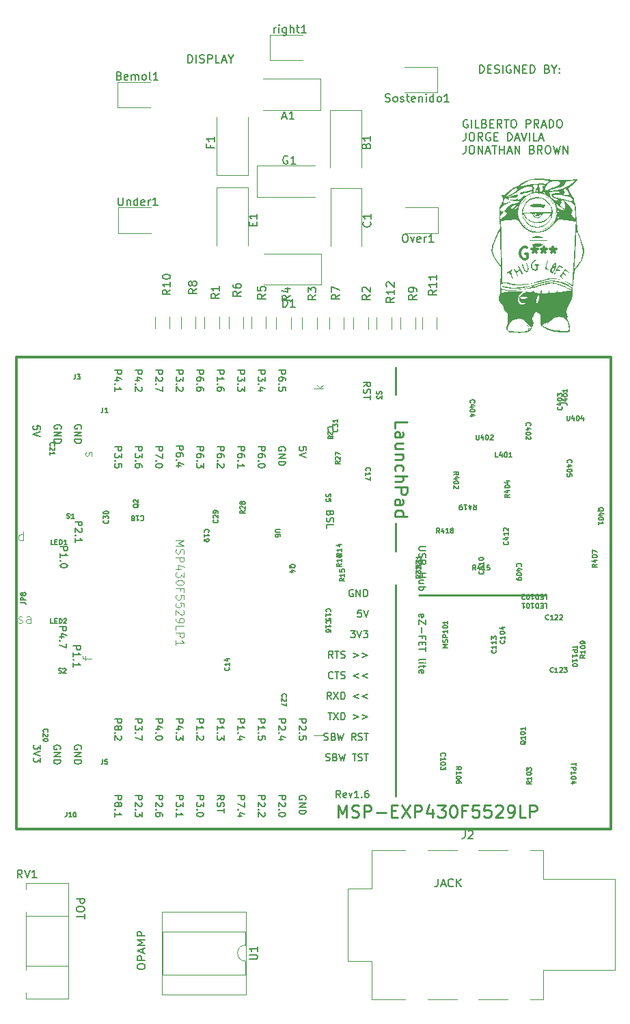
<source format=gbr>
%TF.GenerationSoftware,KiCad,Pcbnew,7.0.10*%
%TF.CreationDate,2025-04-16T23:10:35-06:00*%
%TF.ProjectId,Afinador_pcb,4166696e-6164-46f7-925f-7063622e6b69,rev?*%
%TF.SameCoordinates,Original*%
%TF.FileFunction,Legend,Top*%
%TF.FilePolarity,Positive*%
%FSLAX46Y46*%
G04 Gerber Fmt 4.6, Leading zero omitted, Abs format (unit mm)*
G04 Created by KiCad (PCBNEW 7.0.10) date 2025-04-16 23:10:35*
%MOMM*%
%LPD*%
G01*
G04 APERTURE LIST*
%ADD10C,0.150000*%
%ADD11C,0.300000*%
%ADD12C,0.100000*%
%ADD13C,0.142240*%
%ADD14C,0.130861*%
%ADD15C,0.149606*%
%ADD16C,0.150495*%
%ADD17C,0.150460*%
%ADD18C,0.248920*%
%ADD19C,0.093472*%
%ADD20C,0.114300*%
%ADD21C,0.148717*%
%ADD22C,0.120000*%
%ADD23C,0.254000*%
%ADD24C,0.304800*%
G04 APERTURE END LIST*
D10*
X101751188Y-36698238D02*
X101655950Y-36650619D01*
X101655950Y-36650619D02*
X101513093Y-36650619D01*
X101513093Y-36650619D02*
X101370236Y-36698238D01*
X101370236Y-36698238D02*
X101274998Y-36793476D01*
X101274998Y-36793476D02*
X101227379Y-36888714D01*
X101227379Y-36888714D02*
X101179760Y-37079190D01*
X101179760Y-37079190D02*
X101179760Y-37222047D01*
X101179760Y-37222047D02*
X101227379Y-37412523D01*
X101227379Y-37412523D02*
X101274998Y-37507761D01*
X101274998Y-37507761D02*
X101370236Y-37603000D01*
X101370236Y-37603000D02*
X101513093Y-37650619D01*
X101513093Y-37650619D02*
X101608331Y-37650619D01*
X101608331Y-37650619D02*
X101751188Y-37603000D01*
X101751188Y-37603000D02*
X101798807Y-37555380D01*
X101798807Y-37555380D02*
X101798807Y-37222047D01*
X101798807Y-37222047D02*
X101608331Y-37222047D01*
X102227379Y-37650619D02*
X102227379Y-36650619D01*
X103179759Y-37650619D02*
X102703569Y-37650619D01*
X102703569Y-37650619D02*
X102703569Y-36650619D01*
X103846426Y-37126809D02*
X103989283Y-37174428D01*
X103989283Y-37174428D02*
X104036902Y-37222047D01*
X104036902Y-37222047D02*
X104084521Y-37317285D01*
X104084521Y-37317285D02*
X104084521Y-37460142D01*
X104084521Y-37460142D02*
X104036902Y-37555380D01*
X104036902Y-37555380D02*
X103989283Y-37603000D01*
X103989283Y-37603000D02*
X103894045Y-37650619D01*
X103894045Y-37650619D02*
X103513093Y-37650619D01*
X103513093Y-37650619D02*
X103513093Y-36650619D01*
X103513093Y-36650619D02*
X103846426Y-36650619D01*
X103846426Y-36650619D02*
X103941664Y-36698238D01*
X103941664Y-36698238D02*
X103989283Y-36745857D01*
X103989283Y-36745857D02*
X104036902Y-36841095D01*
X104036902Y-36841095D02*
X104036902Y-36936333D01*
X104036902Y-36936333D02*
X103989283Y-37031571D01*
X103989283Y-37031571D02*
X103941664Y-37079190D01*
X103941664Y-37079190D02*
X103846426Y-37126809D01*
X103846426Y-37126809D02*
X103513093Y-37126809D01*
X104513093Y-37126809D02*
X104846426Y-37126809D01*
X104989283Y-37650619D02*
X104513093Y-37650619D01*
X104513093Y-37650619D02*
X104513093Y-36650619D01*
X104513093Y-36650619D02*
X104989283Y-36650619D01*
X105989283Y-37650619D02*
X105655950Y-37174428D01*
X105417855Y-37650619D02*
X105417855Y-36650619D01*
X105417855Y-36650619D02*
X105798807Y-36650619D01*
X105798807Y-36650619D02*
X105894045Y-36698238D01*
X105894045Y-36698238D02*
X105941664Y-36745857D01*
X105941664Y-36745857D02*
X105989283Y-36841095D01*
X105989283Y-36841095D02*
X105989283Y-36983952D01*
X105989283Y-36983952D02*
X105941664Y-37079190D01*
X105941664Y-37079190D02*
X105894045Y-37126809D01*
X105894045Y-37126809D02*
X105798807Y-37174428D01*
X105798807Y-37174428D02*
X105417855Y-37174428D01*
X106274998Y-36650619D02*
X106846426Y-36650619D01*
X106560712Y-37650619D02*
X106560712Y-36650619D01*
X107370236Y-36650619D02*
X107560712Y-36650619D01*
X107560712Y-36650619D02*
X107655950Y-36698238D01*
X107655950Y-36698238D02*
X107751188Y-36793476D01*
X107751188Y-36793476D02*
X107798807Y-36983952D01*
X107798807Y-36983952D02*
X107798807Y-37317285D01*
X107798807Y-37317285D02*
X107751188Y-37507761D01*
X107751188Y-37507761D02*
X107655950Y-37603000D01*
X107655950Y-37603000D02*
X107560712Y-37650619D01*
X107560712Y-37650619D02*
X107370236Y-37650619D01*
X107370236Y-37650619D02*
X107274998Y-37603000D01*
X107274998Y-37603000D02*
X107179760Y-37507761D01*
X107179760Y-37507761D02*
X107132141Y-37317285D01*
X107132141Y-37317285D02*
X107132141Y-36983952D01*
X107132141Y-36983952D02*
X107179760Y-36793476D01*
X107179760Y-36793476D02*
X107274998Y-36698238D01*
X107274998Y-36698238D02*
X107370236Y-36650619D01*
X108989284Y-37650619D02*
X108989284Y-36650619D01*
X108989284Y-36650619D02*
X109370236Y-36650619D01*
X109370236Y-36650619D02*
X109465474Y-36698238D01*
X109465474Y-36698238D02*
X109513093Y-36745857D01*
X109513093Y-36745857D02*
X109560712Y-36841095D01*
X109560712Y-36841095D02*
X109560712Y-36983952D01*
X109560712Y-36983952D02*
X109513093Y-37079190D01*
X109513093Y-37079190D02*
X109465474Y-37126809D01*
X109465474Y-37126809D02*
X109370236Y-37174428D01*
X109370236Y-37174428D02*
X108989284Y-37174428D01*
X110560712Y-37650619D02*
X110227379Y-37174428D01*
X109989284Y-37650619D02*
X109989284Y-36650619D01*
X109989284Y-36650619D02*
X110370236Y-36650619D01*
X110370236Y-36650619D02*
X110465474Y-36698238D01*
X110465474Y-36698238D02*
X110513093Y-36745857D01*
X110513093Y-36745857D02*
X110560712Y-36841095D01*
X110560712Y-36841095D02*
X110560712Y-36983952D01*
X110560712Y-36983952D02*
X110513093Y-37079190D01*
X110513093Y-37079190D02*
X110465474Y-37126809D01*
X110465474Y-37126809D02*
X110370236Y-37174428D01*
X110370236Y-37174428D02*
X109989284Y-37174428D01*
X110941665Y-37364904D02*
X111417855Y-37364904D01*
X110846427Y-37650619D02*
X111179760Y-36650619D01*
X111179760Y-36650619D02*
X111513093Y-37650619D01*
X111846427Y-37650619D02*
X111846427Y-36650619D01*
X111846427Y-36650619D02*
X112084522Y-36650619D01*
X112084522Y-36650619D02*
X112227379Y-36698238D01*
X112227379Y-36698238D02*
X112322617Y-36793476D01*
X112322617Y-36793476D02*
X112370236Y-36888714D01*
X112370236Y-36888714D02*
X112417855Y-37079190D01*
X112417855Y-37079190D02*
X112417855Y-37222047D01*
X112417855Y-37222047D02*
X112370236Y-37412523D01*
X112370236Y-37412523D02*
X112322617Y-37507761D01*
X112322617Y-37507761D02*
X112227379Y-37603000D01*
X112227379Y-37603000D02*
X112084522Y-37650619D01*
X112084522Y-37650619D02*
X111846427Y-37650619D01*
X113036903Y-36650619D02*
X113227379Y-36650619D01*
X113227379Y-36650619D02*
X113322617Y-36698238D01*
X113322617Y-36698238D02*
X113417855Y-36793476D01*
X113417855Y-36793476D02*
X113465474Y-36983952D01*
X113465474Y-36983952D02*
X113465474Y-37317285D01*
X113465474Y-37317285D02*
X113417855Y-37507761D01*
X113417855Y-37507761D02*
X113322617Y-37603000D01*
X113322617Y-37603000D02*
X113227379Y-37650619D01*
X113227379Y-37650619D02*
X113036903Y-37650619D01*
X113036903Y-37650619D02*
X112941665Y-37603000D01*
X112941665Y-37603000D02*
X112846427Y-37507761D01*
X112846427Y-37507761D02*
X112798808Y-37317285D01*
X112798808Y-37317285D02*
X112798808Y-36983952D01*
X112798808Y-36983952D02*
X112846427Y-36793476D01*
X112846427Y-36793476D02*
X112941665Y-36698238D01*
X112941665Y-36698238D02*
X113036903Y-36650619D01*
X101513093Y-38260619D02*
X101513093Y-38974904D01*
X101513093Y-38974904D02*
X101465474Y-39117761D01*
X101465474Y-39117761D02*
X101370236Y-39213000D01*
X101370236Y-39213000D02*
X101227379Y-39260619D01*
X101227379Y-39260619D02*
X101132141Y-39260619D01*
X102179760Y-38260619D02*
X102370236Y-38260619D01*
X102370236Y-38260619D02*
X102465474Y-38308238D01*
X102465474Y-38308238D02*
X102560712Y-38403476D01*
X102560712Y-38403476D02*
X102608331Y-38593952D01*
X102608331Y-38593952D02*
X102608331Y-38927285D01*
X102608331Y-38927285D02*
X102560712Y-39117761D01*
X102560712Y-39117761D02*
X102465474Y-39213000D01*
X102465474Y-39213000D02*
X102370236Y-39260619D01*
X102370236Y-39260619D02*
X102179760Y-39260619D01*
X102179760Y-39260619D02*
X102084522Y-39213000D01*
X102084522Y-39213000D02*
X101989284Y-39117761D01*
X101989284Y-39117761D02*
X101941665Y-38927285D01*
X101941665Y-38927285D02*
X101941665Y-38593952D01*
X101941665Y-38593952D02*
X101989284Y-38403476D01*
X101989284Y-38403476D02*
X102084522Y-38308238D01*
X102084522Y-38308238D02*
X102179760Y-38260619D01*
X103608331Y-39260619D02*
X103274998Y-38784428D01*
X103036903Y-39260619D02*
X103036903Y-38260619D01*
X103036903Y-38260619D02*
X103417855Y-38260619D01*
X103417855Y-38260619D02*
X103513093Y-38308238D01*
X103513093Y-38308238D02*
X103560712Y-38355857D01*
X103560712Y-38355857D02*
X103608331Y-38451095D01*
X103608331Y-38451095D02*
X103608331Y-38593952D01*
X103608331Y-38593952D02*
X103560712Y-38689190D01*
X103560712Y-38689190D02*
X103513093Y-38736809D01*
X103513093Y-38736809D02*
X103417855Y-38784428D01*
X103417855Y-38784428D02*
X103036903Y-38784428D01*
X104560712Y-38308238D02*
X104465474Y-38260619D01*
X104465474Y-38260619D02*
X104322617Y-38260619D01*
X104322617Y-38260619D02*
X104179760Y-38308238D01*
X104179760Y-38308238D02*
X104084522Y-38403476D01*
X104084522Y-38403476D02*
X104036903Y-38498714D01*
X104036903Y-38498714D02*
X103989284Y-38689190D01*
X103989284Y-38689190D02*
X103989284Y-38832047D01*
X103989284Y-38832047D02*
X104036903Y-39022523D01*
X104036903Y-39022523D02*
X104084522Y-39117761D01*
X104084522Y-39117761D02*
X104179760Y-39213000D01*
X104179760Y-39213000D02*
X104322617Y-39260619D01*
X104322617Y-39260619D02*
X104417855Y-39260619D01*
X104417855Y-39260619D02*
X104560712Y-39213000D01*
X104560712Y-39213000D02*
X104608331Y-39165380D01*
X104608331Y-39165380D02*
X104608331Y-38832047D01*
X104608331Y-38832047D02*
X104417855Y-38832047D01*
X105036903Y-38736809D02*
X105370236Y-38736809D01*
X105513093Y-39260619D02*
X105036903Y-39260619D01*
X105036903Y-39260619D02*
X105036903Y-38260619D01*
X105036903Y-38260619D02*
X105513093Y-38260619D01*
X106703570Y-39260619D02*
X106703570Y-38260619D01*
X106703570Y-38260619D02*
X106941665Y-38260619D01*
X106941665Y-38260619D02*
X107084522Y-38308238D01*
X107084522Y-38308238D02*
X107179760Y-38403476D01*
X107179760Y-38403476D02*
X107227379Y-38498714D01*
X107227379Y-38498714D02*
X107274998Y-38689190D01*
X107274998Y-38689190D02*
X107274998Y-38832047D01*
X107274998Y-38832047D02*
X107227379Y-39022523D01*
X107227379Y-39022523D02*
X107179760Y-39117761D01*
X107179760Y-39117761D02*
X107084522Y-39213000D01*
X107084522Y-39213000D02*
X106941665Y-39260619D01*
X106941665Y-39260619D02*
X106703570Y-39260619D01*
X107655951Y-38974904D02*
X108132141Y-38974904D01*
X107560713Y-39260619D02*
X107894046Y-38260619D01*
X107894046Y-38260619D02*
X108227379Y-39260619D01*
X108417856Y-38260619D02*
X108751189Y-39260619D01*
X108751189Y-39260619D02*
X109084522Y-38260619D01*
X109417856Y-39260619D02*
X109417856Y-38260619D01*
X110370236Y-39260619D02*
X109894046Y-39260619D01*
X109894046Y-39260619D02*
X109894046Y-38260619D01*
X110655951Y-38974904D02*
X111132141Y-38974904D01*
X110560713Y-39260619D02*
X110894046Y-38260619D01*
X110894046Y-38260619D02*
X111227379Y-39260619D01*
X101513093Y-39870619D02*
X101513093Y-40584904D01*
X101513093Y-40584904D02*
X101465474Y-40727761D01*
X101465474Y-40727761D02*
X101370236Y-40823000D01*
X101370236Y-40823000D02*
X101227379Y-40870619D01*
X101227379Y-40870619D02*
X101132141Y-40870619D01*
X102179760Y-39870619D02*
X102370236Y-39870619D01*
X102370236Y-39870619D02*
X102465474Y-39918238D01*
X102465474Y-39918238D02*
X102560712Y-40013476D01*
X102560712Y-40013476D02*
X102608331Y-40203952D01*
X102608331Y-40203952D02*
X102608331Y-40537285D01*
X102608331Y-40537285D02*
X102560712Y-40727761D01*
X102560712Y-40727761D02*
X102465474Y-40823000D01*
X102465474Y-40823000D02*
X102370236Y-40870619D01*
X102370236Y-40870619D02*
X102179760Y-40870619D01*
X102179760Y-40870619D02*
X102084522Y-40823000D01*
X102084522Y-40823000D02*
X101989284Y-40727761D01*
X101989284Y-40727761D02*
X101941665Y-40537285D01*
X101941665Y-40537285D02*
X101941665Y-40203952D01*
X101941665Y-40203952D02*
X101989284Y-40013476D01*
X101989284Y-40013476D02*
X102084522Y-39918238D01*
X102084522Y-39918238D02*
X102179760Y-39870619D01*
X103036903Y-40870619D02*
X103036903Y-39870619D01*
X103036903Y-39870619D02*
X103608331Y-40870619D01*
X103608331Y-40870619D02*
X103608331Y-39870619D01*
X104036903Y-40584904D02*
X104513093Y-40584904D01*
X103941665Y-40870619D02*
X104274998Y-39870619D01*
X104274998Y-39870619D02*
X104608331Y-40870619D01*
X104798808Y-39870619D02*
X105370236Y-39870619D01*
X105084522Y-40870619D02*
X105084522Y-39870619D01*
X105703570Y-40870619D02*
X105703570Y-39870619D01*
X105703570Y-40346809D02*
X106274998Y-40346809D01*
X106274998Y-40870619D02*
X106274998Y-39870619D01*
X106703570Y-40584904D02*
X107179760Y-40584904D01*
X106608332Y-40870619D02*
X106941665Y-39870619D01*
X106941665Y-39870619D02*
X107274998Y-40870619D01*
X107608332Y-40870619D02*
X107608332Y-39870619D01*
X107608332Y-39870619D02*
X108179760Y-40870619D01*
X108179760Y-40870619D02*
X108179760Y-39870619D01*
X109751189Y-40346809D02*
X109894046Y-40394428D01*
X109894046Y-40394428D02*
X109941665Y-40442047D01*
X109941665Y-40442047D02*
X109989284Y-40537285D01*
X109989284Y-40537285D02*
X109989284Y-40680142D01*
X109989284Y-40680142D02*
X109941665Y-40775380D01*
X109941665Y-40775380D02*
X109894046Y-40823000D01*
X109894046Y-40823000D02*
X109798808Y-40870619D01*
X109798808Y-40870619D02*
X109417856Y-40870619D01*
X109417856Y-40870619D02*
X109417856Y-39870619D01*
X109417856Y-39870619D02*
X109751189Y-39870619D01*
X109751189Y-39870619D02*
X109846427Y-39918238D01*
X109846427Y-39918238D02*
X109894046Y-39965857D01*
X109894046Y-39965857D02*
X109941665Y-40061095D01*
X109941665Y-40061095D02*
X109941665Y-40156333D01*
X109941665Y-40156333D02*
X109894046Y-40251571D01*
X109894046Y-40251571D02*
X109846427Y-40299190D01*
X109846427Y-40299190D02*
X109751189Y-40346809D01*
X109751189Y-40346809D02*
X109417856Y-40346809D01*
X110989284Y-40870619D02*
X110655951Y-40394428D01*
X110417856Y-40870619D02*
X110417856Y-39870619D01*
X110417856Y-39870619D02*
X110798808Y-39870619D01*
X110798808Y-39870619D02*
X110894046Y-39918238D01*
X110894046Y-39918238D02*
X110941665Y-39965857D01*
X110941665Y-39965857D02*
X110989284Y-40061095D01*
X110989284Y-40061095D02*
X110989284Y-40203952D01*
X110989284Y-40203952D02*
X110941665Y-40299190D01*
X110941665Y-40299190D02*
X110894046Y-40346809D01*
X110894046Y-40346809D02*
X110798808Y-40394428D01*
X110798808Y-40394428D02*
X110417856Y-40394428D01*
X111608332Y-39870619D02*
X111798808Y-39870619D01*
X111798808Y-39870619D02*
X111894046Y-39918238D01*
X111894046Y-39918238D02*
X111989284Y-40013476D01*
X111989284Y-40013476D02*
X112036903Y-40203952D01*
X112036903Y-40203952D02*
X112036903Y-40537285D01*
X112036903Y-40537285D02*
X111989284Y-40727761D01*
X111989284Y-40727761D02*
X111894046Y-40823000D01*
X111894046Y-40823000D02*
X111798808Y-40870619D01*
X111798808Y-40870619D02*
X111608332Y-40870619D01*
X111608332Y-40870619D02*
X111513094Y-40823000D01*
X111513094Y-40823000D02*
X111417856Y-40727761D01*
X111417856Y-40727761D02*
X111370237Y-40537285D01*
X111370237Y-40537285D02*
X111370237Y-40203952D01*
X111370237Y-40203952D02*
X111417856Y-40013476D01*
X111417856Y-40013476D02*
X111513094Y-39918238D01*
X111513094Y-39918238D02*
X111608332Y-39870619D01*
X112370237Y-39870619D02*
X112608332Y-40870619D01*
X112608332Y-40870619D02*
X112798808Y-40156333D01*
X112798808Y-40156333D02*
X112989284Y-40870619D01*
X112989284Y-40870619D02*
X113227380Y-39870619D01*
X113608332Y-40870619D02*
X113608332Y-39870619D01*
X113608332Y-39870619D02*
X114179760Y-40870619D01*
X114179760Y-40870619D02*
X114179760Y-39870619D01*
X103233979Y-30888419D02*
X103233979Y-29888419D01*
X103233979Y-29888419D02*
X103472074Y-29888419D01*
X103472074Y-29888419D02*
X103614931Y-29936038D01*
X103614931Y-29936038D02*
X103710169Y-30031276D01*
X103710169Y-30031276D02*
X103757788Y-30126514D01*
X103757788Y-30126514D02*
X103805407Y-30316990D01*
X103805407Y-30316990D02*
X103805407Y-30459847D01*
X103805407Y-30459847D02*
X103757788Y-30650323D01*
X103757788Y-30650323D02*
X103710169Y-30745561D01*
X103710169Y-30745561D02*
X103614931Y-30840800D01*
X103614931Y-30840800D02*
X103472074Y-30888419D01*
X103472074Y-30888419D02*
X103233979Y-30888419D01*
X104233979Y-30364609D02*
X104567312Y-30364609D01*
X104710169Y-30888419D02*
X104233979Y-30888419D01*
X104233979Y-30888419D02*
X104233979Y-29888419D01*
X104233979Y-29888419D02*
X104710169Y-29888419D01*
X105091122Y-30840800D02*
X105233979Y-30888419D01*
X105233979Y-30888419D02*
X105472074Y-30888419D01*
X105472074Y-30888419D02*
X105567312Y-30840800D01*
X105567312Y-30840800D02*
X105614931Y-30793180D01*
X105614931Y-30793180D02*
X105662550Y-30697942D01*
X105662550Y-30697942D02*
X105662550Y-30602704D01*
X105662550Y-30602704D02*
X105614931Y-30507466D01*
X105614931Y-30507466D02*
X105567312Y-30459847D01*
X105567312Y-30459847D02*
X105472074Y-30412228D01*
X105472074Y-30412228D02*
X105281598Y-30364609D01*
X105281598Y-30364609D02*
X105186360Y-30316990D01*
X105186360Y-30316990D02*
X105138741Y-30269371D01*
X105138741Y-30269371D02*
X105091122Y-30174133D01*
X105091122Y-30174133D02*
X105091122Y-30078895D01*
X105091122Y-30078895D02*
X105138741Y-29983657D01*
X105138741Y-29983657D02*
X105186360Y-29936038D01*
X105186360Y-29936038D02*
X105281598Y-29888419D01*
X105281598Y-29888419D02*
X105519693Y-29888419D01*
X105519693Y-29888419D02*
X105662550Y-29936038D01*
X106091122Y-30888419D02*
X106091122Y-29888419D01*
X107091121Y-29936038D02*
X106995883Y-29888419D01*
X106995883Y-29888419D02*
X106853026Y-29888419D01*
X106853026Y-29888419D02*
X106710169Y-29936038D01*
X106710169Y-29936038D02*
X106614931Y-30031276D01*
X106614931Y-30031276D02*
X106567312Y-30126514D01*
X106567312Y-30126514D02*
X106519693Y-30316990D01*
X106519693Y-30316990D02*
X106519693Y-30459847D01*
X106519693Y-30459847D02*
X106567312Y-30650323D01*
X106567312Y-30650323D02*
X106614931Y-30745561D01*
X106614931Y-30745561D02*
X106710169Y-30840800D01*
X106710169Y-30840800D02*
X106853026Y-30888419D01*
X106853026Y-30888419D02*
X106948264Y-30888419D01*
X106948264Y-30888419D02*
X107091121Y-30840800D01*
X107091121Y-30840800D02*
X107138740Y-30793180D01*
X107138740Y-30793180D02*
X107138740Y-30459847D01*
X107138740Y-30459847D02*
X106948264Y-30459847D01*
X107567312Y-30888419D02*
X107567312Y-29888419D01*
X107567312Y-29888419D02*
X108138740Y-30888419D01*
X108138740Y-30888419D02*
X108138740Y-29888419D01*
X108614931Y-30364609D02*
X108948264Y-30364609D01*
X109091121Y-30888419D02*
X108614931Y-30888419D01*
X108614931Y-30888419D02*
X108614931Y-29888419D01*
X108614931Y-29888419D02*
X109091121Y-29888419D01*
X109519693Y-30888419D02*
X109519693Y-29888419D01*
X109519693Y-29888419D02*
X109757788Y-29888419D01*
X109757788Y-29888419D02*
X109900645Y-29936038D01*
X109900645Y-29936038D02*
X109995883Y-30031276D01*
X109995883Y-30031276D02*
X110043502Y-30126514D01*
X110043502Y-30126514D02*
X110091121Y-30316990D01*
X110091121Y-30316990D02*
X110091121Y-30459847D01*
X110091121Y-30459847D02*
X110043502Y-30650323D01*
X110043502Y-30650323D02*
X109995883Y-30745561D01*
X109995883Y-30745561D02*
X109900645Y-30840800D01*
X109900645Y-30840800D02*
X109757788Y-30888419D01*
X109757788Y-30888419D02*
X109519693Y-30888419D01*
X111614931Y-30364609D02*
X111757788Y-30412228D01*
X111757788Y-30412228D02*
X111805407Y-30459847D01*
X111805407Y-30459847D02*
X111853026Y-30555085D01*
X111853026Y-30555085D02*
X111853026Y-30697942D01*
X111853026Y-30697942D02*
X111805407Y-30793180D01*
X111805407Y-30793180D02*
X111757788Y-30840800D01*
X111757788Y-30840800D02*
X111662550Y-30888419D01*
X111662550Y-30888419D02*
X111281598Y-30888419D01*
X111281598Y-30888419D02*
X111281598Y-29888419D01*
X111281598Y-29888419D02*
X111614931Y-29888419D01*
X111614931Y-29888419D02*
X111710169Y-29936038D01*
X111710169Y-29936038D02*
X111757788Y-29983657D01*
X111757788Y-29983657D02*
X111805407Y-30078895D01*
X111805407Y-30078895D02*
X111805407Y-30174133D01*
X111805407Y-30174133D02*
X111757788Y-30269371D01*
X111757788Y-30269371D02*
X111710169Y-30316990D01*
X111710169Y-30316990D02*
X111614931Y-30364609D01*
X111614931Y-30364609D02*
X111281598Y-30364609D01*
X112472074Y-30412228D02*
X112472074Y-30888419D01*
X112138741Y-29888419D02*
X112472074Y-30412228D01*
X112472074Y-30412228D02*
X112805407Y-29888419D01*
X113138741Y-30793180D02*
X113186360Y-30840800D01*
X113186360Y-30840800D02*
X113138741Y-30888419D01*
X113138741Y-30888419D02*
X113091122Y-30840800D01*
X113091122Y-30840800D02*
X113138741Y-30793180D01*
X113138741Y-30793180D02*
X113138741Y-30888419D01*
X113138741Y-30269371D02*
X113186360Y-30316990D01*
X113186360Y-30316990D02*
X113138741Y-30364609D01*
X113138741Y-30364609D02*
X113091122Y-30316990D01*
X113091122Y-30316990D02*
X113138741Y-30269371D01*
X113138741Y-30269371D02*
X113138741Y-30364609D01*
X67115179Y-29618419D02*
X67115179Y-28618419D01*
X67115179Y-28618419D02*
X67353274Y-28618419D01*
X67353274Y-28618419D02*
X67496131Y-28666038D01*
X67496131Y-28666038D02*
X67591369Y-28761276D01*
X67591369Y-28761276D02*
X67638988Y-28856514D01*
X67638988Y-28856514D02*
X67686607Y-29046990D01*
X67686607Y-29046990D02*
X67686607Y-29189847D01*
X67686607Y-29189847D02*
X67638988Y-29380323D01*
X67638988Y-29380323D02*
X67591369Y-29475561D01*
X67591369Y-29475561D02*
X67496131Y-29570800D01*
X67496131Y-29570800D02*
X67353274Y-29618419D01*
X67353274Y-29618419D02*
X67115179Y-29618419D01*
X68115179Y-29618419D02*
X68115179Y-28618419D01*
X68543750Y-29570800D02*
X68686607Y-29618419D01*
X68686607Y-29618419D02*
X68924702Y-29618419D01*
X68924702Y-29618419D02*
X69019940Y-29570800D01*
X69019940Y-29570800D02*
X69067559Y-29523180D01*
X69067559Y-29523180D02*
X69115178Y-29427942D01*
X69115178Y-29427942D02*
X69115178Y-29332704D01*
X69115178Y-29332704D02*
X69067559Y-29237466D01*
X69067559Y-29237466D02*
X69019940Y-29189847D01*
X69019940Y-29189847D02*
X68924702Y-29142228D01*
X68924702Y-29142228D02*
X68734226Y-29094609D01*
X68734226Y-29094609D02*
X68638988Y-29046990D01*
X68638988Y-29046990D02*
X68591369Y-28999371D01*
X68591369Y-28999371D02*
X68543750Y-28904133D01*
X68543750Y-28904133D02*
X68543750Y-28808895D01*
X68543750Y-28808895D02*
X68591369Y-28713657D01*
X68591369Y-28713657D02*
X68638988Y-28666038D01*
X68638988Y-28666038D02*
X68734226Y-28618419D01*
X68734226Y-28618419D02*
X68972321Y-28618419D01*
X68972321Y-28618419D02*
X69115178Y-28666038D01*
X69543750Y-29618419D02*
X69543750Y-28618419D01*
X69543750Y-28618419D02*
X69924702Y-28618419D01*
X69924702Y-28618419D02*
X70019940Y-28666038D01*
X70019940Y-28666038D02*
X70067559Y-28713657D01*
X70067559Y-28713657D02*
X70115178Y-28808895D01*
X70115178Y-28808895D02*
X70115178Y-28951752D01*
X70115178Y-28951752D02*
X70067559Y-29046990D01*
X70067559Y-29046990D02*
X70019940Y-29094609D01*
X70019940Y-29094609D02*
X69924702Y-29142228D01*
X69924702Y-29142228D02*
X69543750Y-29142228D01*
X71019940Y-29618419D02*
X70543750Y-29618419D01*
X70543750Y-29618419D02*
X70543750Y-28618419D01*
X71305655Y-29332704D02*
X71781845Y-29332704D01*
X71210417Y-29618419D02*
X71543750Y-28618419D01*
X71543750Y-28618419D02*
X71877083Y-29618419D01*
X72400893Y-29142228D02*
X72400893Y-29618419D01*
X72067560Y-28618419D02*
X72400893Y-29142228D01*
X72400893Y-29142228D02*
X72734226Y-28618419D01*
X98058693Y-130599419D02*
X98058693Y-131313704D01*
X98058693Y-131313704D02*
X98011074Y-131456561D01*
X98011074Y-131456561D02*
X97915836Y-131551800D01*
X97915836Y-131551800D02*
X97772979Y-131599419D01*
X97772979Y-131599419D02*
X97677741Y-131599419D01*
X98487265Y-131313704D02*
X98963455Y-131313704D01*
X98392027Y-131599419D02*
X98725360Y-130599419D01*
X98725360Y-130599419D02*
X99058693Y-131599419D01*
X99963455Y-131504180D02*
X99915836Y-131551800D01*
X99915836Y-131551800D02*
X99772979Y-131599419D01*
X99772979Y-131599419D02*
X99677741Y-131599419D01*
X99677741Y-131599419D02*
X99534884Y-131551800D01*
X99534884Y-131551800D02*
X99439646Y-131456561D01*
X99439646Y-131456561D02*
X99392027Y-131361323D01*
X99392027Y-131361323D02*
X99344408Y-131170847D01*
X99344408Y-131170847D02*
X99344408Y-131027990D01*
X99344408Y-131027990D02*
X99392027Y-130837514D01*
X99392027Y-130837514D02*
X99439646Y-130742276D01*
X99439646Y-130742276D02*
X99534884Y-130647038D01*
X99534884Y-130647038D02*
X99677741Y-130599419D01*
X99677741Y-130599419D02*
X99772979Y-130599419D01*
X99772979Y-130599419D02*
X99915836Y-130647038D01*
X99915836Y-130647038D02*
X99963455Y-130694657D01*
X100392027Y-131599419D02*
X100392027Y-130599419D01*
X100963455Y-131599419D02*
X100534884Y-131027990D01*
X100963455Y-130599419D02*
X100392027Y-131170847D01*
X53268780Y-133082379D02*
X54268780Y-133082379D01*
X54268780Y-133082379D02*
X54268780Y-133463331D01*
X54268780Y-133463331D02*
X54221161Y-133558569D01*
X54221161Y-133558569D02*
X54173542Y-133606188D01*
X54173542Y-133606188D02*
X54078304Y-133653807D01*
X54078304Y-133653807D02*
X53935447Y-133653807D01*
X53935447Y-133653807D02*
X53840209Y-133606188D01*
X53840209Y-133606188D02*
X53792590Y-133558569D01*
X53792590Y-133558569D02*
X53744971Y-133463331D01*
X53744971Y-133463331D02*
X53744971Y-133082379D01*
X54268780Y-134272855D02*
X54268780Y-134463331D01*
X54268780Y-134463331D02*
X54221161Y-134558569D01*
X54221161Y-134558569D02*
X54125923Y-134653807D01*
X54125923Y-134653807D02*
X53935447Y-134701426D01*
X53935447Y-134701426D02*
X53602114Y-134701426D01*
X53602114Y-134701426D02*
X53411638Y-134653807D01*
X53411638Y-134653807D02*
X53316400Y-134558569D01*
X53316400Y-134558569D02*
X53268780Y-134463331D01*
X53268780Y-134463331D02*
X53268780Y-134272855D01*
X53268780Y-134272855D02*
X53316400Y-134177617D01*
X53316400Y-134177617D02*
X53411638Y-134082379D01*
X53411638Y-134082379D02*
X53602114Y-134034760D01*
X53602114Y-134034760D02*
X53935447Y-134034760D01*
X53935447Y-134034760D02*
X54125923Y-134082379D01*
X54125923Y-134082379D02*
X54221161Y-134177617D01*
X54221161Y-134177617D02*
X54268780Y-134272855D01*
X54268780Y-134987141D02*
X54268780Y-135558569D01*
X53268780Y-135272855D02*
X54268780Y-135272855D01*
X60796819Y-141565544D02*
X60796819Y-141375068D01*
X60796819Y-141375068D02*
X60844438Y-141279830D01*
X60844438Y-141279830D02*
X60939676Y-141184592D01*
X60939676Y-141184592D02*
X61130152Y-141136973D01*
X61130152Y-141136973D02*
X61463485Y-141136973D01*
X61463485Y-141136973D02*
X61653961Y-141184592D01*
X61653961Y-141184592D02*
X61749200Y-141279830D01*
X61749200Y-141279830D02*
X61796819Y-141375068D01*
X61796819Y-141375068D02*
X61796819Y-141565544D01*
X61796819Y-141565544D02*
X61749200Y-141660782D01*
X61749200Y-141660782D02*
X61653961Y-141756020D01*
X61653961Y-141756020D02*
X61463485Y-141803639D01*
X61463485Y-141803639D02*
X61130152Y-141803639D01*
X61130152Y-141803639D02*
X60939676Y-141756020D01*
X60939676Y-141756020D02*
X60844438Y-141660782D01*
X60844438Y-141660782D02*
X60796819Y-141565544D01*
X61796819Y-140708401D02*
X60796819Y-140708401D01*
X60796819Y-140708401D02*
X60796819Y-140327449D01*
X60796819Y-140327449D02*
X60844438Y-140232211D01*
X60844438Y-140232211D02*
X60892057Y-140184592D01*
X60892057Y-140184592D02*
X60987295Y-140136973D01*
X60987295Y-140136973D02*
X61130152Y-140136973D01*
X61130152Y-140136973D02*
X61225390Y-140184592D01*
X61225390Y-140184592D02*
X61273009Y-140232211D01*
X61273009Y-140232211D02*
X61320628Y-140327449D01*
X61320628Y-140327449D02*
X61320628Y-140708401D01*
X61511104Y-139756020D02*
X61511104Y-139279830D01*
X61796819Y-139851258D02*
X60796819Y-139517925D01*
X60796819Y-139517925D02*
X61796819Y-139184592D01*
X61796819Y-138851258D02*
X60796819Y-138851258D01*
X60796819Y-138851258D02*
X61511104Y-138517925D01*
X61511104Y-138517925D02*
X60796819Y-138184592D01*
X60796819Y-138184592D02*
X61796819Y-138184592D01*
X61796819Y-137708401D02*
X60796819Y-137708401D01*
X60796819Y-137708401D02*
X60796819Y-137327449D01*
X60796819Y-137327449D02*
X60844438Y-137232211D01*
X60844438Y-137232211D02*
X60892057Y-137184592D01*
X60892057Y-137184592D02*
X60987295Y-137136973D01*
X60987295Y-137136973D02*
X61130152Y-137136973D01*
X61130152Y-137136973D02*
X61225390Y-137184592D01*
X61225390Y-137184592D02*
X61273009Y-137232211D01*
X61273009Y-137232211D02*
X61320628Y-137327449D01*
X61320628Y-137327449D02*
X61320628Y-137708401D01*
D11*
X109119572Y-52493357D02*
X108976715Y-52421928D01*
X108976715Y-52421928D02*
X108762429Y-52421928D01*
X108762429Y-52421928D02*
X108548143Y-52493357D01*
X108548143Y-52493357D02*
X108405286Y-52636214D01*
X108405286Y-52636214D02*
X108333857Y-52779071D01*
X108333857Y-52779071D02*
X108262429Y-53064785D01*
X108262429Y-53064785D02*
X108262429Y-53279071D01*
X108262429Y-53279071D02*
X108333857Y-53564785D01*
X108333857Y-53564785D02*
X108405286Y-53707642D01*
X108405286Y-53707642D02*
X108548143Y-53850500D01*
X108548143Y-53850500D02*
X108762429Y-53921928D01*
X108762429Y-53921928D02*
X108905286Y-53921928D01*
X108905286Y-53921928D02*
X109119572Y-53850500D01*
X109119572Y-53850500D02*
X109191000Y-53779071D01*
X109191000Y-53779071D02*
X109191000Y-53279071D01*
X109191000Y-53279071D02*
X108905286Y-53279071D01*
X110048143Y-52421928D02*
X110048143Y-52779071D01*
X109691000Y-52636214D02*
X110048143Y-52779071D01*
X110048143Y-52779071D02*
X110405286Y-52636214D01*
X109833857Y-53064785D02*
X110048143Y-52779071D01*
X110048143Y-52779071D02*
X110262429Y-53064785D01*
X111191000Y-52421928D02*
X111191000Y-52779071D01*
X110833857Y-52636214D02*
X111191000Y-52779071D01*
X111191000Y-52779071D02*
X111548143Y-52636214D01*
X110976714Y-53064785D02*
X111191000Y-52779071D01*
X111191000Y-52779071D02*
X111405286Y-53064785D01*
X112333857Y-52421928D02*
X112333857Y-52779071D01*
X111976714Y-52636214D02*
X112333857Y-52779071D01*
X112333857Y-52779071D02*
X112691000Y-52636214D01*
X112119571Y-53064785D02*
X112333857Y-52779071D01*
X112333857Y-52779071D02*
X112548143Y-53064785D01*
D10*
X101431266Y-124630019D02*
X101431266Y-125344304D01*
X101431266Y-125344304D02*
X101383647Y-125487161D01*
X101383647Y-125487161D02*
X101288409Y-125582400D01*
X101288409Y-125582400D02*
X101145552Y-125630019D01*
X101145552Y-125630019D02*
X101050314Y-125630019D01*
X101859838Y-124725257D02*
X101907457Y-124677638D01*
X101907457Y-124677638D02*
X102002695Y-124630019D01*
X102002695Y-124630019D02*
X102240790Y-124630019D01*
X102240790Y-124630019D02*
X102336028Y-124677638D01*
X102336028Y-124677638D02*
X102383647Y-124725257D01*
X102383647Y-124725257D02*
X102431266Y-124820495D01*
X102431266Y-124820495D02*
X102431266Y-124915733D01*
X102431266Y-124915733D02*
X102383647Y-125058590D01*
X102383647Y-125058590D02*
X101812219Y-125630019D01*
X101812219Y-125630019D02*
X102431266Y-125630019D01*
D12*
X65609380Y-88721419D02*
X66609380Y-88721419D01*
X66609380Y-88721419D02*
X65895095Y-89054752D01*
X65895095Y-89054752D02*
X66609380Y-89388085D01*
X66609380Y-89388085D02*
X65609380Y-89388085D01*
X65657000Y-89816657D02*
X65609380Y-89959514D01*
X65609380Y-89959514D02*
X65609380Y-90197609D01*
X65609380Y-90197609D02*
X65657000Y-90292847D01*
X65657000Y-90292847D02*
X65704619Y-90340466D01*
X65704619Y-90340466D02*
X65799857Y-90388085D01*
X65799857Y-90388085D02*
X65895095Y-90388085D01*
X65895095Y-90388085D02*
X65990333Y-90340466D01*
X65990333Y-90340466D02*
X66037952Y-90292847D01*
X66037952Y-90292847D02*
X66085571Y-90197609D01*
X66085571Y-90197609D02*
X66133190Y-90007133D01*
X66133190Y-90007133D02*
X66180809Y-89911895D01*
X66180809Y-89911895D02*
X66228428Y-89864276D01*
X66228428Y-89864276D02*
X66323666Y-89816657D01*
X66323666Y-89816657D02*
X66418904Y-89816657D01*
X66418904Y-89816657D02*
X66514142Y-89864276D01*
X66514142Y-89864276D02*
X66561761Y-89911895D01*
X66561761Y-89911895D02*
X66609380Y-90007133D01*
X66609380Y-90007133D02*
X66609380Y-90245228D01*
X66609380Y-90245228D02*
X66561761Y-90388085D01*
X65609380Y-90816657D02*
X66609380Y-90816657D01*
X66609380Y-90816657D02*
X66609380Y-91197609D01*
X66609380Y-91197609D02*
X66561761Y-91292847D01*
X66561761Y-91292847D02*
X66514142Y-91340466D01*
X66514142Y-91340466D02*
X66418904Y-91388085D01*
X66418904Y-91388085D02*
X66276047Y-91388085D01*
X66276047Y-91388085D02*
X66180809Y-91340466D01*
X66180809Y-91340466D02*
X66133190Y-91292847D01*
X66133190Y-91292847D02*
X66085571Y-91197609D01*
X66085571Y-91197609D02*
X66085571Y-90816657D01*
X66276047Y-92245228D02*
X65609380Y-92245228D01*
X66657000Y-92007133D02*
X65942714Y-91769038D01*
X65942714Y-91769038D02*
X65942714Y-92388085D01*
X66609380Y-92673800D02*
X66609380Y-93292847D01*
X66609380Y-93292847D02*
X66228428Y-92959514D01*
X66228428Y-92959514D02*
X66228428Y-93102371D01*
X66228428Y-93102371D02*
X66180809Y-93197609D01*
X66180809Y-93197609D02*
X66133190Y-93245228D01*
X66133190Y-93245228D02*
X66037952Y-93292847D01*
X66037952Y-93292847D02*
X65799857Y-93292847D01*
X65799857Y-93292847D02*
X65704619Y-93245228D01*
X65704619Y-93245228D02*
X65657000Y-93197609D01*
X65657000Y-93197609D02*
X65609380Y-93102371D01*
X65609380Y-93102371D02*
X65609380Y-92816657D01*
X65609380Y-92816657D02*
X65657000Y-92721419D01*
X65657000Y-92721419D02*
X65704619Y-92673800D01*
X66609380Y-93911895D02*
X66609380Y-94007133D01*
X66609380Y-94007133D02*
X66561761Y-94102371D01*
X66561761Y-94102371D02*
X66514142Y-94149990D01*
X66514142Y-94149990D02*
X66418904Y-94197609D01*
X66418904Y-94197609D02*
X66228428Y-94245228D01*
X66228428Y-94245228D02*
X65990333Y-94245228D01*
X65990333Y-94245228D02*
X65799857Y-94197609D01*
X65799857Y-94197609D02*
X65704619Y-94149990D01*
X65704619Y-94149990D02*
X65657000Y-94102371D01*
X65657000Y-94102371D02*
X65609380Y-94007133D01*
X65609380Y-94007133D02*
X65609380Y-93911895D01*
X65609380Y-93911895D02*
X65657000Y-93816657D01*
X65657000Y-93816657D02*
X65704619Y-93769038D01*
X65704619Y-93769038D02*
X65799857Y-93721419D01*
X65799857Y-93721419D02*
X65990333Y-93673800D01*
X65990333Y-93673800D02*
X66228428Y-93673800D01*
X66228428Y-93673800D02*
X66418904Y-93721419D01*
X66418904Y-93721419D02*
X66514142Y-93769038D01*
X66514142Y-93769038D02*
X66561761Y-93816657D01*
X66561761Y-93816657D02*
X66609380Y-93911895D01*
X66133190Y-95007133D02*
X66133190Y-94673800D01*
X65609380Y-94673800D02*
X66609380Y-94673800D01*
X66609380Y-94673800D02*
X66609380Y-95149990D01*
X66609380Y-96007133D02*
X66609380Y-95530943D01*
X66609380Y-95530943D02*
X66133190Y-95483324D01*
X66133190Y-95483324D02*
X66180809Y-95530943D01*
X66180809Y-95530943D02*
X66228428Y-95626181D01*
X66228428Y-95626181D02*
X66228428Y-95864276D01*
X66228428Y-95864276D02*
X66180809Y-95959514D01*
X66180809Y-95959514D02*
X66133190Y-96007133D01*
X66133190Y-96007133D02*
X66037952Y-96054752D01*
X66037952Y-96054752D02*
X65799857Y-96054752D01*
X65799857Y-96054752D02*
X65704619Y-96007133D01*
X65704619Y-96007133D02*
X65657000Y-95959514D01*
X65657000Y-95959514D02*
X65609380Y-95864276D01*
X65609380Y-95864276D02*
X65609380Y-95626181D01*
X65609380Y-95626181D02*
X65657000Y-95530943D01*
X65657000Y-95530943D02*
X65704619Y-95483324D01*
X66609380Y-96959514D02*
X66609380Y-96483324D01*
X66609380Y-96483324D02*
X66133190Y-96435705D01*
X66133190Y-96435705D02*
X66180809Y-96483324D01*
X66180809Y-96483324D02*
X66228428Y-96578562D01*
X66228428Y-96578562D02*
X66228428Y-96816657D01*
X66228428Y-96816657D02*
X66180809Y-96911895D01*
X66180809Y-96911895D02*
X66133190Y-96959514D01*
X66133190Y-96959514D02*
X66037952Y-97007133D01*
X66037952Y-97007133D02*
X65799857Y-97007133D01*
X65799857Y-97007133D02*
X65704619Y-96959514D01*
X65704619Y-96959514D02*
X65657000Y-96911895D01*
X65657000Y-96911895D02*
X65609380Y-96816657D01*
X65609380Y-96816657D02*
X65609380Y-96578562D01*
X65609380Y-96578562D02*
X65657000Y-96483324D01*
X65657000Y-96483324D02*
X65704619Y-96435705D01*
X66514142Y-97388086D02*
X66561761Y-97435705D01*
X66561761Y-97435705D02*
X66609380Y-97530943D01*
X66609380Y-97530943D02*
X66609380Y-97769038D01*
X66609380Y-97769038D02*
X66561761Y-97864276D01*
X66561761Y-97864276D02*
X66514142Y-97911895D01*
X66514142Y-97911895D02*
X66418904Y-97959514D01*
X66418904Y-97959514D02*
X66323666Y-97959514D01*
X66323666Y-97959514D02*
X66180809Y-97911895D01*
X66180809Y-97911895D02*
X65609380Y-97340467D01*
X65609380Y-97340467D02*
X65609380Y-97959514D01*
X65609380Y-98435705D02*
X65609380Y-98626181D01*
X65609380Y-98626181D02*
X65657000Y-98721419D01*
X65657000Y-98721419D02*
X65704619Y-98769038D01*
X65704619Y-98769038D02*
X65847476Y-98864276D01*
X65847476Y-98864276D02*
X66037952Y-98911895D01*
X66037952Y-98911895D02*
X66418904Y-98911895D01*
X66418904Y-98911895D02*
X66514142Y-98864276D01*
X66514142Y-98864276D02*
X66561761Y-98816657D01*
X66561761Y-98816657D02*
X66609380Y-98721419D01*
X66609380Y-98721419D02*
X66609380Y-98530943D01*
X66609380Y-98530943D02*
X66561761Y-98435705D01*
X66561761Y-98435705D02*
X66514142Y-98388086D01*
X66514142Y-98388086D02*
X66418904Y-98340467D01*
X66418904Y-98340467D02*
X66180809Y-98340467D01*
X66180809Y-98340467D02*
X66085571Y-98388086D01*
X66085571Y-98388086D02*
X66037952Y-98435705D01*
X66037952Y-98435705D02*
X65990333Y-98530943D01*
X65990333Y-98530943D02*
X65990333Y-98721419D01*
X65990333Y-98721419D02*
X66037952Y-98816657D01*
X66037952Y-98816657D02*
X66085571Y-98864276D01*
X66085571Y-98864276D02*
X66180809Y-98911895D01*
X65609380Y-99816657D02*
X65609380Y-99340467D01*
X65609380Y-99340467D02*
X66609380Y-99340467D01*
X65609380Y-100149991D02*
X66609380Y-100149991D01*
X66609380Y-100149991D02*
X66609380Y-100530943D01*
X66609380Y-100530943D02*
X66561761Y-100626181D01*
X66561761Y-100626181D02*
X66514142Y-100673800D01*
X66514142Y-100673800D02*
X66418904Y-100721419D01*
X66418904Y-100721419D02*
X66276047Y-100721419D01*
X66276047Y-100721419D02*
X66180809Y-100673800D01*
X66180809Y-100673800D02*
X66133190Y-100626181D01*
X66133190Y-100626181D02*
X66085571Y-100530943D01*
X66085571Y-100530943D02*
X66085571Y-100149991D01*
X65609380Y-101673800D02*
X65609380Y-101102372D01*
X65609380Y-101388086D02*
X66609380Y-101388086D01*
X66609380Y-101388086D02*
X66466523Y-101292848D01*
X66466523Y-101292848D02*
X66371285Y-101197610D01*
X66371285Y-101197610D02*
X66323666Y-101102372D01*
D13*
X65614629Y-110850720D02*
X66488389Y-110850720D01*
X66488389Y-110850720D02*
X66488389Y-111183581D01*
X66488389Y-111183581D02*
X66446781Y-111266796D01*
X66446781Y-111266796D02*
X66405174Y-111308403D01*
X66405174Y-111308403D02*
X66321958Y-111350011D01*
X66321958Y-111350011D02*
X66197136Y-111350011D01*
X66197136Y-111350011D02*
X66113920Y-111308403D01*
X66113920Y-111308403D02*
X66072313Y-111266796D01*
X66072313Y-111266796D02*
X66030705Y-111183581D01*
X66030705Y-111183581D02*
X66030705Y-110850720D01*
X66197136Y-112098948D02*
X65614629Y-112098948D01*
X66529997Y-111890910D02*
X65905882Y-111682872D01*
X65905882Y-111682872D02*
X65905882Y-112223771D01*
X65697844Y-112556632D02*
X65656237Y-112598239D01*
X65656237Y-112598239D02*
X65614629Y-112556632D01*
X65614629Y-112556632D02*
X65656237Y-112515024D01*
X65656237Y-112515024D02*
X65697844Y-112556632D01*
X65697844Y-112556632D02*
X65614629Y-112556632D01*
X66488389Y-112889492D02*
X66488389Y-113430391D01*
X66488389Y-113430391D02*
X66155528Y-113139138D01*
X66155528Y-113139138D02*
X66155528Y-113263961D01*
X66155528Y-113263961D02*
X66113920Y-113347176D01*
X66113920Y-113347176D02*
X66072313Y-113388784D01*
X66072313Y-113388784D02*
X65989097Y-113430391D01*
X65989097Y-113430391D02*
X65781059Y-113430391D01*
X65781059Y-113430391D02*
X65697844Y-113388784D01*
X65697844Y-113388784D02*
X65656237Y-113347176D01*
X65656237Y-113347176D02*
X65614629Y-113263961D01*
X65614629Y-113263961D02*
X65614629Y-113014315D01*
X65614629Y-113014315D02*
X65656237Y-112931100D01*
X65656237Y-112931100D02*
X65697844Y-112889492D01*
X48841688Y-114035800D02*
X48841688Y-114576699D01*
X48841688Y-114576699D02*
X48508827Y-114285446D01*
X48508827Y-114285446D02*
X48508827Y-114410269D01*
X48508827Y-114410269D02*
X48467219Y-114493484D01*
X48467219Y-114493484D02*
X48425612Y-114535092D01*
X48425612Y-114535092D02*
X48342396Y-114576699D01*
X48342396Y-114576699D02*
X48134358Y-114576699D01*
X48134358Y-114576699D02*
X48051143Y-114535092D01*
X48051143Y-114535092D02*
X48009536Y-114493484D01*
X48009536Y-114493484D02*
X47967928Y-114410269D01*
X47967928Y-114410269D02*
X47967928Y-114160623D01*
X47967928Y-114160623D02*
X48009536Y-114077408D01*
X48009536Y-114077408D02*
X48051143Y-114035800D01*
X48841688Y-114826345D02*
X47967928Y-115117598D01*
X47967928Y-115117598D02*
X48841688Y-115408851D01*
X48841688Y-115616889D02*
X48841688Y-116157788D01*
X48841688Y-116157788D02*
X48508827Y-115866535D01*
X48508827Y-115866535D02*
X48508827Y-115991358D01*
X48508827Y-115991358D02*
X48467219Y-116074573D01*
X48467219Y-116074573D02*
X48425612Y-116116181D01*
X48425612Y-116116181D02*
X48342396Y-116157788D01*
X48342396Y-116157788D02*
X48134358Y-116157788D01*
X48134358Y-116157788D02*
X48051143Y-116116181D01*
X48051143Y-116116181D02*
X48009536Y-116074573D01*
X48009536Y-116074573D02*
X47967928Y-115991358D01*
X47967928Y-115991358D02*
X47967928Y-115741712D01*
X47967928Y-115741712D02*
X48009536Y-115658497D01*
X48009536Y-115658497D02*
X48051143Y-115616889D01*
D14*
X105516144Y-78425788D02*
X105215602Y-78425788D01*
X105215602Y-78425788D02*
X105215602Y-77794649D01*
X105997012Y-78005028D02*
X105997012Y-78425788D01*
X105846741Y-77764595D02*
X105696469Y-78215408D01*
X105696469Y-78215408D02*
X106087175Y-78215408D01*
X106447826Y-77794649D02*
X106507934Y-77794649D01*
X106507934Y-77794649D02*
X106568043Y-77824703D01*
X106568043Y-77824703D02*
X106598097Y-77854757D01*
X106598097Y-77854757D02*
X106628151Y-77914866D01*
X106628151Y-77914866D02*
X106658205Y-78035083D01*
X106658205Y-78035083D02*
X106658205Y-78185354D01*
X106658205Y-78185354D02*
X106628151Y-78305571D01*
X106628151Y-78305571D02*
X106598097Y-78365679D01*
X106598097Y-78365679D02*
X106568043Y-78395734D01*
X106568043Y-78395734D02*
X106507934Y-78425788D01*
X106507934Y-78425788D02*
X106447826Y-78425788D01*
X106447826Y-78425788D02*
X106387717Y-78395734D01*
X106387717Y-78395734D02*
X106357663Y-78365679D01*
X106357663Y-78365679D02*
X106327609Y-78305571D01*
X106327609Y-78305571D02*
X106297554Y-78185354D01*
X106297554Y-78185354D02*
X106297554Y-78035083D01*
X106297554Y-78035083D02*
X106327609Y-77914866D01*
X106327609Y-77914866D02*
X106357663Y-77854757D01*
X106357663Y-77854757D02*
X106387717Y-77824703D01*
X106387717Y-77824703D02*
X106447826Y-77794649D01*
X107259290Y-78425788D02*
X106898639Y-78425788D01*
X107078965Y-78425788D02*
X107078965Y-77794649D01*
X107078965Y-77794649D02*
X107018856Y-77884811D01*
X107018856Y-77884811D02*
X106958748Y-77944920D01*
X106958748Y-77944920D02*
X106898639Y-77974974D01*
D15*
X113508560Y-71736714D02*
X113936006Y-71736714D01*
X113936006Y-71736714D02*
X114021495Y-71765211D01*
X114021495Y-71765211D02*
X114078488Y-71822203D01*
X114078488Y-71822203D02*
X114106984Y-71907693D01*
X114106984Y-71907693D02*
X114106984Y-71964685D01*
X113708035Y-71195283D02*
X114106984Y-71195283D01*
X113480064Y-71337765D02*
X113907509Y-71480247D01*
X113907509Y-71480247D02*
X113907509Y-71109794D01*
X113508560Y-70767837D02*
X113508560Y-70710844D01*
X113508560Y-70710844D02*
X113537056Y-70653852D01*
X113537056Y-70653852D02*
X113565553Y-70625355D01*
X113565553Y-70625355D02*
X113622545Y-70596859D01*
X113622545Y-70596859D02*
X113736531Y-70568362D01*
X113736531Y-70568362D02*
X113879013Y-70568362D01*
X113879013Y-70568362D02*
X113992998Y-70596859D01*
X113992998Y-70596859D02*
X114049991Y-70625355D01*
X114049991Y-70625355D02*
X114078488Y-70653852D01*
X114078488Y-70653852D02*
X114106984Y-70710844D01*
X114106984Y-70710844D02*
X114106984Y-70767837D01*
X114106984Y-70767837D02*
X114078488Y-70824830D01*
X114078488Y-70824830D02*
X114049991Y-70853326D01*
X114049991Y-70853326D02*
X113992998Y-70881823D01*
X113992998Y-70881823D02*
X113879013Y-70910319D01*
X113879013Y-70910319D02*
X113736531Y-70910319D01*
X113736531Y-70910319D02*
X113622545Y-70881823D01*
X113622545Y-70881823D02*
X113565553Y-70853326D01*
X113565553Y-70853326D02*
X113537056Y-70824830D01*
X113537056Y-70824830D02*
X113508560Y-70767837D01*
X114106984Y-69998434D02*
X114106984Y-70340391D01*
X114106984Y-70169413D02*
X113508560Y-70169413D01*
X113508560Y-70169413D02*
X113594049Y-70226405D01*
X113594049Y-70226405D02*
X113651042Y-70283398D01*
X113651042Y-70283398D02*
X113679538Y-70340391D01*
D13*
X58000928Y-77162016D02*
X58874688Y-77162016D01*
X58874688Y-77162016D02*
X58874688Y-77494877D01*
X58874688Y-77494877D02*
X58833080Y-77578092D01*
X58833080Y-77578092D02*
X58791473Y-77619699D01*
X58791473Y-77619699D02*
X58708257Y-77661307D01*
X58708257Y-77661307D02*
X58583435Y-77661307D01*
X58583435Y-77661307D02*
X58500219Y-77619699D01*
X58500219Y-77619699D02*
X58458612Y-77578092D01*
X58458612Y-77578092D02*
X58417004Y-77494877D01*
X58417004Y-77494877D02*
X58417004Y-77162016D01*
X58874688Y-77952560D02*
X58874688Y-78493459D01*
X58874688Y-78493459D02*
X58541827Y-78202206D01*
X58541827Y-78202206D02*
X58541827Y-78327029D01*
X58541827Y-78327029D02*
X58500219Y-78410244D01*
X58500219Y-78410244D02*
X58458612Y-78451852D01*
X58458612Y-78451852D02*
X58375396Y-78493459D01*
X58375396Y-78493459D02*
X58167358Y-78493459D01*
X58167358Y-78493459D02*
X58084143Y-78451852D01*
X58084143Y-78451852D02*
X58042536Y-78410244D01*
X58042536Y-78410244D02*
X58000928Y-78327029D01*
X58000928Y-78327029D02*
X58000928Y-78077383D01*
X58000928Y-78077383D02*
X58042536Y-77994168D01*
X58042536Y-77994168D02*
X58084143Y-77952560D01*
X58084143Y-78867928D02*
X58042536Y-78909535D01*
X58042536Y-78909535D02*
X58000928Y-78867928D01*
X58000928Y-78867928D02*
X58042536Y-78826320D01*
X58042536Y-78826320D02*
X58084143Y-78867928D01*
X58084143Y-78867928D02*
X58000928Y-78867928D01*
X58874688Y-79700080D02*
X58874688Y-79284004D01*
X58874688Y-79284004D02*
X58458612Y-79242396D01*
X58458612Y-79242396D02*
X58500219Y-79284004D01*
X58500219Y-79284004D02*
X58541827Y-79367219D01*
X58541827Y-79367219D02*
X58541827Y-79575257D01*
X58541827Y-79575257D02*
X58500219Y-79658472D01*
X58500219Y-79658472D02*
X58458612Y-79700080D01*
X58458612Y-79700080D02*
X58375396Y-79741687D01*
X58375396Y-79741687D02*
X58167358Y-79741687D01*
X58167358Y-79741687D02*
X58084143Y-79700080D01*
X58084143Y-79700080D02*
X58042536Y-79658472D01*
X58042536Y-79658472D02*
X58000928Y-79575257D01*
X58000928Y-79575257D02*
X58000928Y-79367219D01*
X58000928Y-79367219D02*
X58042536Y-79284004D01*
X58042536Y-79284004D02*
X58084143Y-79242396D01*
X70694629Y-110850720D02*
X71568389Y-110850720D01*
X71568389Y-110850720D02*
X71568389Y-111183581D01*
X71568389Y-111183581D02*
X71526781Y-111266796D01*
X71526781Y-111266796D02*
X71485174Y-111308403D01*
X71485174Y-111308403D02*
X71401958Y-111350011D01*
X71401958Y-111350011D02*
X71277136Y-111350011D01*
X71277136Y-111350011D02*
X71193920Y-111308403D01*
X71193920Y-111308403D02*
X71152313Y-111266796D01*
X71152313Y-111266796D02*
X71110705Y-111183581D01*
X71110705Y-111183581D02*
X71110705Y-110850720D01*
X70694629Y-112182163D02*
X70694629Y-111682872D01*
X70694629Y-111932518D02*
X71568389Y-111932518D01*
X71568389Y-111932518D02*
X71443566Y-111849302D01*
X71443566Y-111849302D02*
X71360351Y-111766087D01*
X71360351Y-111766087D02*
X71318743Y-111682872D01*
X70777844Y-112556632D02*
X70736237Y-112598239D01*
X70736237Y-112598239D02*
X70694629Y-112556632D01*
X70694629Y-112556632D02*
X70736237Y-112515024D01*
X70736237Y-112515024D02*
X70777844Y-112556632D01*
X70777844Y-112556632D02*
X70694629Y-112556632D01*
X71568389Y-112889492D02*
X71568389Y-113430391D01*
X71568389Y-113430391D02*
X71235528Y-113139138D01*
X71235528Y-113139138D02*
X71235528Y-113263961D01*
X71235528Y-113263961D02*
X71193920Y-113347176D01*
X71193920Y-113347176D02*
X71152313Y-113388784D01*
X71152313Y-113388784D02*
X71069097Y-113430391D01*
X71069097Y-113430391D02*
X70861059Y-113430391D01*
X70861059Y-113430391D02*
X70777844Y-113388784D01*
X70777844Y-113388784D02*
X70736237Y-113347176D01*
X70736237Y-113347176D02*
X70694629Y-113263961D01*
X70694629Y-113263961D02*
X70694629Y-113014315D01*
X70694629Y-113014315D02*
X70736237Y-112931100D01*
X70736237Y-112931100D02*
X70777844Y-112889492D01*
D16*
X84250362Y-83003071D02*
X84221696Y-83089069D01*
X84221696Y-83089069D02*
X84221696Y-83232397D01*
X84221696Y-83232397D02*
X84250362Y-83289729D01*
X84250362Y-83289729D02*
X84279027Y-83318394D01*
X84279027Y-83318394D02*
X84336359Y-83347060D01*
X84336359Y-83347060D02*
X84393690Y-83347060D01*
X84393690Y-83347060D02*
X84451022Y-83318394D01*
X84451022Y-83318394D02*
X84479687Y-83289729D01*
X84479687Y-83289729D02*
X84508353Y-83232397D01*
X84508353Y-83232397D02*
X84537019Y-83117734D01*
X84537019Y-83117734D02*
X84565684Y-83060403D01*
X84565684Y-83060403D02*
X84594350Y-83031737D01*
X84594350Y-83031737D02*
X84651682Y-83003071D01*
X84651682Y-83003071D02*
X84709013Y-83003071D01*
X84709013Y-83003071D02*
X84766344Y-83031737D01*
X84766344Y-83031737D02*
X84795010Y-83060403D01*
X84795010Y-83060403D02*
X84823676Y-83117734D01*
X84823676Y-83117734D02*
X84823676Y-83261063D01*
X84823676Y-83261063D02*
X84795010Y-83347060D01*
X84823676Y-83891708D02*
X84823676Y-83605051D01*
X84823676Y-83605051D02*
X84537019Y-83576385D01*
X84537019Y-83576385D02*
X84565684Y-83605051D01*
X84565684Y-83605051D02*
X84594350Y-83662383D01*
X84594350Y-83662383D02*
X84594350Y-83805711D01*
X84594350Y-83805711D02*
X84565684Y-83863043D01*
X84565684Y-83863043D02*
X84537019Y-83891708D01*
X84537019Y-83891708D02*
X84479687Y-83920374D01*
X84479687Y-83920374D02*
X84336359Y-83920374D01*
X84336359Y-83920374D02*
X84279027Y-83891708D01*
X84279027Y-83891708D02*
X84250362Y-83863043D01*
X84250362Y-83863043D02*
X84221696Y-83805711D01*
X84221696Y-83805711D02*
X84221696Y-83662383D01*
X84221696Y-83662383D02*
X84250362Y-83605051D01*
X84250362Y-83605051D02*
X84279027Y-83576385D01*
D15*
X49236208Y-112444463D02*
X49207712Y-112415967D01*
X49207712Y-112415967D02*
X49179215Y-112330477D01*
X49179215Y-112330477D02*
X49179215Y-112273485D01*
X49179215Y-112273485D02*
X49207712Y-112187996D01*
X49207712Y-112187996D02*
X49264704Y-112131003D01*
X49264704Y-112131003D02*
X49321697Y-112102506D01*
X49321697Y-112102506D02*
X49435683Y-112074010D01*
X49435683Y-112074010D02*
X49521172Y-112074010D01*
X49521172Y-112074010D02*
X49635157Y-112102506D01*
X49635157Y-112102506D02*
X49692150Y-112131003D01*
X49692150Y-112131003D02*
X49749143Y-112187996D01*
X49749143Y-112187996D02*
X49777639Y-112273485D01*
X49777639Y-112273485D02*
X49777639Y-112330477D01*
X49777639Y-112330477D02*
X49749143Y-112415967D01*
X49749143Y-112415967D02*
X49720646Y-112444463D01*
X49720646Y-112672434D02*
X49749143Y-112700930D01*
X49749143Y-112700930D02*
X49777639Y-112757923D01*
X49777639Y-112757923D02*
X49777639Y-112900405D01*
X49777639Y-112900405D02*
X49749143Y-112957398D01*
X49749143Y-112957398D02*
X49720646Y-112985894D01*
X49720646Y-112985894D02*
X49663654Y-113014391D01*
X49663654Y-113014391D02*
X49606661Y-113014391D01*
X49606661Y-113014391D02*
X49521172Y-112985894D01*
X49521172Y-112985894D02*
X49179215Y-112643938D01*
X49179215Y-112643938D02*
X49179215Y-113014391D01*
X49777639Y-113384844D02*
X49777639Y-113441837D01*
X49777639Y-113441837D02*
X49749143Y-113498829D01*
X49749143Y-113498829D02*
X49720646Y-113527326D01*
X49720646Y-113527326D02*
X49663654Y-113555822D01*
X49663654Y-113555822D02*
X49549668Y-113584319D01*
X49549668Y-113584319D02*
X49407186Y-113584319D01*
X49407186Y-113584319D02*
X49293201Y-113555822D01*
X49293201Y-113555822D02*
X49236208Y-113527326D01*
X49236208Y-113527326D02*
X49207712Y-113498829D01*
X49207712Y-113498829D02*
X49179215Y-113441837D01*
X49179215Y-113441837D02*
X49179215Y-113384844D01*
X49179215Y-113384844D02*
X49207712Y-113327851D01*
X49207712Y-113327851D02*
X49236208Y-113299355D01*
X49236208Y-113299355D02*
X49293201Y-113270858D01*
X49293201Y-113270858D02*
X49407186Y-113242362D01*
X49407186Y-113242362D02*
X49549668Y-113242362D01*
X49549668Y-113242362D02*
X49663654Y-113270858D01*
X49663654Y-113270858D02*
X49720646Y-113299355D01*
X49720646Y-113299355D02*
X49749143Y-113327851D01*
X49749143Y-113327851D02*
X49777639Y-113384844D01*
X79691122Y-92156056D02*
X79719619Y-92099063D01*
X79719619Y-92099063D02*
X79776612Y-92042070D01*
X79776612Y-92042070D02*
X79862101Y-91956581D01*
X79862101Y-91956581D02*
X79890597Y-91899588D01*
X79890597Y-91899588D02*
X79890597Y-91842596D01*
X79748115Y-91871092D02*
X79776612Y-91814099D01*
X79776612Y-91814099D02*
X79833604Y-91757106D01*
X79833604Y-91757106D02*
X79947590Y-91728610D01*
X79947590Y-91728610D02*
X80147064Y-91728610D01*
X80147064Y-91728610D02*
X80261050Y-91757106D01*
X80261050Y-91757106D02*
X80318043Y-91814099D01*
X80318043Y-91814099D02*
X80346539Y-91871092D01*
X80346539Y-91871092D02*
X80346539Y-91985077D01*
X80346539Y-91985077D02*
X80318043Y-92042070D01*
X80318043Y-92042070D02*
X80261050Y-92099063D01*
X80261050Y-92099063D02*
X80147064Y-92127559D01*
X80147064Y-92127559D02*
X79947590Y-92127559D01*
X79947590Y-92127559D02*
X79833604Y-92099063D01*
X79833604Y-92099063D02*
X79776612Y-92042070D01*
X79776612Y-92042070D02*
X79748115Y-91985077D01*
X79748115Y-91985077D02*
X79748115Y-91871092D01*
X80147064Y-92640494D02*
X79748115Y-92640494D01*
X80375036Y-92498012D02*
X79947590Y-92355530D01*
X79947590Y-92355530D02*
X79947590Y-92725983D01*
X99279084Y-101994193D02*
X98680660Y-101994193D01*
X98680660Y-101994193D02*
X99108106Y-101794718D01*
X99108106Y-101794718D02*
X98680660Y-101595243D01*
X98680660Y-101595243D02*
X99279084Y-101595243D01*
X99250588Y-101338776D02*
X99279084Y-101253287D01*
X99279084Y-101253287D02*
X99279084Y-101110805D01*
X99279084Y-101110805D02*
X99250588Y-101053812D01*
X99250588Y-101053812D02*
X99222091Y-101025316D01*
X99222091Y-101025316D02*
X99165098Y-100996819D01*
X99165098Y-100996819D02*
X99108106Y-100996819D01*
X99108106Y-100996819D02*
X99051113Y-101025316D01*
X99051113Y-101025316D02*
X99022616Y-101053812D01*
X99022616Y-101053812D02*
X98994120Y-101110805D01*
X98994120Y-101110805D02*
X98965624Y-101224790D01*
X98965624Y-101224790D02*
X98937127Y-101281783D01*
X98937127Y-101281783D02*
X98908631Y-101310280D01*
X98908631Y-101310280D02*
X98851638Y-101338776D01*
X98851638Y-101338776D02*
X98794645Y-101338776D01*
X98794645Y-101338776D02*
X98737653Y-101310280D01*
X98737653Y-101310280D02*
X98709156Y-101281783D01*
X98709156Y-101281783D02*
X98680660Y-101224790D01*
X98680660Y-101224790D02*
X98680660Y-101082309D01*
X98680660Y-101082309D02*
X98709156Y-100996819D01*
X99279084Y-100740352D02*
X98680660Y-100740352D01*
X98680660Y-100740352D02*
X98680660Y-100512381D01*
X98680660Y-100512381D02*
X98709156Y-100455388D01*
X98709156Y-100455388D02*
X98737653Y-100426891D01*
X98737653Y-100426891D02*
X98794645Y-100398395D01*
X98794645Y-100398395D02*
X98880135Y-100398395D01*
X98880135Y-100398395D02*
X98937127Y-100426891D01*
X98937127Y-100426891D02*
X98965624Y-100455388D01*
X98965624Y-100455388D02*
X98994120Y-100512381D01*
X98994120Y-100512381D02*
X98994120Y-100740352D01*
X99279084Y-99828467D02*
X99279084Y-100170424D01*
X99279084Y-99999446D02*
X98680660Y-99999446D01*
X98680660Y-99999446D02*
X98766149Y-100056438D01*
X98766149Y-100056438D02*
X98823142Y-100113431D01*
X98823142Y-100113431D02*
X98851638Y-100170424D01*
X98680660Y-99458014D02*
X98680660Y-99401021D01*
X98680660Y-99401021D02*
X98709156Y-99344029D01*
X98709156Y-99344029D02*
X98737653Y-99315532D01*
X98737653Y-99315532D02*
X98794645Y-99287036D01*
X98794645Y-99287036D02*
X98908631Y-99258539D01*
X98908631Y-99258539D02*
X99051113Y-99258539D01*
X99051113Y-99258539D02*
X99165098Y-99287036D01*
X99165098Y-99287036D02*
X99222091Y-99315532D01*
X99222091Y-99315532D02*
X99250588Y-99344029D01*
X99250588Y-99344029D02*
X99279084Y-99401021D01*
X99279084Y-99401021D02*
X99279084Y-99458014D01*
X99279084Y-99458014D02*
X99250588Y-99515007D01*
X99250588Y-99515007D02*
X99222091Y-99543503D01*
X99222091Y-99543503D02*
X99165098Y-99572000D01*
X99165098Y-99572000D02*
X99051113Y-99600496D01*
X99051113Y-99600496D02*
X98908631Y-99600496D01*
X98908631Y-99600496D02*
X98794645Y-99572000D01*
X98794645Y-99572000D02*
X98737653Y-99543503D01*
X98737653Y-99543503D02*
X98709156Y-99515007D01*
X98709156Y-99515007D02*
X98680660Y-99458014D01*
X99279084Y-98688611D02*
X99279084Y-99030568D01*
X99279084Y-98859590D02*
X98680660Y-98859590D01*
X98680660Y-98859590D02*
X98766149Y-98916582D01*
X98766149Y-98916582D02*
X98823142Y-98973575D01*
X98823142Y-98973575D02*
X98851638Y-99030568D01*
D13*
X78314629Y-67670720D02*
X79188389Y-67670720D01*
X79188389Y-67670720D02*
X79188389Y-68003581D01*
X79188389Y-68003581D02*
X79146781Y-68086796D01*
X79146781Y-68086796D02*
X79105174Y-68128403D01*
X79105174Y-68128403D02*
X79021958Y-68170011D01*
X79021958Y-68170011D02*
X78897136Y-68170011D01*
X78897136Y-68170011D02*
X78813920Y-68128403D01*
X78813920Y-68128403D02*
X78772313Y-68086796D01*
X78772313Y-68086796D02*
X78730705Y-68003581D01*
X78730705Y-68003581D02*
X78730705Y-67670720D01*
X79188389Y-68918948D02*
X79188389Y-68752518D01*
X79188389Y-68752518D02*
X79146781Y-68669302D01*
X79146781Y-68669302D02*
X79105174Y-68627695D01*
X79105174Y-68627695D02*
X78980351Y-68544480D01*
X78980351Y-68544480D02*
X78813920Y-68502872D01*
X78813920Y-68502872D02*
X78481059Y-68502872D01*
X78481059Y-68502872D02*
X78397844Y-68544480D01*
X78397844Y-68544480D02*
X78356237Y-68586087D01*
X78356237Y-68586087D02*
X78314629Y-68669302D01*
X78314629Y-68669302D02*
X78314629Y-68835733D01*
X78314629Y-68835733D02*
X78356237Y-68918948D01*
X78356237Y-68918948D02*
X78397844Y-68960556D01*
X78397844Y-68960556D02*
X78481059Y-69002163D01*
X78481059Y-69002163D02*
X78689097Y-69002163D01*
X78689097Y-69002163D02*
X78772313Y-68960556D01*
X78772313Y-68960556D02*
X78813920Y-68918948D01*
X78813920Y-68918948D02*
X78855528Y-68835733D01*
X78855528Y-68835733D02*
X78855528Y-68669302D01*
X78855528Y-68669302D02*
X78813920Y-68586087D01*
X78813920Y-68586087D02*
X78772313Y-68544480D01*
X78772313Y-68544480D02*
X78689097Y-68502872D01*
X78397844Y-69376632D02*
X78356237Y-69418239D01*
X78356237Y-69418239D02*
X78314629Y-69376632D01*
X78314629Y-69376632D02*
X78356237Y-69335024D01*
X78356237Y-69335024D02*
X78397844Y-69376632D01*
X78397844Y-69376632D02*
X78314629Y-69376632D01*
X79188389Y-70208784D02*
X79188389Y-69792708D01*
X79188389Y-69792708D02*
X78772313Y-69751100D01*
X78772313Y-69751100D02*
X78813920Y-69792708D01*
X78813920Y-69792708D02*
X78855528Y-69875923D01*
X78855528Y-69875923D02*
X78855528Y-70083961D01*
X78855528Y-70083961D02*
X78813920Y-70167176D01*
X78813920Y-70167176D02*
X78772313Y-70208784D01*
X78772313Y-70208784D02*
X78689097Y-70250391D01*
X78689097Y-70250391D02*
X78481059Y-70250391D01*
X78481059Y-70250391D02*
X78397844Y-70208784D01*
X78397844Y-70208784D02*
X78356237Y-70167176D01*
X78356237Y-70167176D02*
X78314629Y-70083961D01*
X78314629Y-70083961D02*
X78314629Y-69875923D01*
X78314629Y-69875923D02*
X78356237Y-69792708D01*
X78356237Y-69792708D02*
X78397844Y-69751100D01*
X63074629Y-110850720D02*
X63948389Y-110850720D01*
X63948389Y-110850720D02*
X63948389Y-111183581D01*
X63948389Y-111183581D02*
X63906781Y-111266796D01*
X63906781Y-111266796D02*
X63865174Y-111308403D01*
X63865174Y-111308403D02*
X63781958Y-111350011D01*
X63781958Y-111350011D02*
X63657136Y-111350011D01*
X63657136Y-111350011D02*
X63573920Y-111308403D01*
X63573920Y-111308403D02*
X63532313Y-111266796D01*
X63532313Y-111266796D02*
X63490705Y-111183581D01*
X63490705Y-111183581D02*
X63490705Y-110850720D01*
X63657136Y-112098948D02*
X63074629Y-112098948D01*
X63989997Y-111890910D02*
X63365882Y-111682872D01*
X63365882Y-111682872D02*
X63365882Y-112223771D01*
X63157844Y-112556632D02*
X63116237Y-112598239D01*
X63116237Y-112598239D02*
X63074629Y-112556632D01*
X63074629Y-112556632D02*
X63116237Y-112515024D01*
X63116237Y-112515024D02*
X63157844Y-112556632D01*
X63157844Y-112556632D02*
X63074629Y-112556632D01*
X63948389Y-113139138D02*
X63948389Y-113222353D01*
X63948389Y-113222353D02*
X63906781Y-113305569D01*
X63906781Y-113305569D02*
X63865174Y-113347176D01*
X63865174Y-113347176D02*
X63781958Y-113388784D01*
X63781958Y-113388784D02*
X63615528Y-113430391D01*
X63615528Y-113430391D02*
X63407490Y-113430391D01*
X63407490Y-113430391D02*
X63241059Y-113388784D01*
X63241059Y-113388784D02*
X63157844Y-113347176D01*
X63157844Y-113347176D02*
X63116237Y-113305569D01*
X63116237Y-113305569D02*
X63074629Y-113222353D01*
X63074629Y-113222353D02*
X63074629Y-113139138D01*
X63074629Y-113139138D02*
X63116237Y-113055923D01*
X63116237Y-113055923D02*
X63157844Y-113014315D01*
X63157844Y-113014315D02*
X63241059Y-112972708D01*
X63241059Y-112972708D02*
X63407490Y-112931100D01*
X63407490Y-112931100D02*
X63615528Y-112931100D01*
X63615528Y-112931100D02*
X63781958Y-112972708D01*
X63781958Y-112972708D02*
X63865174Y-113014315D01*
X63865174Y-113014315D02*
X63906781Y-113055923D01*
X63906781Y-113055923D02*
X63948389Y-113139138D01*
D15*
X114144252Y-79103805D02*
X114115756Y-79075309D01*
X114115756Y-79075309D02*
X114087259Y-78989819D01*
X114087259Y-78989819D02*
X114087259Y-78932827D01*
X114087259Y-78932827D02*
X114115756Y-78847338D01*
X114115756Y-78847338D02*
X114172748Y-78790345D01*
X114172748Y-78790345D02*
X114229741Y-78761848D01*
X114229741Y-78761848D02*
X114343727Y-78733352D01*
X114343727Y-78733352D02*
X114429216Y-78733352D01*
X114429216Y-78733352D02*
X114543201Y-78761848D01*
X114543201Y-78761848D02*
X114600194Y-78790345D01*
X114600194Y-78790345D02*
X114657187Y-78847338D01*
X114657187Y-78847338D02*
X114685683Y-78932827D01*
X114685683Y-78932827D02*
X114685683Y-78989819D01*
X114685683Y-78989819D02*
X114657187Y-79075309D01*
X114657187Y-79075309D02*
X114628690Y-79103805D01*
X114486208Y-79616740D02*
X114087259Y-79616740D01*
X114714180Y-79474258D02*
X114286734Y-79331776D01*
X114286734Y-79331776D02*
X114286734Y-79702229D01*
X114685683Y-80044186D02*
X114685683Y-80101179D01*
X114685683Y-80101179D02*
X114657187Y-80158171D01*
X114657187Y-80158171D02*
X114628690Y-80186668D01*
X114628690Y-80186668D02*
X114571698Y-80215164D01*
X114571698Y-80215164D02*
X114457712Y-80243661D01*
X114457712Y-80243661D02*
X114315230Y-80243661D01*
X114315230Y-80243661D02*
X114201245Y-80215164D01*
X114201245Y-80215164D02*
X114144252Y-80186668D01*
X114144252Y-80186668D02*
X114115756Y-80158171D01*
X114115756Y-80158171D02*
X114087259Y-80101179D01*
X114087259Y-80101179D02*
X114087259Y-80044186D01*
X114087259Y-80044186D02*
X114115756Y-79987193D01*
X114115756Y-79987193D02*
X114144252Y-79958697D01*
X114144252Y-79958697D02*
X114201245Y-79930200D01*
X114201245Y-79930200D02*
X114315230Y-79901704D01*
X114315230Y-79901704D02*
X114457712Y-79901704D01*
X114457712Y-79901704D02*
X114571698Y-79930200D01*
X114571698Y-79930200D02*
X114628690Y-79958697D01*
X114628690Y-79958697D02*
X114657187Y-79987193D01*
X114657187Y-79987193D02*
X114685683Y-80044186D01*
X114685683Y-80785092D02*
X114685683Y-80500128D01*
X114685683Y-80500128D02*
X114400719Y-80471632D01*
X114400719Y-80471632D02*
X114429216Y-80500128D01*
X114429216Y-80500128D02*
X114457712Y-80557121D01*
X114457712Y-80557121D02*
X114457712Y-80699603D01*
X114457712Y-80699603D02*
X114429216Y-80756596D01*
X114429216Y-80756596D02*
X114400719Y-80785092D01*
X114400719Y-80785092D02*
X114343727Y-80813589D01*
X114343727Y-80813589D02*
X114201245Y-80813589D01*
X114201245Y-80813589D02*
X114144252Y-80785092D01*
X114144252Y-80785092D02*
X114115756Y-80756596D01*
X114115756Y-80756596D02*
X114087259Y-80699603D01*
X114087259Y-80699603D02*
X114087259Y-80557121D01*
X114087259Y-80557121D02*
X114115756Y-80500128D01*
X114115756Y-80500128D02*
X114144252Y-80471632D01*
X111281729Y-95419915D02*
X111566693Y-95419915D01*
X111566693Y-95419915D02*
X111566693Y-96018339D01*
X111082255Y-95733375D02*
X110882780Y-95733375D01*
X110797291Y-95419915D02*
X111082255Y-95419915D01*
X111082255Y-95419915D02*
X111082255Y-96018339D01*
X111082255Y-96018339D02*
X110797291Y-96018339D01*
X110540824Y-95419915D02*
X110540824Y-96018339D01*
X110540824Y-96018339D02*
X110398342Y-96018339D01*
X110398342Y-96018339D02*
X110312853Y-95989843D01*
X110312853Y-95989843D02*
X110255860Y-95932850D01*
X110255860Y-95932850D02*
X110227363Y-95875857D01*
X110227363Y-95875857D02*
X110198867Y-95761872D01*
X110198867Y-95761872D02*
X110198867Y-95676383D01*
X110198867Y-95676383D02*
X110227363Y-95562397D01*
X110227363Y-95562397D02*
X110255860Y-95505404D01*
X110255860Y-95505404D02*
X110312853Y-95448412D01*
X110312853Y-95448412D02*
X110398342Y-95419915D01*
X110398342Y-95419915D02*
X110540824Y-95419915D01*
X109628939Y-95419915D02*
X109970896Y-95419915D01*
X109799918Y-95419915D02*
X109799918Y-96018339D01*
X109799918Y-96018339D02*
X109856910Y-95932850D01*
X109856910Y-95932850D02*
X109913903Y-95875857D01*
X109913903Y-95875857D02*
X109970896Y-95847361D01*
X109258486Y-96018339D02*
X109201493Y-96018339D01*
X109201493Y-96018339D02*
X109144501Y-95989843D01*
X109144501Y-95989843D02*
X109116004Y-95961346D01*
X109116004Y-95961346D02*
X109087508Y-95904354D01*
X109087508Y-95904354D02*
X109059011Y-95790368D01*
X109059011Y-95790368D02*
X109059011Y-95647886D01*
X109059011Y-95647886D02*
X109087508Y-95533901D01*
X109087508Y-95533901D02*
X109116004Y-95476908D01*
X109116004Y-95476908D02*
X109144501Y-95448412D01*
X109144501Y-95448412D02*
X109201493Y-95419915D01*
X109201493Y-95419915D02*
X109258486Y-95419915D01*
X109258486Y-95419915D02*
X109315479Y-95448412D01*
X109315479Y-95448412D02*
X109343975Y-95476908D01*
X109343975Y-95476908D02*
X109372472Y-95533901D01*
X109372472Y-95533901D02*
X109400968Y-95647886D01*
X109400968Y-95647886D02*
X109400968Y-95790368D01*
X109400968Y-95790368D02*
X109372472Y-95904354D01*
X109372472Y-95904354D02*
X109343975Y-95961346D01*
X109343975Y-95961346D02*
X109315479Y-95989843D01*
X109315479Y-95989843D02*
X109258486Y-96018339D01*
X108831040Y-95961346D02*
X108802544Y-95989843D01*
X108802544Y-95989843D02*
X108745551Y-96018339D01*
X108745551Y-96018339D02*
X108603069Y-96018339D01*
X108603069Y-96018339D02*
X108546076Y-95989843D01*
X108546076Y-95989843D02*
X108517580Y-95961346D01*
X108517580Y-95961346D02*
X108489083Y-95904354D01*
X108489083Y-95904354D02*
X108489083Y-95847361D01*
X108489083Y-95847361D02*
X108517580Y-95761872D01*
X108517580Y-95761872D02*
X108859536Y-95419915D01*
X108859536Y-95419915D02*
X108489083Y-95419915D01*
D13*
X88586047Y-97341610D02*
X88169971Y-97341610D01*
X88169971Y-97341610D02*
X88128363Y-97757686D01*
X88128363Y-97757686D02*
X88169971Y-97716079D01*
X88169971Y-97716079D02*
X88253186Y-97674471D01*
X88253186Y-97674471D02*
X88461224Y-97674471D01*
X88461224Y-97674471D02*
X88544439Y-97716079D01*
X88544439Y-97716079D02*
X88586047Y-97757686D01*
X88586047Y-97757686D02*
X88627654Y-97840902D01*
X88627654Y-97840902D02*
X88627654Y-98048940D01*
X88627654Y-98048940D02*
X88586047Y-98132155D01*
X88586047Y-98132155D02*
X88544439Y-98173763D01*
X88544439Y-98173763D02*
X88461224Y-98215370D01*
X88461224Y-98215370D02*
X88253186Y-98215370D01*
X88253186Y-98215370D02*
X88169971Y-98173763D01*
X88169971Y-98173763D02*
X88128363Y-98132155D01*
X88877300Y-97341610D02*
X89168553Y-98215370D01*
X89168553Y-98215370D02*
X89459806Y-97341610D01*
D17*
X114053981Y-73282383D02*
X114053981Y-73769586D01*
X114053981Y-73769586D02*
X114082640Y-73826904D01*
X114082640Y-73826904D02*
X114111299Y-73855564D01*
X114111299Y-73855564D02*
X114168617Y-73884223D01*
X114168617Y-73884223D02*
X114283253Y-73884223D01*
X114283253Y-73884223D02*
X114340571Y-73855564D01*
X114340571Y-73855564D02*
X114369230Y-73826904D01*
X114369230Y-73826904D02*
X114397889Y-73769586D01*
X114397889Y-73769586D02*
X114397889Y-73282383D01*
X114942411Y-73482996D02*
X114942411Y-73884223D01*
X114799116Y-73253724D02*
X114655821Y-73683609D01*
X114655821Y-73683609D02*
X115028388Y-73683609D01*
X115372297Y-73282383D02*
X115429615Y-73282383D01*
X115429615Y-73282383D02*
X115486933Y-73311042D01*
X115486933Y-73311042D02*
X115515592Y-73339701D01*
X115515592Y-73339701D02*
X115544251Y-73397019D01*
X115544251Y-73397019D02*
X115572910Y-73511655D01*
X115572910Y-73511655D02*
X115572910Y-73654950D01*
X115572910Y-73654950D02*
X115544251Y-73769586D01*
X115544251Y-73769586D02*
X115515592Y-73826904D01*
X115515592Y-73826904D02*
X115486933Y-73855564D01*
X115486933Y-73855564D02*
X115429615Y-73884223D01*
X115429615Y-73884223D02*
X115372297Y-73884223D01*
X115372297Y-73884223D02*
X115314979Y-73855564D01*
X115314979Y-73855564D02*
X115286320Y-73826904D01*
X115286320Y-73826904D02*
X115257661Y-73769586D01*
X115257661Y-73769586D02*
X115229002Y-73654950D01*
X115229002Y-73654950D02*
X115229002Y-73511655D01*
X115229002Y-73511655D02*
X115257661Y-73397019D01*
X115257661Y-73397019D02*
X115286320Y-73339701D01*
X115286320Y-73339701D02*
X115314979Y-73311042D01*
X115314979Y-73311042D02*
X115372297Y-73282383D01*
X116088773Y-73482996D02*
X116088773Y-73884223D01*
X115945478Y-73253724D02*
X115802183Y-73683609D01*
X115802183Y-73683609D02*
X116174750Y-73683609D01*
D16*
X56535631Y-115826323D02*
X56535631Y-116256309D01*
X56535631Y-116256309D02*
X56506966Y-116342306D01*
X56506966Y-116342306D02*
X56449634Y-116399638D01*
X56449634Y-116399638D02*
X56363637Y-116428303D01*
X56363637Y-116428303D02*
X56306306Y-116428303D01*
X57108945Y-115826323D02*
X56822288Y-115826323D01*
X56822288Y-115826323D02*
X56793622Y-116112980D01*
X56793622Y-116112980D02*
X56822288Y-116084315D01*
X56822288Y-116084315D02*
X56879620Y-116055649D01*
X56879620Y-116055649D02*
X57022948Y-116055649D01*
X57022948Y-116055649D02*
X57080280Y-116084315D01*
X57080280Y-116084315D02*
X57108945Y-116112980D01*
X57108945Y-116112980D02*
X57137611Y-116170312D01*
X57137611Y-116170312D02*
X57137611Y-116313640D01*
X57137611Y-116313640D02*
X57108945Y-116370972D01*
X57108945Y-116370972D02*
X57080280Y-116399638D01*
X57080280Y-116399638D02*
X57022948Y-116428303D01*
X57022948Y-116428303D02*
X56879620Y-116428303D01*
X56879620Y-116428303D02*
X56822288Y-116399638D01*
X56822288Y-116399638D02*
X56793622Y-116370972D01*
X46382723Y-96410468D02*
X46812709Y-96410468D01*
X46812709Y-96410468D02*
X46898706Y-96439133D01*
X46898706Y-96439133D02*
X46956038Y-96496465D01*
X46956038Y-96496465D02*
X46984703Y-96582462D01*
X46984703Y-96582462D02*
X46984703Y-96639793D01*
X46984703Y-96123811D02*
X46382723Y-96123811D01*
X46382723Y-96123811D02*
X46382723Y-95894485D01*
X46382723Y-95894485D02*
X46411389Y-95837154D01*
X46411389Y-95837154D02*
X46440055Y-95808488D01*
X46440055Y-95808488D02*
X46497386Y-95779822D01*
X46497386Y-95779822D02*
X46583383Y-95779822D01*
X46583383Y-95779822D02*
X46640715Y-95808488D01*
X46640715Y-95808488D02*
X46669380Y-95837154D01*
X46669380Y-95837154D02*
X46698046Y-95894485D01*
X46698046Y-95894485D02*
X46698046Y-96123811D01*
X46640715Y-95435834D02*
X46612049Y-95493165D01*
X46612049Y-95493165D02*
X46583383Y-95521831D01*
X46583383Y-95521831D02*
X46526052Y-95550497D01*
X46526052Y-95550497D02*
X46497386Y-95550497D01*
X46497386Y-95550497D02*
X46440055Y-95521831D01*
X46440055Y-95521831D02*
X46411389Y-95493165D01*
X46411389Y-95493165D02*
X46382723Y-95435834D01*
X46382723Y-95435834D02*
X46382723Y-95321171D01*
X46382723Y-95321171D02*
X46411389Y-95263840D01*
X46411389Y-95263840D02*
X46440055Y-95235174D01*
X46440055Y-95235174D02*
X46497386Y-95206508D01*
X46497386Y-95206508D02*
X46526052Y-95206508D01*
X46526052Y-95206508D02*
X46583383Y-95235174D01*
X46583383Y-95235174D02*
X46612049Y-95263840D01*
X46612049Y-95263840D02*
X46640715Y-95321171D01*
X46640715Y-95321171D02*
X46640715Y-95435834D01*
X46640715Y-95435834D02*
X46669380Y-95493165D01*
X46669380Y-95493165D02*
X46698046Y-95521831D01*
X46698046Y-95521831D02*
X46755378Y-95550497D01*
X46755378Y-95550497D02*
X46870040Y-95550497D01*
X46870040Y-95550497D02*
X46927372Y-95521831D01*
X46927372Y-95521831D02*
X46956038Y-95493165D01*
X46956038Y-95493165D02*
X46984703Y-95435834D01*
X46984703Y-95435834D02*
X46984703Y-95321171D01*
X46984703Y-95321171D02*
X46956038Y-95263840D01*
X46956038Y-95263840D02*
X46927372Y-95235174D01*
X46927372Y-95235174D02*
X46870040Y-95206508D01*
X46870040Y-95206508D02*
X46755378Y-95206508D01*
X46755378Y-95206508D02*
X46698046Y-95235174D01*
X46698046Y-95235174D02*
X46669380Y-95263840D01*
X46669380Y-95263840D02*
X46640715Y-95321171D01*
D13*
X84425285Y-110041610D02*
X84924576Y-110041610D01*
X84674930Y-110915370D02*
X84674930Y-110041610D01*
X85132614Y-110041610D02*
X85715121Y-110915370D01*
X85715121Y-110041610D02*
X85132614Y-110915370D01*
X86047982Y-110915370D02*
X86047982Y-110041610D01*
X86047982Y-110041610D02*
X86256020Y-110041610D01*
X86256020Y-110041610D02*
X86380843Y-110083218D01*
X86380843Y-110083218D02*
X86464058Y-110166433D01*
X86464058Y-110166433D02*
X86505665Y-110249648D01*
X86505665Y-110249648D02*
X86547273Y-110416079D01*
X86547273Y-110416079D02*
X86547273Y-110540902D01*
X86547273Y-110540902D02*
X86505665Y-110707332D01*
X86505665Y-110707332D02*
X86464058Y-110790547D01*
X86464058Y-110790547D02*
X86380843Y-110873763D01*
X86380843Y-110873763D02*
X86256020Y-110915370D01*
X86256020Y-110915370D02*
X86047982Y-110915370D01*
X87587464Y-110332863D02*
X88253186Y-110582509D01*
X88253186Y-110582509D02*
X87587464Y-110832155D01*
X88669262Y-110332863D02*
X89334984Y-110582509D01*
X89334984Y-110582509D02*
X88669262Y-110832155D01*
X53854680Y-114576699D02*
X53896288Y-114493484D01*
X53896288Y-114493484D02*
X53896288Y-114368661D01*
X53896288Y-114368661D02*
X53854680Y-114243838D01*
X53854680Y-114243838D02*
X53771465Y-114160623D01*
X53771465Y-114160623D02*
X53688250Y-114119016D01*
X53688250Y-114119016D02*
X53521819Y-114077408D01*
X53521819Y-114077408D02*
X53396996Y-114077408D01*
X53396996Y-114077408D02*
X53230566Y-114119016D01*
X53230566Y-114119016D02*
X53147351Y-114160623D01*
X53147351Y-114160623D02*
X53064136Y-114243838D01*
X53064136Y-114243838D02*
X53022528Y-114368661D01*
X53022528Y-114368661D02*
X53022528Y-114451877D01*
X53022528Y-114451877D02*
X53064136Y-114576699D01*
X53064136Y-114576699D02*
X53105743Y-114618307D01*
X53105743Y-114618307D02*
X53396996Y-114618307D01*
X53396996Y-114618307D02*
X53396996Y-114451877D01*
X53022528Y-114992776D02*
X53896288Y-114992776D01*
X53896288Y-114992776D02*
X53022528Y-115492067D01*
X53022528Y-115492067D02*
X53896288Y-115492067D01*
X53022528Y-115908144D02*
X53896288Y-115908144D01*
X53896288Y-115908144D02*
X53896288Y-116116182D01*
X53896288Y-116116182D02*
X53854680Y-116241005D01*
X53854680Y-116241005D02*
X53771465Y-116324220D01*
X53771465Y-116324220D02*
X53688250Y-116365827D01*
X53688250Y-116365827D02*
X53521819Y-116407435D01*
X53521819Y-116407435D02*
X53396996Y-116407435D01*
X53396996Y-116407435D02*
X53230566Y-116365827D01*
X53230566Y-116365827D02*
X53147351Y-116324220D01*
X53147351Y-116324220D02*
X53064136Y-116241005D01*
X53064136Y-116241005D02*
X53022528Y-116116182D01*
X53022528Y-116116182D02*
X53022528Y-115908144D01*
X88830229Y-69666917D02*
X89246305Y-69375664D01*
X88830229Y-69167626D02*
X89703989Y-69167626D01*
X89703989Y-69167626D02*
X89703989Y-69500487D01*
X89703989Y-69500487D02*
X89662381Y-69583702D01*
X89662381Y-69583702D02*
X89620774Y-69625309D01*
X89620774Y-69625309D02*
X89537558Y-69666917D01*
X89537558Y-69666917D02*
X89412736Y-69666917D01*
X89412736Y-69666917D02*
X89329520Y-69625309D01*
X89329520Y-69625309D02*
X89287913Y-69583702D01*
X89287913Y-69583702D02*
X89246305Y-69500487D01*
X89246305Y-69500487D02*
X89246305Y-69167626D01*
X88871837Y-69999778D02*
X88830229Y-70124601D01*
X88830229Y-70124601D02*
X88830229Y-70332639D01*
X88830229Y-70332639D02*
X88871837Y-70415854D01*
X88871837Y-70415854D02*
X88913444Y-70457462D01*
X88913444Y-70457462D02*
X88996659Y-70499069D01*
X88996659Y-70499069D02*
X89079875Y-70499069D01*
X89079875Y-70499069D02*
X89163090Y-70457462D01*
X89163090Y-70457462D02*
X89204697Y-70415854D01*
X89204697Y-70415854D02*
X89246305Y-70332639D01*
X89246305Y-70332639D02*
X89287913Y-70166208D01*
X89287913Y-70166208D02*
X89329520Y-70082993D01*
X89329520Y-70082993D02*
X89371128Y-70041386D01*
X89371128Y-70041386D02*
X89454343Y-69999778D01*
X89454343Y-69999778D02*
X89537558Y-69999778D01*
X89537558Y-69999778D02*
X89620774Y-70041386D01*
X89620774Y-70041386D02*
X89662381Y-70082993D01*
X89662381Y-70082993D02*
X89703989Y-70166208D01*
X89703989Y-70166208D02*
X89703989Y-70374247D01*
X89703989Y-70374247D02*
X89662381Y-70499069D01*
X89703989Y-70748715D02*
X89703989Y-71248006D01*
X88830229Y-70998360D02*
X89703989Y-70998360D01*
X85049399Y-105752155D02*
X85007791Y-105793763D01*
X85007791Y-105793763D02*
X84882969Y-105835370D01*
X84882969Y-105835370D02*
X84799753Y-105835370D01*
X84799753Y-105835370D02*
X84674930Y-105793763D01*
X84674930Y-105793763D02*
X84591715Y-105710547D01*
X84591715Y-105710547D02*
X84550108Y-105627332D01*
X84550108Y-105627332D02*
X84508500Y-105460902D01*
X84508500Y-105460902D02*
X84508500Y-105336079D01*
X84508500Y-105336079D02*
X84550108Y-105169648D01*
X84550108Y-105169648D02*
X84591715Y-105086433D01*
X84591715Y-105086433D02*
X84674930Y-105003218D01*
X84674930Y-105003218D02*
X84799753Y-104961610D01*
X84799753Y-104961610D02*
X84882969Y-104961610D01*
X84882969Y-104961610D02*
X85007791Y-105003218D01*
X85007791Y-105003218D02*
X85049399Y-105044825D01*
X85299045Y-104961610D02*
X85798336Y-104961610D01*
X85548690Y-105835370D02*
X85548690Y-104961610D01*
X86047982Y-105793763D02*
X86172805Y-105835370D01*
X86172805Y-105835370D02*
X86380843Y-105835370D01*
X86380843Y-105835370D02*
X86464058Y-105793763D01*
X86464058Y-105793763D02*
X86505666Y-105752155D01*
X86505666Y-105752155D02*
X86547273Y-105668940D01*
X86547273Y-105668940D02*
X86547273Y-105585724D01*
X86547273Y-105585724D02*
X86505666Y-105502509D01*
X86505666Y-105502509D02*
X86464058Y-105460902D01*
X86464058Y-105460902D02*
X86380843Y-105419294D01*
X86380843Y-105419294D02*
X86214412Y-105377686D01*
X86214412Y-105377686D02*
X86131197Y-105336079D01*
X86131197Y-105336079D02*
X86089590Y-105294471D01*
X86089590Y-105294471D02*
X86047982Y-105211256D01*
X86047982Y-105211256D02*
X86047982Y-105128041D01*
X86047982Y-105128041D02*
X86089590Y-105044825D01*
X86089590Y-105044825D02*
X86131197Y-105003218D01*
X86131197Y-105003218D02*
X86214412Y-104961610D01*
X86214412Y-104961610D02*
X86422451Y-104961610D01*
X86422451Y-104961610D02*
X86547273Y-105003218D01*
X88253186Y-105252863D02*
X87587464Y-105502509D01*
X87587464Y-105502509D02*
X88253186Y-105752155D01*
X89334984Y-105252863D02*
X88669262Y-105502509D01*
X88669262Y-105502509D02*
X89334984Y-105752155D01*
X87545855Y-94843218D02*
X87462640Y-94801610D01*
X87462640Y-94801610D02*
X87337817Y-94801610D01*
X87337817Y-94801610D02*
X87212994Y-94843218D01*
X87212994Y-94843218D02*
X87129779Y-94926433D01*
X87129779Y-94926433D02*
X87088172Y-95009648D01*
X87088172Y-95009648D02*
X87046564Y-95176079D01*
X87046564Y-95176079D02*
X87046564Y-95300902D01*
X87046564Y-95300902D02*
X87088172Y-95467332D01*
X87088172Y-95467332D02*
X87129779Y-95550547D01*
X87129779Y-95550547D02*
X87212994Y-95633763D01*
X87212994Y-95633763D02*
X87337817Y-95675370D01*
X87337817Y-95675370D02*
X87421033Y-95675370D01*
X87421033Y-95675370D02*
X87545855Y-95633763D01*
X87545855Y-95633763D02*
X87587463Y-95592155D01*
X87587463Y-95592155D02*
X87587463Y-95300902D01*
X87587463Y-95300902D02*
X87421033Y-95300902D01*
X87961932Y-95675370D02*
X87961932Y-94801610D01*
X87961932Y-94801610D02*
X88461223Y-95675370D01*
X88461223Y-95675370D02*
X88461223Y-94801610D01*
X88877300Y-95675370D02*
X88877300Y-94801610D01*
X88877300Y-94801610D02*
X89085338Y-94801610D01*
X89085338Y-94801610D02*
X89210161Y-94843218D01*
X89210161Y-94843218D02*
X89293376Y-94926433D01*
X89293376Y-94926433D02*
X89334983Y-95009648D01*
X89334983Y-95009648D02*
X89376591Y-95176079D01*
X89376591Y-95176079D02*
X89376591Y-95300902D01*
X89376591Y-95300902D02*
X89334983Y-95467332D01*
X89334983Y-95467332D02*
X89293376Y-95550547D01*
X89293376Y-95550547D02*
X89210161Y-95633763D01*
X89210161Y-95633763D02*
X89085338Y-95675370D01*
X89085338Y-95675370D02*
X88877300Y-95675370D01*
X70700928Y-120841307D02*
X71117004Y-120550054D01*
X70700928Y-120342016D02*
X71574688Y-120342016D01*
X71574688Y-120342016D02*
X71574688Y-120674877D01*
X71574688Y-120674877D02*
X71533080Y-120758092D01*
X71533080Y-120758092D02*
X71491473Y-120799699D01*
X71491473Y-120799699D02*
X71408257Y-120841307D01*
X71408257Y-120841307D02*
X71283435Y-120841307D01*
X71283435Y-120841307D02*
X71200219Y-120799699D01*
X71200219Y-120799699D02*
X71158612Y-120758092D01*
X71158612Y-120758092D02*
X71117004Y-120674877D01*
X71117004Y-120674877D02*
X71117004Y-120342016D01*
X70742536Y-121174168D02*
X70700928Y-121298991D01*
X70700928Y-121298991D02*
X70700928Y-121507029D01*
X70700928Y-121507029D02*
X70742536Y-121590244D01*
X70742536Y-121590244D02*
X70784143Y-121631852D01*
X70784143Y-121631852D02*
X70867358Y-121673459D01*
X70867358Y-121673459D02*
X70950574Y-121673459D01*
X70950574Y-121673459D02*
X71033789Y-121631852D01*
X71033789Y-121631852D02*
X71075396Y-121590244D01*
X71075396Y-121590244D02*
X71117004Y-121507029D01*
X71117004Y-121507029D02*
X71158612Y-121340598D01*
X71158612Y-121340598D02*
X71200219Y-121257383D01*
X71200219Y-121257383D02*
X71241827Y-121215776D01*
X71241827Y-121215776D02*
X71325042Y-121174168D01*
X71325042Y-121174168D02*
X71408257Y-121174168D01*
X71408257Y-121174168D02*
X71491473Y-121215776D01*
X71491473Y-121215776D02*
X71533080Y-121257383D01*
X71533080Y-121257383D02*
X71574688Y-121340598D01*
X71574688Y-121340598D02*
X71574688Y-121548637D01*
X71574688Y-121548637D02*
X71533080Y-121673459D01*
X71574688Y-121923105D02*
X71574688Y-122422396D01*
X70700928Y-122172750D02*
X71574688Y-122172750D01*
D15*
X85601347Y-74910666D02*
X85629844Y-74939162D01*
X85629844Y-74939162D02*
X85658340Y-75024652D01*
X85658340Y-75024652D02*
X85658340Y-75081644D01*
X85658340Y-75081644D02*
X85629844Y-75167133D01*
X85629844Y-75167133D02*
X85572851Y-75224126D01*
X85572851Y-75224126D02*
X85515858Y-75252623D01*
X85515858Y-75252623D02*
X85401872Y-75281119D01*
X85401872Y-75281119D02*
X85316383Y-75281119D01*
X85316383Y-75281119D02*
X85202398Y-75252623D01*
X85202398Y-75252623D02*
X85145405Y-75224126D01*
X85145405Y-75224126D02*
X85088412Y-75167133D01*
X85088412Y-75167133D02*
X85059916Y-75081644D01*
X85059916Y-75081644D02*
X85059916Y-75024652D01*
X85059916Y-75024652D02*
X85088412Y-74939162D01*
X85088412Y-74939162D02*
X85116909Y-74910666D01*
X85059916Y-74711191D02*
X85059916Y-74340738D01*
X85059916Y-74340738D02*
X85287887Y-74540213D01*
X85287887Y-74540213D02*
X85287887Y-74454724D01*
X85287887Y-74454724D02*
X85316383Y-74397731D01*
X85316383Y-74397731D02*
X85344880Y-74369235D01*
X85344880Y-74369235D02*
X85401872Y-74340738D01*
X85401872Y-74340738D02*
X85544354Y-74340738D01*
X85544354Y-74340738D02*
X85601347Y-74369235D01*
X85601347Y-74369235D02*
X85629844Y-74397731D01*
X85629844Y-74397731D02*
X85658340Y-74454724D01*
X85658340Y-74454724D02*
X85658340Y-74625702D01*
X85658340Y-74625702D02*
X85629844Y-74682695D01*
X85629844Y-74682695D02*
X85601347Y-74711191D01*
X85658340Y-73770810D02*
X85658340Y-74112767D01*
X85658340Y-73941789D02*
X85059916Y-73941789D01*
X85059916Y-73941789D02*
X85145405Y-73998781D01*
X85145405Y-73998781D02*
X85202398Y-74055774D01*
X85202398Y-74055774D02*
X85230894Y-74112767D01*
X106293247Y-101113994D02*
X106321744Y-101142490D01*
X106321744Y-101142490D02*
X106350240Y-101227980D01*
X106350240Y-101227980D02*
X106350240Y-101284972D01*
X106350240Y-101284972D02*
X106321744Y-101370461D01*
X106321744Y-101370461D02*
X106264751Y-101427454D01*
X106264751Y-101427454D02*
X106207758Y-101455951D01*
X106207758Y-101455951D02*
X106093772Y-101484447D01*
X106093772Y-101484447D02*
X106008283Y-101484447D01*
X106008283Y-101484447D02*
X105894298Y-101455951D01*
X105894298Y-101455951D02*
X105837305Y-101427454D01*
X105837305Y-101427454D02*
X105780312Y-101370461D01*
X105780312Y-101370461D02*
X105751816Y-101284972D01*
X105751816Y-101284972D02*
X105751816Y-101227980D01*
X105751816Y-101227980D02*
X105780312Y-101142490D01*
X105780312Y-101142490D02*
X105808809Y-101113994D01*
X106350240Y-100544066D02*
X106350240Y-100886023D01*
X106350240Y-100715045D02*
X105751816Y-100715045D01*
X105751816Y-100715045D02*
X105837305Y-100772037D01*
X105837305Y-100772037D02*
X105894298Y-100829030D01*
X105894298Y-100829030D02*
X105922794Y-100886023D01*
X105751816Y-100173613D02*
X105751816Y-100116620D01*
X105751816Y-100116620D02*
X105780312Y-100059628D01*
X105780312Y-100059628D02*
X105808809Y-100031131D01*
X105808809Y-100031131D02*
X105865801Y-100002635D01*
X105865801Y-100002635D02*
X105979787Y-99974138D01*
X105979787Y-99974138D02*
X106122269Y-99974138D01*
X106122269Y-99974138D02*
X106236254Y-100002635D01*
X106236254Y-100002635D02*
X106293247Y-100031131D01*
X106293247Y-100031131D02*
X106321744Y-100059628D01*
X106321744Y-100059628D02*
X106350240Y-100116620D01*
X106350240Y-100116620D02*
X106350240Y-100173613D01*
X106350240Y-100173613D02*
X106321744Y-100230606D01*
X106321744Y-100230606D02*
X106293247Y-100259102D01*
X106293247Y-100259102D02*
X106236254Y-100287599D01*
X106236254Y-100287599D02*
X106122269Y-100316095D01*
X106122269Y-100316095D02*
X105979787Y-100316095D01*
X105979787Y-100316095D02*
X105865801Y-100287599D01*
X105865801Y-100287599D02*
X105808809Y-100259102D01*
X105808809Y-100259102D02*
X105780312Y-100230606D01*
X105780312Y-100230606D02*
X105751816Y-100173613D01*
X105951291Y-99461203D02*
X106350240Y-99461203D01*
X105723320Y-99603685D02*
X106150765Y-99746167D01*
X106150765Y-99746167D02*
X106150765Y-99375714D01*
D16*
X115364476Y-101730940D02*
X115364476Y-102074929D01*
X114762496Y-101902934D02*
X115364476Y-101902934D01*
X114762496Y-102275588D02*
X115364476Y-102275588D01*
X115364476Y-102275588D02*
X115364476Y-102504914D01*
X115364476Y-102504914D02*
X115335810Y-102562245D01*
X115335810Y-102562245D02*
X115307144Y-102590911D01*
X115307144Y-102590911D02*
X115249813Y-102619577D01*
X115249813Y-102619577D02*
X115163816Y-102619577D01*
X115163816Y-102619577D02*
X115106484Y-102590911D01*
X115106484Y-102590911D02*
X115077819Y-102562245D01*
X115077819Y-102562245D02*
X115049153Y-102504914D01*
X115049153Y-102504914D02*
X115049153Y-102275588D01*
X114762496Y-103192891D02*
X114762496Y-102848902D01*
X114762496Y-103020897D02*
X115364476Y-103020897D01*
X115364476Y-103020897D02*
X115278479Y-102963565D01*
X115278479Y-102963565D02*
X115221147Y-102906234D01*
X115221147Y-102906234D02*
X115192482Y-102848902D01*
X114762496Y-103766205D02*
X114762496Y-103422216D01*
X114762496Y-103594211D02*
X115364476Y-103594211D01*
X115364476Y-103594211D02*
X115278479Y-103536879D01*
X115278479Y-103536879D02*
X115221147Y-103479548D01*
X115221147Y-103479548D02*
X115192482Y-103422216D01*
X115364476Y-104138859D02*
X115364476Y-104196190D01*
X115364476Y-104196190D02*
X115335810Y-104253522D01*
X115335810Y-104253522D02*
X115307144Y-104282188D01*
X115307144Y-104282188D02*
X115249813Y-104310853D01*
X115249813Y-104310853D02*
X115135150Y-104339519D01*
X115135150Y-104339519D02*
X114991822Y-104339519D01*
X114991822Y-104339519D02*
X114877159Y-104310853D01*
X114877159Y-104310853D02*
X114819827Y-104282188D01*
X114819827Y-104282188D02*
X114791162Y-104253522D01*
X114791162Y-104253522D02*
X114762496Y-104196190D01*
X114762496Y-104196190D02*
X114762496Y-104138859D01*
X114762496Y-104138859D02*
X114791162Y-104081528D01*
X114791162Y-104081528D02*
X114819827Y-104052862D01*
X114819827Y-104052862D02*
X114877159Y-104024196D01*
X114877159Y-104024196D02*
X114991822Y-103995530D01*
X114991822Y-103995530D02*
X115135150Y-103995530D01*
X115135150Y-103995530D02*
X115249813Y-104024196D01*
X115249813Y-104024196D02*
X115307144Y-104052862D01*
X115307144Y-104052862D02*
X115335810Y-104081528D01*
X115335810Y-104081528D02*
X115364476Y-104138859D01*
X90525646Y-70257625D02*
X90496980Y-70343623D01*
X90496980Y-70343623D02*
X90496980Y-70486951D01*
X90496980Y-70486951D02*
X90525646Y-70544283D01*
X90525646Y-70544283D02*
X90554311Y-70572948D01*
X90554311Y-70572948D02*
X90611643Y-70601614D01*
X90611643Y-70601614D02*
X90668974Y-70601614D01*
X90668974Y-70601614D02*
X90726306Y-70572948D01*
X90726306Y-70572948D02*
X90754971Y-70544283D01*
X90754971Y-70544283D02*
X90783637Y-70486951D01*
X90783637Y-70486951D02*
X90812303Y-70372288D01*
X90812303Y-70372288D02*
X90840968Y-70314957D01*
X90840968Y-70314957D02*
X90869634Y-70286291D01*
X90869634Y-70286291D02*
X90926966Y-70257625D01*
X90926966Y-70257625D02*
X90984297Y-70257625D01*
X90984297Y-70257625D02*
X91041628Y-70286291D01*
X91041628Y-70286291D02*
X91070294Y-70314957D01*
X91070294Y-70314957D02*
X91098960Y-70372288D01*
X91098960Y-70372288D02*
X91098960Y-70515617D01*
X91098960Y-70515617D02*
X91070294Y-70601614D01*
X91098960Y-70802274D02*
X91098960Y-71174928D01*
X91098960Y-71174928D02*
X90869634Y-70974268D01*
X90869634Y-70974268D02*
X90869634Y-71060265D01*
X90869634Y-71060265D02*
X90840968Y-71117597D01*
X90840968Y-71117597D02*
X90812303Y-71146262D01*
X90812303Y-71146262D02*
X90754971Y-71174928D01*
X90754971Y-71174928D02*
X90611643Y-71174928D01*
X90611643Y-71174928D02*
X90554311Y-71146262D01*
X90554311Y-71146262D02*
X90525646Y-71117597D01*
X90525646Y-71117597D02*
X90496980Y-71060265D01*
X90496980Y-71060265D02*
X90496980Y-70888271D01*
X90496980Y-70888271D02*
X90525646Y-70830939D01*
X90525646Y-70830939D02*
X90554311Y-70802274D01*
D15*
X78782208Y-108091663D02*
X78753712Y-108063167D01*
X78753712Y-108063167D02*
X78725215Y-107977677D01*
X78725215Y-107977677D02*
X78725215Y-107920685D01*
X78725215Y-107920685D02*
X78753712Y-107835196D01*
X78753712Y-107835196D02*
X78810704Y-107778203D01*
X78810704Y-107778203D02*
X78867697Y-107749706D01*
X78867697Y-107749706D02*
X78981683Y-107721210D01*
X78981683Y-107721210D02*
X79067172Y-107721210D01*
X79067172Y-107721210D02*
X79181157Y-107749706D01*
X79181157Y-107749706D02*
X79238150Y-107778203D01*
X79238150Y-107778203D02*
X79295143Y-107835196D01*
X79295143Y-107835196D02*
X79323639Y-107920685D01*
X79323639Y-107920685D02*
X79323639Y-107977677D01*
X79323639Y-107977677D02*
X79295143Y-108063167D01*
X79295143Y-108063167D02*
X79266646Y-108091663D01*
X79266646Y-108319634D02*
X79295143Y-108348130D01*
X79295143Y-108348130D02*
X79323639Y-108405123D01*
X79323639Y-108405123D02*
X79323639Y-108547605D01*
X79323639Y-108547605D02*
X79295143Y-108604598D01*
X79295143Y-108604598D02*
X79266646Y-108633094D01*
X79266646Y-108633094D02*
X79209654Y-108661591D01*
X79209654Y-108661591D02*
X79152661Y-108661591D01*
X79152661Y-108661591D02*
X79067172Y-108633094D01*
X79067172Y-108633094D02*
X78725215Y-108291138D01*
X78725215Y-108291138D02*
X78725215Y-108661591D01*
X79323639Y-108861066D02*
X79323639Y-109260015D01*
X79323639Y-109260015D02*
X78725215Y-109003548D01*
X98479270Y-115405050D02*
X98450774Y-115376554D01*
X98450774Y-115376554D02*
X98422277Y-115291064D01*
X98422277Y-115291064D02*
X98422277Y-115234072D01*
X98422277Y-115234072D02*
X98450774Y-115148583D01*
X98450774Y-115148583D02*
X98507766Y-115091590D01*
X98507766Y-115091590D02*
X98564759Y-115063093D01*
X98564759Y-115063093D02*
X98678745Y-115034597D01*
X98678745Y-115034597D02*
X98764234Y-115034597D01*
X98764234Y-115034597D02*
X98878219Y-115063093D01*
X98878219Y-115063093D02*
X98935212Y-115091590D01*
X98935212Y-115091590D02*
X98992205Y-115148583D01*
X98992205Y-115148583D02*
X99020701Y-115234072D01*
X99020701Y-115234072D02*
X99020701Y-115291064D01*
X99020701Y-115291064D02*
X98992205Y-115376554D01*
X98992205Y-115376554D02*
X98963708Y-115405050D01*
X98422277Y-115974978D02*
X98422277Y-115633021D01*
X98422277Y-115803999D02*
X99020701Y-115803999D01*
X99020701Y-115803999D02*
X98935212Y-115747007D01*
X98935212Y-115747007D02*
X98878219Y-115690014D01*
X98878219Y-115690014D02*
X98849723Y-115633021D01*
X99020701Y-116345431D02*
X99020701Y-116402424D01*
X99020701Y-116402424D02*
X98992205Y-116459416D01*
X98992205Y-116459416D02*
X98963708Y-116487913D01*
X98963708Y-116487913D02*
X98906716Y-116516409D01*
X98906716Y-116516409D02*
X98792730Y-116544906D01*
X98792730Y-116544906D02*
X98650248Y-116544906D01*
X98650248Y-116544906D02*
X98536263Y-116516409D01*
X98536263Y-116516409D02*
X98479270Y-116487913D01*
X98479270Y-116487913D02*
X98450774Y-116459416D01*
X98450774Y-116459416D02*
X98422277Y-116402424D01*
X98422277Y-116402424D02*
X98422277Y-116345431D01*
X98422277Y-116345431D02*
X98450774Y-116288438D01*
X98450774Y-116288438D02*
X98479270Y-116259942D01*
X98479270Y-116259942D02*
X98536263Y-116231445D01*
X98536263Y-116231445D02*
X98650248Y-116202949D01*
X98650248Y-116202949D02*
X98792730Y-116202949D01*
X98792730Y-116202949D02*
X98906716Y-116231445D01*
X98906716Y-116231445D02*
X98963708Y-116259942D01*
X98963708Y-116259942D02*
X98992205Y-116288438D01*
X98992205Y-116288438D02*
X99020701Y-116345431D01*
X99020701Y-116744381D02*
X99020701Y-117114834D01*
X99020701Y-117114834D02*
X98792730Y-116915359D01*
X98792730Y-116915359D02*
X98792730Y-117000848D01*
X98792730Y-117000848D02*
X98764234Y-117057841D01*
X98764234Y-117057841D02*
X98735737Y-117086337D01*
X98735737Y-117086337D02*
X98678745Y-117114834D01*
X98678745Y-117114834D02*
X98536263Y-117114834D01*
X98536263Y-117114834D02*
X98479270Y-117086337D01*
X98479270Y-117086337D02*
X98450774Y-117057841D01*
X98450774Y-117057841D02*
X98422277Y-117000848D01*
X98422277Y-117000848D02*
X98422277Y-116829870D01*
X98422277Y-116829870D02*
X98450774Y-116772877D01*
X98450774Y-116772877D02*
X98479270Y-116744381D01*
D13*
X75780928Y-77162016D02*
X76654688Y-77162016D01*
X76654688Y-77162016D02*
X76654688Y-77494877D01*
X76654688Y-77494877D02*
X76613080Y-77578092D01*
X76613080Y-77578092D02*
X76571473Y-77619699D01*
X76571473Y-77619699D02*
X76488257Y-77661307D01*
X76488257Y-77661307D02*
X76363435Y-77661307D01*
X76363435Y-77661307D02*
X76280219Y-77619699D01*
X76280219Y-77619699D02*
X76238612Y-77578092D01*
X76238612Y-77578092D02*
X76197004Y-77494877D01*
X76197004Y-77494877D02*
X76197004Y-77162016D01*
X76654688Y-78410244D02*
X76654688Y-78243814D01*
X76654688Y-78243814D02*
X76613080Y-78160598D01*
X76613080Y-78160598D02*
X76571473Y-78118991D01*
X76571473Y-78118991D02*
X76446650Y-78035776D01*
X76446650Y-78035776D02*
X76280219Y-77994168D01*
X76280219Y-77994168D02*
X75947358Y-77994168D01*
X75947358Y-77994168D02*
X75864143Y-78035776D01*
X75864143Y-78035776D02*
X75822536Y-78077383D01*
X75822536Y-78077383D02*
X75780928Y-78160598D01*
X75780928Y-78160598D02*
X75780928Y-78327029D01*
X75780928Y-78327029D02*
X75822536Y-78410244D01*
X75822536Y-78410244D02*
X75864143Y-78451852D01*
X75864143Y-78451852D02*
X75947358Y-78493459D01*
X75947358Y-78493459D02*
X76155396Y-78493459D01*
X76155396Y-78493459D02*
X76238612Y-78451852D01*
X76238612Y-78451852D02*
X76280219Y-78410244D01*
X76280219Y-78410244D02*
X76321827Y-78327029D01*
X76321827Y-78327029D02*
X76321827Y-78160598D01*
X76321827Y-78160598D02*
X76280219Y-78077383D01*
X76280219Y-78077383D02*
X76238612Y-78035776D01*
X76238612Y-78035776D02*
X76155396Y-77994168D01*
X75864143Y-78867928D02*
X75822536Y-78909535D01*
X75822536Y-78909535D02*
X75780928Y-78867928D01*
X75780928Y-78867928D02*
X75822536Y-78826320D01*
X75822536Y-78826320D02*
X75864143Y-78867928D01*
X75864143Y-78867928D02*
X75780928Y-78867928D01*
X76654688Y-79450434D02*
X76654688Y-79533649D01*
X76654688Y-79533649D02*
X76613080Y-79616865D01*
X76613080Y-79616865D02*
X76571473Y-79658472D01*
X76571473Y-79658472D02*
X76488257Y-79700080D01*
X76488257Y-79700080D02*
X76321827Y-79741687D01*
X76321827Y-79741687D02*
X76113789Y-79741687D01*
X76113789Y-79741687D02*
X75947358Y-79700080D01*
X75947358Y-79700080D02*
X75864143Y-79658472D01*
X75864143Y-79658472D02*
X75822536Y-79616865D01*
X75822536Y-79616865D02*
X75780928Y-79533649D01*
X75780928Y-79533649D02*
X75780928Y-79450434D01*
X75780928Y-79450434D02*
X75822536Y-79367219D01*
X75822536Y-79367219D02*
X75864143Y-79325611D01*
X75864143Y-79325611D02*
X75947358Y-79284004D01*
X75947358Y-79284004D02*
X76113789Y-79242396D01*
X76113789Y-79242396D02*
X76321827Y-79242396D01*
X76321827Y-79242396D02*
X76488257Y-79284004D01*
X76488257Y-79284004D02*
X76571473Y-79325611D01*
X76571473Y-79325611D02*
X76613080Y-79367219D01*
X76613080Y-79367219D02*
X76654688Y-79450434D01*
X60534629Y-110850720D02*
X61408389Y-110850720D01*
X61408389Y-110850720D02*
X61408389Y-111183581D01*
X61408389Y-111183581D02*
X61366781Y-111266796D01*
X61366781Y-111266796D02*
X61325174Y-111308403D01*
X61325174Y-111308403D02*
X61241958Y-111350011D01*
X61241958Y-111350011D02*
X61117136Y-111350011D01*
X61117136Y-111350011D02*
X61033920Y-111308403D01*
X61033920Y-111308403D02*
X60992313Y-111266796D01*
X60992313Y-111266796D02*
X60950705Y-111183581D01*
X60950705Y-111183581D02*
X60950705Y-110850720D01*
X61408389Y-111641264D02*
X61408389Y-112182163D01*
X61408389Y-112182163D02*
X61075528Y-111890910D01*
X61075528Y-111890910D02*
X61075528Y-112015733D01*
X61075528Y-112015733D02*
X61033920Y-112098948D01*
X61033920Y-112098948D02*
X60992313Y-112140556D01*
X60992313Y-112140556D02*
X60909097Y-112182163D01*
X60909097Y-112182163D02*
X60701059Y-112182163D01*
X60701059Y-112182163D02*
X60617844Y-112140556D01*
X60617844Y-112140556D02*
X60576237Y-112098948D01*
X60576237Y-112098948D02*
X60534629Y-112015733D01*
X60534629Y-112015733D02*
X60534629Y-111766087D01*
X60534629Y-111766087D02*
X60576237Y-111682872D01*
X60576237Y-111682872D02*
X60617844Y-111641264D01*
X60617844Y-112556632D02*
X60576237Y-112598239D01*
X60576237Y-112598239D02*
X60534629Y-112556632D01*
X60534629Y-112556632D02*
X60576237Y-112515024D01*
X60576237Y-112515024D02*
X60617844Y-112556632D01*
X60617844Y-112556632D02*
X60534629Y-112556632D01*
X61408389Y-112889492D02*
X61408389Y-113471999D01*
X61408389Y-113471999D02*
X60534629Y-113097530D01*
X51289280Y-114576699D02*
X51330888Y-114493484D01*
X51330888Y-114493484D02*
X51330888Y-114368661D01*
X51330888Y-114368661D02*
X51289280Y-114243838D01*
X51289280Y-114243838D02*
X51206065Y-114160623D01*
X51206065Y-114160623D02*
X51122850Y-114119016D01*
X51122850Y-114119016D02*
X50956419Y-114077408D01*
X50956419Y-114077408D02*
X50831596Y-114077408D01*
X50831596Y-114077408D02*
X50665166Y-114119016D01*
X50665166Y-114119016D02*
X50581951Y-114160623D01*
X50581951Y-114160623D02*
X50498736Y-114243838D01*
X50498736Y-114243838D02*
X50457128Y-114368661D01*
X50457128Y-114368661D02*
X50457128Y-114451877D01*
X50457128Y-114451877D02*
X50498736Y-114576699D01*
X50498736Y-114576699D02*
X50540343Y-114618307D01*
X50540343Y-114618307D02*
X50831596Y-114618307D01*
X50831596Y-114618307D02*
X50831596Y-114451877D01*
X50457128Y-114992776D02*
X51330888Y-114992776D01*
X51330888Y-114992776D02*
X50457128Y-115492067D01*
X50457128Y-115492067D02*
X51330888Y-115492067D01*
X50457128Y-115908144D02*
X51330888Y-115908144D01*
X51330888Y-115908144D02*
X51330888Y-116116182D01*
X51330888Y-116116182D02*
X51289280Y-116241005D01*
X51289280Y-116241005D02*
X51206065Y-116324220D01*
X51206065Y-116324220D02*
X51122850Y-116365827D01*
X51122850Y-116365827D02*
X50956419Y-116407435D01*
X50956419Y-116407435D02*
X50831596Y-116407435D01*
X50831596Y-116407435D02*
X50665166Y-116365827D01*
X50665166Y-116365827D02*
X50581951Y-116324220D01*
X50581951Y-116324220D02*
X50498736Y-116241005D01*
X50498736Y-116241005D02*
X50457128Y-116116182D01*
X50457128Y-116116182D02*
X50457128Y-115908144D01*
D15*
X111784063Y-98460091D02*
X111755567Y-98488588D01*
X111755567Y-98488588D02*
X111670077Y-98517084D01*
X111670077Y-98517084D02*
X111613085Y-98517084D01*
X111613085Y-98517084D02*
X111527596Y-98488588D01*
X111527596Y-98488588D02*
X111470603Y-98431595D01*
X111470603Y-98431595D02*
X111442106Y-98374602D01*
X111442106Y-98374602D02*
X111413610Y-98260616D01*
X111413610Y-98260616D02*
X111413610Y-98175127D01*
X111413610Y-98175127D02*
X111442106Y-98061142D01*
X111442106Y-98061142D02*
X111470603Y-98004149D01*
X111470603Y-98004149D02*
X111527596Y-97947156D01*
X111527596Y-97947156D02*
X111613085Y-97918660D01*
X111613085Y-97918660D02*
X111670077Y-97918660D01*
X111670077Y-97918660D02*
X111755567Y-97947156D01*
X111755567Y-97947156D02*
X111784063Y-97975653D01*
X112353991Y-98517084D02*
X112012034Y-98517084D01*
X112183012Y-98517084D02*
X112183012Y-97918660D01*
X112183012Y-97918660D02*
X112126020Y-98004149D01*
X112126020Y-98004149D02*
X112069027Y-98061142D01*
X112069027Y-98061142D02*
X112012034Y-98089638D01*
X112581962Y-97975653D02*
X112610458Y-97947156D01*
X112610458Y-97947156D02*
X112667451Y-97918660D01*
X112667451Y-97918660D02*
X112809933Y-97918660D01*
X112809933Y-97918660D02*
X112866926Y-97947156D01*
X112866926Y-97947156D02*
X112895422Y-97975653D01*
X112895422Y-97975653D02*
X112923919Y-98032645D01*
X112923919Y-98032645D02*
X112923919Y-98089638D01*
X112923919Y-98089638D02*
X112895422Y-98175127D01*
X112895422Y-98175127D02*
X112553466Y-98517084D01*
X112553466Y-98517084D02*
X112923919Y-98517084D01*
X113151890Y-97975653D02*
X113180386Y-97947156D01*
X113180386Y-97947156D02*
X113237379Y-97918660D01*
X113237379Y-97918660D02*
X113379861Y-97918660D01*
X113379861Y-97918660D02*
X113436854Y-97947156D01*
X113436854Y-97947156D02*
X113465350Y-97975653D01*
X113465350Y-97975653D02*
X113493847Y-98032645D01*
X113493847Y-98032645D02*
X113493847Y-98089638D01*
X113493847Y-98089638D02*
X113465350Y-98175127D01*
X113465350Y-98175127D02*
X113123394Y-98517084D01*
X113123394Y-98517084D02*
X113493847Y-98517084D01*
D13*
X65614629Y-67670720D02*
X66488389Y-67670720D01*
X66488389Y-67670720D02*
X66488389Y-68003581D01*
X66488389Y-68003581D02*
X66446781Y-68086796D01*
X66446781Y-68086796D02*
X66405174Y-68128403D01*
X66405174Y-68128403D02*
X66321958Y-68170011D01*
X66321958Y-68170011D02*
X66197136Y-68170011D01*
X66197136Y-68170011D02*
X66113920Y-68128403D01*
X66113920Y-68128403D02*
X66072313Y-68086796D01*
X66072313Y-68086796D02*
X66030705Y-68003581D01*
X66030705Y-68003581D02*
X66030705Y-67670720D01*
X66488389Y-68461264D02*
X66488389Y-69002163D01*
X66488389Y-69002163D02*
X66155528Y-68710910D01*
X66155528Y-68710910D02*
X66155528Y-68835733D01*
X66155528Y-68835733D02*
X66113920Y-68918948D01*
X66113920Y-68918948D02*
X66072313Y-68960556D01*
X66072313Y-68960556D02*
X65989097Y-69002163D01*
X65989097Y-69002163D02*
X65781059Y-69002163D01*
X65781059Y-69002163D02*
X65697844Y-68960556D01*
X65697844Y-68960556D02*
X65656237Y-68918948D01*
X65656237Y-68918948D02*
X65614629Y-68835733D01*
X65614629Y-68835733D02*
X65614629Y-68586087D01*
X65614629Y-68586087D02*
X65656237Y-68502872D01*
X65656237Y-68502872D02*
X65697844Y-68461264D01*
X65697844Y-69376632D02*
X65656237Y-69418239D01*
X65656237Y-69418239D02*
X65614629Y-69376632D01*
X65614629Y-69376632D02*
X65656237Y-69335024D01*
X65656237Y-69335024D02*
X65697844Y-69376632D01*
X65697844Y-69376632D02*
X65614629Y-69376632D01*
X66405174Y-69751100D02*
X66446781Y-69792708D01*
X66446781Y-69792708D02*
X66488389Y-69875923D01*
X66488389Y-69875923D02*
X66488389Y-70083961D01*
X66488389Y-70083961D02*
X66446781Y-70167176D01*
X66446781Y-70167176D02*
X66405174Y-70208784D01*
X66405174Y-70208784D02*
X66321958Y-70250391D01*
X66321958Y-70250391D02*
X66238743Y-70250391D01*
X66238743Y-70250391D02*
X66113920Y-70208784D01*
X66113920Y-70208784D02*
X65614629Y-69709492D01*
X65614629Y-69709492D02*
X65614629Y-70250391D01*
D16*
X51063325Y-105142454D02*
X51149323Y-105171119D01*
X51149323Y-105171119D02*
X51292651Y-105171119D01*
X51292651Y-105171119D02*
X51349983Y-105142454D01*
X51349983Y-105142454D02*
X51378648Y-105113788D01*
X51378648Y-105113788D02*
X51407314Y-105056456D01*
X51407314Y-105056456D02*
X51407314Y-104999125D01*
X51407314Y-104999125D02*
X51378648Y-104941794D01*
X51378648Y-104941794D02*
X51349983Y-104913128D01*
X51349983Y-104913128D02*
X51292651Y-104884462D01*
X51292651Y-104884462D02*
X51177988Y-104855796D01*
X51177988Y-104855796D02*
X51120657Y-104827131D01*
X51120657Y-104827131D02*
X51091991Y-104798465D01*
X51091991Y-104798465D02*
X51063325Y-104741134D01*
X51063325Y-104741134D02*
X51063325Y-104683802D01*
X51063325Y-104683802D02*
X51091991Y-104626471D01*
X51091991Y-104626471D02*
X51120657Y-104597805D01*
X51120657Y-104597805D02*
X51177988Y-104569139D01*
X51177988Y-104569139D02*
X51321317Y-104569139D01*
X51321317Y-104569139D02*
X51407314Y-104597805D01*
X51636639Y-104626471D02*
X51665305Y-104597805D01*
X51665305Y-104597805D02*
X51722637Y-104569139D01*
X51722637Y-104569139D02*
X51865965Y-104569139D01*
X51865965Y-104569139D02*
X51923297Y-104597805D01*
X51923297Y-104597805D02*
X51951962Y-104626471D01*
X51951962Y-104626471D02*
X51980628Y-104683802D01*
X51980628Y-104683802D02*
X51980628Y-104741134D01*
X51980628Y-104741134D02*
X51951962Y-104827131D01*
X51951962Y-104827131D02*
X51607974Y-105171119D01*
X51607974Y-105171119D02*
X51980628Y-105171119D01*
D13*
X78320928Y-120342016D02*
X79194688Y-120342016D01*
X79194688Y-120342016D02*
X79194688Y-120674877D01*
X79194688Y-120674877D02*
X79153080Y-120758092D01*
X79153080Y-120758092D02*
X79111473Y-120799699D01*
X79111473Y-120799699D02*
X79028257Y-120841307D01*
X79028257Y-120841307D02*
X78903435Y-120841307D01*
X78903435Y-120841307D02*
X78820219Y-120799699D01*
X78820219Y-120799699D02*
X78778612Y-120758092D01*
X78778612Y-120758092D02*
X78737004Y-120674877D01*
X78737004Y-120674877D02*
X78737004Y-120342016D01*
X79111473Y-121174168D02*
X79153080Y-121215776D01*
X79153080Y-121215776D02*
X79194688Y-121298991D01*
X79194688Y-121298991D02*
X79194688Y-121507029D01*
X79194688Y-121507029D02*
X79153080Y-121590244D01*
X79153080Y-121590244D02*
X79111473Y-121631852D01*
X79111473Y-121631852D02*
X79028257Y-121673459D01*
X79028257Y-121673459D02*
X78945042Y-121673459D01*
X78945042Y-121673459D02*
X78820219Y-121631852D01*
X78820219Y-121631852D02*
X78320928Y-121132560D01*
X78320928Y-121132560D02*
X78320928Y-121673459D01*
X78404143Y-122047928D02*
X78362536Y-122089535D01*
X78362536Y-122089535D02*
X78320928Y-122047928D01*
X78320928Y-122047928D02*
X78362536Y-122006320D01*
X78362536Y-122006320D02*
X78404143Y-122047928D01*
X78404143Y-122047928D02*
X78320928Y-122047928D01*
X79194688Y-122630434D02*
X79194688Y-122713649D01*
X79194688Y-122713649D02*
X79153080Y-122796865D01*
X79153080Y-122796865D02*
X79111473Y-122838472D01*
X79111473Y-122838472D02*
X79028257Y-122880080D01*
X79028257Y-122880080D02*
X78861827Y-122921687D01*
X78861827Y-122921687D02*
X78653789Y-122921687D01*
X78653789Y-122921687D02*
X78487358Y-122880080D01*
X78487358Y-122880080D02*
X78404143Y-122838472D01*
X78404143Y-122838472D02*
X78362536Y-122796865D01*
X78362536Y-122796865D02*
X78320928Y-122713649D01*
X78320928Y-122713649D02*
X78320928Y-122630434D01*
X78320928Y-122630434D02*
X78362536Y-122547219D01*
X78362536Y-122547219D02*
X78404143Y-122505611D01*
X78404143Y-122505611D02*
X78487358Y-122464004D01*
X78487358Y-122464004D02*
X78653789Y-122422396D01*
X78653789Y-122422396D02*
X78861827Y-122422396D01*
X78861827Y-122422396D02*
X79028257Y-122464004D01*
X79028257Y-122464004D02*
X79111473Y-122505611D01*
X79111473Y-122505611D02*
X79153080Y-122547219D01*
X79153080Y-122547219D02*
X79194688Y-122630434D01*
X83967601Y-113413763D02*
X84092424Y-113455370D01*
X84092424Y-113455370D02*
X84300462Y-113455370D01*
X84300462Y-113455370D02*
X84383677Y-113413763D01*
X84383677Y-113413763D02*
X84425285Y-113372155D01*
X84425285Y-113372155D02*
X84466892Y-113288940D01*
X84466892Y-113288940D02*
X84466892Y-113205724D01*
X84466892Y-113205724D02*
X84425285Y-113122509D01*
X84425285Y-113122509D02*
X84383677Y-113080902D01*
X84383677Y-113080902D02*
X84300462Y-113039294D01*
X84300462Y-113039294D02*
X84134031Y-112997686D01*
X84134031Y-112997686D02*
X84050816Y-112956079D01*
X84050816Y-112956079D02*
X84009209Y-112914471D01*
X84009209Y-112914471D02*
X83967601Y-112831256D01*
X83967601Y-112831256D02*
X83967601Y-112748041D01*
X83967601Y-112748041D02*
X84009209Y-112664825D01*
X84009209Y-112664825D02*
X84050816Y-112623218D01*
X84050816Y-112623218D02*
X84134031Y-112581610D01*
X84134031Y-112581610D02*
X84342070Y-112581610D01*
X84342070Y-112581610D02*
X84466892Y-112623218D01*
X85132614Y-112997686D02*
X85257437Y-113039294D01*
X85257437Y-113039294D02*
X85299044Y-113080902D01*
X85299044Y-113080902D02*
X85340652Y-113164117D01*
X85340652Y-113164117D02*
X85340652Y-113288940D01*
X85340652Y-113288940D02*
X85299044Y-113372155D01*
X85299044Y-113372155D02*
X85257437Y-113413763D01*
X85257437Y-113413763D02*
X85174222Y-113455370D01*
X85174222Y-113455370D02*
X84841361Y-113455370D01*
X84841361Y-113455370D02*
X84841361Y-112581610D01*
X84841361Y-112581610D02*
X85132614Y-112581610D01*
X85132614Y-112581610D02*
X85215829Y-112623218D01*
X85215829Y-112623218D02*
X85257437Y-112664825D01*
X85257437Y-112664825D02*
X85299044Y-112748041D01*
X85299044Y-112748041D02*
X85299044Y-112831256D01*
X85299044Y-112831256D02*
X85257437Y-112914471D01*
X85257437Y-112914471D02*
X85215829Y-112956079D01*
X85215829Y-112956079D02*
X85132614Y-112997686D01*
X85132614Y-112997686D02*
X84841361Y-112997686D01*
X85631905Y-112581610D02*
X85839943Y-113455370D01*
X85839943Y-113455370D02*
X86006374Y-112831256D01*
X86006374Y-112831256D02*
X86172804Y-113455370D01*
X86172804Y-113455370D02*
X86380843Y-112581610D01*
X87878717Y-113455370D02*
X87587464Y-113039294D01*
X87379426Y-113455370D02*
X87379426Y-112581610D01*
X87379426Y-112581610D02*
X87712287Y-112581610D01*
X87712287Y-112581610D02*
X87795502Y-112623218D01*
X87795502Y-112623218D02*
X87837109Y-112664825D01*
X87837109Y-112664825D02*
X87878717Y-112748041D01*
X87878717Y-112748041D02*
X87878717Y-112872863D01*
X87878717Y-112872863D02*
X87837109Y-112956079D01*
X87837109Y-112956079D02*
X87795502Y-112997686D01*
X87795502Y-112997686D02*
X87712287Y-113039294D01*
X87712287Y-113039294D02*
X87379426Y-113039294D01*
X88211578Y-113413763D02*
X88336401Y-113455370D01*
X88336401Y-113455370D02*
X88544439Y-113455370D01*
X88544439Y-113455370D02*
X88627654Y-113413763D01*
X88627654Y-113413763D02*
X88669262Y-113372155D01*
X88669262Y-113372155D02*
X88710869Y-113288940D01*
X88710869Y-113288940D02*
X88710869Y-113205724D01*
X88710869Y-113205724D02*
X88669262Y-113122509D01*
X88669262Y-113122509D02*
X88627654Y-113080902D01*
X88627654Y-113080902D02*
X88544439Y-113039294D01*
X88544439Y-113039294D02*
X88378008Y-112997686D01*
X88378008Y-112997686D02*
X88294793Y-112956079D01*
X88294793Y-112956079D02*
X88253186Y-112914471D01*
X88253186Y-112914471D02*
X88211578Y-112831256D01*
X88211578Y-112831256D02*
X88211578Y-112748041D01*
X88211578Y-112748041D02*
X88253186Y-112664825D01*
X88253186Y-112664825D02*
X88294793Y-112623218D01*
X88294793Y-112623218D02*
X88378008Y-112581610D01*
X88378008Y-112581610D02*
X88586047Y-112581610D01*
X88586047Y-112581610D02*
X88710869Y-112623218D01*
X88960515Y-112581610D02*
X89459806Y-112581610D01*
X89210160Y-113455370D02*
X89210160Y-112581610D01*
D15*
X106734147Y-88891794D02*
X106762644Y-88920290D01*
X106762644Y-88920290D02*
X106791140Y-89005780D01*
X106791140Y-89005780D02*
X106791140Y-89062772D01*
X106791140Y-89062772D02*
X106762644Y-89148261D01*
X106762644Y-89148261D02*
X106705651Y-89205254D01*
X106705651Y-89205254D02*
X106648658Y-89233751D01*
X106648658Y-89233751D02*
X106534672Y-89262247D01*
X106534672Y-89262247D02*
X106449183Y-89262247D01*
X106449183Y-89262247D02*
X106335198Y-89233751D01*
X106335198Y-89233751D02*
X106278205Y-89205254D01*
X106278205Y-89205254D02*
X106221212Y-89148261D01*
X106221212Y-89148261D02*
X106192716Y-89062772D01*
X106192716Y-89062772D02*
X106192716Y-89005780D01*
X106192716Y-89005780D02*
X106221212Y-88920290D01*
X106221212Y-88920290D02*
X106249709Y-88891794D01*
X106392191Y-88378859D02*
X106791140Y-88378859D01*
X106164220Y-88521341D02*
X106591665Y-88663823D01*
X106591665Y-88663823D02*
X106591665Y-88293370D01*
X106791140Y-87751938D02*
X106791140Y-88093895D01*
X106791140Y-87922917D02*
X106192716Y-87922917D01*
X106192716Y-87922917D02*
X106278205Y-87979909D01*
X106278205Y-87979909D02*
X106335198Y-88036902D01*
X106335198Y-88036902D02*
X106363694Y-88093895D01*
X106249709Y-87523967D02*
X106221212Y-87495471D01*
X106221212Y-87495471D02*
X106192716Y-87438478D01*
X106192716Y-87438478D02*
X106192716Y-87295996D01*
X106192716Y-87295996D02*
X106221212Y-87239003D01*
X106221212Y-87239003D02*
X106249709Y-87210507D01*
X106249709Y-87210507D02*
X106306701Y-87182010D01*
X106306701Y-87182010D02*
X106363694Y-87182010D01*
X106363694Y-87182010D02*
X106449183Y-87210507D01*
X106449183Y-87210507D02*
X106791140Y-87552463D01*
X106791140Y-87552463D02*
X106791140Y-87182010D01*
X109027808Y-74522263D02*
X108999312Y-74493767D01*
X108999312Y-74493767D02*
X108970815Y-74408277D01*
X108970815Y-74408277D02*
X108970815Y-74351285D01*
X108970815Y-74351285D02*
X108999312Y-74265796D01*
X108999312Y-74265796D02*
X109056304Y-74208803D01*
X109056304Y-74208803D02*
X109113297Y-74180306D01*
X109113297Y-74180306D02*
X109227283Y-74151810D01*
X109227283Y-74151810D02*
X109312772Y-74151810D01*
X109312772Y-74151810D02*
X109426757Y-74180306D01*
X109426757Y-74180306D02*
X109483750Y-74208803D01*
X109483750Y-74208803D02*
X109540743Y-74265796D01*
X109540743Y-74265796D02*
X109569239Y-74351285D01*
X109569239Y-74351285D02*
X109569239Y-74408277D01*
X109569239Y-74408277D02*
X109540743Y-74493767D01*
X109540743Y-74493767D02*
X109512246Y-74522263D01*
X109369764Y-75035198D02*
X108970815Y-75035198D01*
X109597736Y-74892716D02*
X109170290Y-74750234D01*
X109170290Y-74750234D02*
X109170290Y-75120687D01*
X109569239Y-75462644D02*
X109569239Y-75519637D01*
X109569239Y-75519637D02*
X109540743Y-75576629D01*
X109540743Y-75576629D02*
X109512246Y-75605126D01*
X109512246Y-75605126D02*
X109455254Y-75633622D01*
X109455254Y-75633622D02*
X109341268Y-75662119D01*
X109341268Y-75662119D02*
X109198786Y-75662119D01*
X109198786Y-75662119D02*
X109084801Y-75633622D01*
X109084801Y-75633622D02*
X109027808Y-75605126D01*
X109027808Y-75605126D02*
X108999312Y-75576629D01*
X108999312Y-75576629D02*
X108970815Y-75519637D01*
X108970815Y-75519637D02*
X108970815Y-75462644D01*
X108970815Y-75462644D02*
X108999312Y-75405651D01*
X108999312Y-75405651D02*
X109027808Y-75377155D01*
X109027808Y-75377155D02*
X109084801Y-75348658D01*
X109084801Y-75348658D02*
X109198786Y-75320162D01*
X109198786Y-75320162D02*
X109341268Y-75320162D01*
X109341268Y-75320162D02*
X109455254Y-75348658D01*
X109455254Y-75348658D02*
X109512246Y-75377155D01*
X109512246Y-75377155D02*
X109540743Y-75405651D01*
X109540743Y-75405651D02*
X109569239Y-75462644D01*
X109512246Y-75890090D02*
X109540743Y-75918586D01*
X109540743Y-75918586D02*
X109569239Y-75975579D01*
X109569239Y-75975579D02*
X109569239Y-76118061D01*
X109569239Y-76118061D02*
X109540743Y-76175054D01*
X109540743Y-76175054D02*
X109512246Y-76203550D01*
X109512246Y-76203550D02*
X109455254Y-76232047D01*
X109455254Y-76232047D02*
X109398261Y-76232047D01*
X109398261Y-76232047D02*
X109312772Y-76203550D01*
X109312772Y-76203550D02*
X108970815Y-75861594D01*
X108970815Y-75861594D02*
X108970815Y-76232047D01*
D13*
X63080928Y-77162016D02*
X63954688Y-77162016D01*
X63954688Y-77162016D02*
X63954688Y-77494877D01*
X63954688Y-77494877D02*
X63913080Y-77578092D01*
X63913080Y-77578092D02*
X63871473Y-77619699D01*
X63871473Y-77619699D02*
X63788257Y-77661307D01*
X63788257Y-77661307D02*
X63663435Y-77661307D01*
X63663435Y-77661307D02*
X63580219Y-77619699D01*
X63580219Y-77619699D02*
X63538612Y-77578092D01*
X63538612Y-77578092D02*
X63497004Y-77494877D01*
X63497004Y-77494877D02*
X63497004Y-77162016D01*
X63954688Y-77952560D02*
X63954688Y-78535067D01*
X63954688Y-78535067D02*
X63080928Y-78160598D01*
X63164143Y-78867928D02*
X63122536Y-78909535D01*
X63122536Y-78909535D02*
X63080928Y-78867928D01*
X63080928Y-78867928D02*
X63122536Y-78826320D01*
X63122536Y-78826320D02*
X63164143Y-78867928D01*
X63164143Y-78867928D02*
X63080928Y-78867928D01*
X63954688Y-79450434D02*
X63954688Y-79533649D01*
X63954688Y-79533649D02*
X63913080Y-79616865D01*
X63913080Y-79616865D02*
X63871473Y-79658472D01*
X63871473Y-79658472D02*
X63788257Y-79700080D01*
X63788257Y-79700080D02*
X63621827Y-79741687D01*
X63621827Y-79741687D02*
X63413789Y-79741687D01*
X63413789Y-79741687D02*
X63247358Y-79700080D01*
X63247358Y-79700080D02*
X63164143Y-79658472D01*
X63164143Y-79658472D02*
X63122536Y-79616865D01*
X63122536Y-79616865D02*
X63080928Y-79533649D01*
X63080928Y-79533649D02*
X63080928Y-79450434D01*
X63080928Y-79450434D02*
X63122536Y-79367219D01*
X63122536Y-79367219D02*
X63164143Y-79325611D01*
X63164143Y-79325611D02*
X63247358Y-79284004D01*
X63247358Y-79284004D02*
X63413789Y-79242396D01*
X63413789Y-79242396D02*
X63621827Y-79242396D01*
X63621827Y-79242396D02*
X63788257Y-79284004D01*
X63788257Y-79284004D02*
X63871473Y-79325611D01*
X63871473Y-79325611D02*
X63913080Y-79367219D01*
X63913080Y-79367219D02*
X63954688Y-79450434D01*
D18*
X85719429Y-123015326D02*
X85719429Y-121486246D01*
X85719429Y-121486246D02*
X86229123Y-122578446D01*
X86229123Y-122578446D02*
X86738816Y-121486246D01*
X86738816Y-121486246D02*
X86738816Y-123015326D01*
X87394136Y-122942513D02*
X87612576Y-123015326D01*
X87612576Y-123015326D02*
X87976643Y-123015326D01*
X87976643Y-123015326D02*
X88122269Y-122942513D01*
X88122269Y-122942513D02*
X88195083Y-122869699D01*
X88195083Y-122869699D02*
X88267896Y-122724073D01*
X88267896Y-122724073D02*
X88267896Y-122578446D01*
X88267896Y-122578446D02*
X88195083Y-122432819D01*
X88195083Y-122432819D02*
X88122269Y-122360006D01*
X88122269Y-122360006D02*
X87976643Y-122287193D01*
X87976643Y-122287193D02*
X87685389Y-122214379D01*
X87685389Y-122214379D02*
X87539763Y-122141566D01*
X87539763Y-122141566D02*
X87466949Y-122068753D01*
X87466949Y-122068753D02*
X87394136Y-121923126D01*
X87394136Y-121923126D02*
X87394136Y-121777499D01*
X87394136Y-121777499D02*
X87466949Y-121631873D01*
X87466949Y-121631873D02*
X87539763Y-121559059D01*
X87539763Y-121559059D02*
X87685389Y-121486246D01*
X87685389Y-121486246D02*
X88049456Y-121486246D01*
X88049456Y-121486246D02*
X88267896Y-121559059D01*
X88923216Y-123015326D02*
X88923216Y-121486246D01*
X88923216Y-121486246D02*
X89505723Y-121486246D01*
X89505723Y-121486246D02*
X89651350Y-121559059D01*
X89651350Y-121559059D02*
X89724163Y-121631873D01*
X89724163Y-121631873D02*
X89796976Y-121777499D01*
X89796976Y-121777499D02*
X89796976Y-121995939D01*
X89796976Y-121995939D02*
X89724163Y-122141566D01*
X89724163Y-122141566D02*
X89651350Y-122214379D01*
X89651350Y-122214379D02*
X89505723Y-122287193D01*
X89505723Y-122287193D02*
X88923216Y-122287193D01*
X90452296Y-122432819D02*
X91617310Y-122432819D01*
X92345443Y-122214379D02*
X92855137Y-122214379D01*
X93073577Y-123015326D02*
X92345443Y-123015326D01*
X92345443Y-123015326D02*
X92345443Y-121486246D01*
X92345443Y-121486246D02*
X93073577Y-121486246D01*
X93583270Y-121486246D02*
X94602656Y-123015326D01*
X94602656Y-121486246D02*
X93583270Y-123015326D01*
X95185163Y-123015326D02*
X95185163Y-121486246D01*
X95185163Y-121486246D02*
X95767670Y-121486246D01*
X95767670Y-121486246D02*
X95913297Y-121559059D01*
X95913297Y-121559059D02*
X95986110Y-121631873D01*
X95986110Y-121631873D02*
X96058923Y-121777499D01*
X96058923Y-121777499D02*
X96058923Y-121995939D01*
X96058923Y-121995939D02*
X95986110Y-122141566D01*
X95986110Y-122141566D02*
X95913297Y-122214379D01*
X95913297Y-122214379D02*
X95767670Y-122287193D01*
X95767670Y-122287193D02*
X95185163Y-122287193D01*
X97369563Y-121995939D02*
X97369563Y-123015326D01*
X97005497Y-121413433D02*
X96641430Y-122505633D01*
X96641430Y-122505633D02*
X97588003Y-122505633D01*
X98024884Y-121486246D02*
X98971457Y-121486246D01*
X98971457Y-121486246D02*
X98461764Y-122068753D01*
X98461764Y-122068753D02*
X98680204Y-122068753D01*
X98680204Y-122068753D02*
X98825830Y-122141566D01*
X98825830Y-122141566D02*
X98898644Y-122214379D01*
X98898644Y-122214379D02*
X98971457Y-122360006D01*
X98971457Y-122360006D02*
X98971457Y-122724073D01*
X98971457Y-122724073D02*
X98898644Y-122869699D01*
X98898644Y-122869699D02*
X98825830Y-122942513D01*
X98825830Y-122942513D02*
X98680204Y-123015326D01*
X98680204Y-123015326D02*
X98243324Y-123015326D01*
X98243324Y-123015326D02*
X98097697Y-122942513D01*
X98097697Y-122942513D02*
X98024884Y-122869699D01*
X99918031Y-121486246D02*
X100063657Y-121486246D01*
X100063657Y-121486246D02*
X100209284Y-121559059D01*
X100209284Y-121559059D02*
X100282097Y-121631873D01*
X100282097Y-121631873D02*
X100354911Y-121777499D01*
X100354911Y-121777499D02*
X100427724Y-122068753D01*
X100427724Y-122068753D02*
X100427724Y-122432819D01*
X100427724Y-122432819D02*
X100354911Y-122724073D01*
X100354911Y-122724073D02*
X100282097Y-122869699D01*
X100282097Y-122869699D02*
X100209284Y-122942513D01*
X100209284Y-122942513D02*
X100063657Y-123015326D01*
X100063657Y-123015326D02*
X99918031Y-123015326D01*
X99918031Y-123015326D02*
X99772404Y-122942513D01*
X99772404Y-122942513D02*
X99699591Y-122869699D01*
X99699591Y-122869699D02*
X99626777Y-122724073D01*
X99626777Y-122724073D02*
X99553964Y-122432819D01*
X99553964Y-122432819D02*
X99553964Y-122068753D01*
X99553964Y-122068753D02*
X99626777Y-121777499D01*
X99626777Y-121777499D02*
X99699591Y-121631873D01*
X99699591Y-121631873D02*
X99772404Y-121559059D01*
X99772404Y-121559059D02*
X99918031Y-121486246D01*
X101592738Y-122214379D02*
X101083044Y-122214379D01*
X101083044Y-123015326D02*
X101083044Y-121486246D01*
X101083044Y-121486246D02*
X101811178Y-121486246D01*
X103121818Y-121486246D02*
X102393684Y-121486246D01*
X102393684Y-121486246D02*
X102320871Y-122214379D01*
X102320871Y-122214379D02*
X102393684Y-122141566D01*
X102393684Y-122141566D02*
X102539311Y-122068753D01*
X102539311Y-122068753D02*
X102903378Y-122068753D01*
X102903378Y-122068753D02*
X103049004Y-122141566D01*
X103049004Y-122141566D02*
X103121818Y-122214379D01*
X103121818Y-122214379D02*
X103194631Y-122360006D01*
X103194631Y-122360006D02*
X103194631Y-122724073D01*
X103194631Y-122724073D02*
X103121818Y-122869699D01*
X103121818Y-122869699D02*
X103049004Y-122942513D01*
X103049004Y-122942513D02*
X102903378Y-123015326D01*
X102903378Y-123015326D02*
X102539311Y-123015326D01*
X102539311Y-123015326D02*
X102393684Y-122942513D01*
X102393684Y-122942513D02*
X102320871Y-122869699D01*
X104578085Y-121486246D02*
X103849951Y-121486246D01*
X103849951Y-121486246D02*
X103777138Y-122214379D01*
X103777138Y-122214379D02*
X103849951Y-122141566D01*
X103849951Y-122141566D02*
X103995578Y-122068753D01*
X103995578Y-122068753D02*
X104359645Y-122068753D01*
X104359645Y-122068753D02*
X104505271Y-122141566D01*
X104505271Y-122141566D02*
X104578085Y-122214379D01*
X104578085Y-122214379D02*
X104650898Y-122360006D01*
X104650898Y-122360006D02*
X104650898Y-122724073D01*
X104650898Y-122724073D02*
X104578085Y-122869699D01*
X104578085Y-122869699D02*
X104505271Y-122942513D01*
X104505271Y-122942513D02*
X104359645Y-123015326D01*
X104359645Y-123015326D02*
X103995578Y-123015326D01*
X103995578Y-123015326D02*
X103849951Y-122942513D01*
X103849951Y-122942513D02*
X103777138Y-122869699D01*
X105233405Y-121631873D02*
X105306218Y-121559059D01*
X105306218Y-121559059D02*
X105451845Y-121486246D01*
X105451845Y-121486246D02*
X105815912Y-121486246D01*
X105815912Y-121486246D02*
X105961538Y-121559059D01*
X105961538Y-121559059D02*
X106034352Y-121631873D01*
X106034352Y-121631873D02*
X106107165Y-121777499D01*
X106107165Y-121777499D02*
X106107165Y-121923126D01*
X106107165Y-121923126D02*
X106034352Y-122141566D01*
X106034352Y-122141566D02*
X105160592Y-123015326D01*
X105160592Y-123015326D02*
X106107165Y-123015326D01*
X106835299Y-123015326D02*
X107126552Y-123015326D01*
X107126552Y-123015326D02*
X107272179Y-122942513D01*
X107272179Y-122942513D02*
X107344992Y-122869699D01*
X107344992Y-122869699D02*
X107490619Y-122651259D01*
X107490619Y-122651259D02*
X107563432Y-122360006D01*
X107563432Y-122360006D02*
X107563432Y-121777499D01*
X107563432Y-121777499D02*
X107490619Y-121631873D01*
X107490619Y-121631873D02*
X107417805Y-121559059D01*
X107417805Y-121559059D02*
X107272179Y-121486246D01*
X107272179Y-121486246D02*
X106980925Y-121486246D01*
X106980925Y-121486246D02*
X106835299Y-121559059D01*
X106835299Y-121559059D02*
X106762485Y-121631873D01*
X106762485Y-121631873D02*
X106689672Y-121777499D01*
X106689672Y-121777499D02*
X106689672Y-122141566D01*
X106689672Y-122141566D02*
X106762485Y-122287193D01*
X106762485Y-122287193D02*
X106835299Y-122360006D01*
X106835299Y-122360006D02*
X106980925Y-122432819D01*
X106980925Y-122432819D02*
X107272179Y-122432819D01*
X107272179Y-122432819D02*
X107417805Y-122360006D01*
X107417805Y-122360006D02*
X107490619Y-122287193D01*
X107490619Y-122287193D02*
X107563432Y-122141566D01*
X108946886Y-123015326D02*
X108218752Y-123015326D01*
X108218752Y-123015326D02*
X108218752Y-121486246D01*
X109456579Y-123015326D02*
X109456579Y-121486246D01*
X109456579Y-121486246D02*
X110039086Y-121486246D01*
X110039086Y-121486246D02*
X110184713Y-121559059D01*
X110184713Y-121559059D02*
X110257526Y-121631873D01*
X110257526Y-121631873D02*
X110330339Y-121777499D01*
X110330339Y-121777499D02*
X110330339Y-121995939D01*
X110330339Y-121995939D02*
X110257526Y-122141566D01*
X110257526Y-122141566D02*
X110184713Y-122214379D01*
X110184713Y-122214379D02*
X110039086Y-122287193D01*
X110039086Y-122287193D02*
X109456579Y-122287193D01*
D13*
X84841361Y-108375370D02*
X84550108Y-107959294D01*
X84342070Y-108375370D02*
X84342070Y-107501610D01*
X84342070Y-107501610D02*
X84674931Y-107501610D01*
X84674931Y-107501610D02*
X84758146Y-107543218D01*
X84758146Y-107543218D02*
X84799753Y-107584825D01*
X84799753Y-107584825D02*
X84841361Y-107668041D01*
X84841361Y-107668041D02*
X84841361Y-107792863D01*
X84841361Y-107792863D02*
X84799753Y-107876079D01*
X84799753Y-107876079D02*
X84758146Y-107917686D01*
X84758146Y-107917686D02*
X84674931Y-107959294D01*
X84674931Y-107959294D02*
X84342070Y-107959294D01*
X85132614Y-107501610D02*
X85715121Y-108375370D01*
X85715121Y-107501610D02*
X85132614Y-108375370D01*
X86047982Y-108375370D02*
X86047982Y-107501610D01*
X86047982Y-107501610D02*
X86256020Y-107501610D01*
X86256020Y-107501610D02*
X86380843Y-107543218D01*
X86380843Y-107543218D02*
X86464058Y-107626433D01*
X86464058Y-107626433D02*
X86505665Y-107709648D01*
X86505665Y-107709648D02*
X86547273Y-107876079D01*
X86547273Y-107876079D02*
X86547273Y-108000902D01*
X86547273Y-108000902D02*
X86505665Y-108167332D01*
X86505665Y-108167332D02*
X86464058Y-108250547D01*
X86464058Y-108250547D02*
X86380843Y-108333763D01*
X86380843Y-108333763D02*
X86256020Y-108375370D01*
X86256020Y-108375370D02*
X86047982Y-108375370D01*
X88253186Y-107792863D02*
X87587464Y-108042509D01*
X87587464Y-108042509D02*
X88253186Y-108292155D01*
X89334984Y-107792863D02*
X88669262Y-108042509D01*
X88669262Y-108042509D02*
X89334984Y-108292155D01*
X81693080Y-120799699D02*
X81734688Y-120716484D01*
X81734688Y-120716484D02*
X81734688Y-120591661D01*
X81734688Y-120591661D02*
X81693080Y-120466838D01*
X81693080Y-120466838D02*
X81609865Y-120383623D01*
X81609865Y-120383623D02*
X81526650Y-120342016D01*
X81526650Y-120342016D02*
X81360219Y-120300408D01*
X81360219Y-120300408D02*
X81235396Y-120300408D01*
X81235396Y-120300408D02*
X81068966Y-120342016D01*
X81068966Y-120342016D02*
X80985751Y-120383623D01*
X80985751Y-120383623D02*
X80902536Y-120466838D01*
X80902536Y-120466838D02*
X80860928Y-120591661D01*
X80860928Y-120591661D02*
X80860928Y-120674877D01*
X80860928Y-120674877D02*
X80902536Y-120799699D01*
X80902536Y-120799699D02*
X80944143Y-120841307D01*
X80944143Y-120841307D02*
X81235396Y-120841307D01*
X81235396Y-120841307D02*
X81235396Y-120674877D01*
X80860928Y-121215776D02*
X81734688Y-121215776D01*
X81734688Y-121215776D02*
X80860928Y-121715067D01*
X80860928Y-121715067D02*
X81734688Y-121715067D01*
X80860928Y-122131144D02*
X81734688Y-122131144D01*
X81734688Y-122131144D02*
X81734688Y-122339182D01*
X81734688Y-122339182D02*
X81693080Y-122464005D01*
X81693080Y-122464005D02*
X81609865Y-122547220D01*
X81609865Y-122547220D02*
X81526650Y-122588827D01*
X81526650Y-122588827D02*
X81360219Y-122630435D01*
X81360219Y-122630435D02*
X81235396Y-122630435D01*
X81235396Y-122630435D02*
X81068966Y-122588827D01*
X81068966Y-122588827D02*
X80985751Y-122547220D01*
X80985751Y-122547220D02*
X80902536Y-122464005D01*
X80902536Y-122464005D02*
X80860928Y-122339182D01*
X80860928Y-122339182D02*
X80860928Y-122131144D01*
D15*
X50398770Y-99004384D02*
X50113806Y-99004384D01*
X50113806Y-99004384D02*
X50113806Y-98405960D01*
X50598244Y-98690924D02*
X50797719Y-98690924D01*
X50883208Y-99004384D02*
X50598244Y-99004384D01*
X50598244Y-99004384D02*
X50598244Y-98405960D01*
X50598244Y-98405960D02*
X50883208Y-98405960D01*
X51139675Y-99004384D02*
X51139675Y-98405960D01*
X51139675Y-98405960D02*
X51282157Y-98405960D01*
X51282157Y-98405960D02*
X51367646Y-98434456D01*
X51367646Y-98434456D02*
X51424639Y-98491449D01*
X51424639Y-98491449D02*
X51453136Y-98548442D01*
X51453136Y-98548442D02*
X51481632Y-98662427D01*
X51481632Y-98662427D02*
X51481632Y-98747916D01*
X51481632Y-98747916D02*
X51453136Y-98861902D01*
X51453136Y-98861902D02*
X51424639Y-98918895D01*
X51424639Y-98918895D02*
X51367646Y-98975888D01*
X51367646Y-98975888D02*
X51282157Y-99004384D01*
X51282157Y-99004384D02*
X51139675Y-99004384D01*
X51709603Y-98462953D02*
X51738099Y-98434456D01*
X51738099Y-98434456D02*
X51795092Y-98405960D01*
X51795092Y-98405960D02*
X51937574Y-98405960D01*
X51937574Y-98405960D02*
X51994567Y-98434456D01*
X51994567Y-98434456D02*
X52023063Y-98462953D01*
X52023063Y-98462953D02*
X52051560Y-98519945D01*
X52051560Y-98519945D02*
X52051560Y-98576938D01*
X52051560Y-98576938D02*
X52023063Y-98662427D01*
X52023063Y-98662427D02*
X51681107Y-99004384D01*
X51681107Y-99004384D02*
X52051560Y-99004384D01*
D13*
X73234629Y-110850720D02*
X74108389Y-110850720D01*
X74108389Y-110850720D02*
X74108389Y-111183581D01*
X74108389Y-111183581D02*
X74066781Y-111266796D01*
X74066781Y-111266796D02*
X74025174Y-111308403D01*
X74025174Y-111308403D02*
X73941958Y-111350011D01*
X73941958Y-111350011D02*
X73817136Y-111350011D01*
X73817136Y-111350011D02*
X73733920Y-111308403D01*
X73733920Y-111308403D02*
X73692313Y-111266796D01*
X73692313Y-111266796D02*
X73650705Y-111183581D01*
X73650705Y-111183581D02*
X73650705Y-110850720D01*
X73234629Y-112182163D02*
X73234629Y-111682872D01*
X73234629Y-111932518D02*
X74108389Y-111932518D01*
X74108389Y-111932518D02*
X73983566Y-111849302D01*
X73983566Y-111849302D02*
X73900351Y-111766087D01*
X73900351Y-111766087D02*
X73858743Y-111682872D01*
X73317844Y-112556632D02*
X73276237Y-112598239D01*
X73276237Y-112598239D02*
X73234629Y-112556632D01*
X73234629Y-112556632D02*
X73276237Y-112515024D01*
X73276237Y-112515024D02*
X73317844Y-112556632D01*
X73317844Y-112556632D02*
X73234629Y-112556632D01*
X73817136Y-113347176D02*
X73234629Y-113347176D01*
X74149997Y-113139138D02*
X73525882Y-112931100D01*
X73525882Y-112931100D02*
X73525882Y-113471999D01*
X65646328Y-77035016D02*
X66520088Y-77035016D01*
X66520088Y-77035016D02*
X66520088Y-77367877D01*
X66520088Y-77367877D02*
X66478480Y-77451092D01*
X66478480Y-77451092D02*
X66436873Y-77492699D01*
X66436873Y-77492699D02*
X66353657Y-77534307D01*
X66353657Y-77534307D02*
X66228835Y-77534307D01*
X66228835Y-77534307D02*
X66145619Y-77492699D01*
X66145619Y-77492699D02*
X66104012Y-77451092D01*
X66104012Y-77451092D02*
X66062404Y-77367877D01*
X66062404Y-77367877D02*
X66062404Y-77035016D01*
X66520088Y-78283244D02*
X66520088Y-78116814D01*
X66520088Y-78116814D02*
X66478480Y-78033598D01*
X66478480Y-78033598D02*
X66436873Y-77991991D01*
X66436873Y-77991991D02*
X66312050Y-77908776D01*
X66312050Y-77908776D02*
X66145619Y-77867168D01*
X66145619Y-77867168D02*
X65812758Y-77867168D01*
X65812758Y-77867168D02*
X65729543Y-77908776D01*
X65729543Y-77908776D02*
X65687936Y-77950383D01*
X65687936Y-77950383D02*
X65646328Y-78033598D01*
X65646328Y-78033598D02*
X65646328Y-78200029D01*
X65646328Y-78200029D02*
X65687936Y-78283244D01*
X65687936Y-78283244D02*
X65729543Y-78324852D01*
X65729543Y-78324852D02*
X65812758Y-78366459D01*
X65812758Y-78366459D02*
X66020796Y-78366459D01*
X66020796Y-78366459D02*
X66104012Y-78324852D01*
X66104012Y-78324852D02*
X66145619Y-78283244D01*
X66145619Y-78283244D02*
X66187227Y-78200029D01*
X66187227Y-78200029D02*
X66187227Y-78033598D01*
X66187227Y-78033598D02*
X66145619Y-77950383D01*
X66145619Y-77950383D02*
X66104012Y-77908776D01*
X66104012Y-77908776D02*
X66020796Y-77867168D01*
X65729543Y-78740928D02*
X65687936Y-78782535D01*
X65687936Y-78782535D02*
X65646328Y-78740928D01*
X65646328Y-78740928D02*
X65687936Y-78699320D01*
X65687936Y-78699320D02*
X65729543Y-78740928D01*
X65729543Y-78740928D02*
X65646328Y-78740928D01*
X66228835Y-79531472D02*
X65646328Y-79531472D01*
X66561696Y-79323434D02*
X65937581Y-79115396D01*
X65937581Y-79115396D02*
X65937581Y-79656295D01*
X60540928Y-77162016D02*
X61414688Y-77162016D01*
X61414688Y-77162016D02*
X61414688Y-77494877D01*
X61414688Y-77494877D02*
X61373080Y-77578092D01*
X61373080Y-77578092D02*
X61331473Y-77619699D01*
X61331473Y-77619699D02*
X61248257Y-77661307D01*
X61248257Y-77661307D02*
X61123435Y-77661307D01*
X61123435Y-77661307D02*
X61040219Y-77619699D01*
X61040219Y-77619699D02*
X60998612Y-77578092D01*
X60998612Y-77578092D02*
X60957004Y-77494877D01*
X60957004Y-77494877D02*
X60957004Y-77162016D01*
X61414688Y-77952560D02*
X61414688Y-78493459D01*
X61414688Y-78493459D02*
X61081827Y-78202206D01*
X61081827Y-78202206D02*
X61081827Y-78327029D01*
X61081827Y-78327029D02*
X61040219Y-78410244D01*
X61040219Y-78410244D02*
X60998612Y-78451852D01*
X60998612Y-78451852D02*
X60915396Y-78493459D01*
X60915396Y-78493459D02*
X60707358Y-78493459D01*
X60707358Y-78493459D02*
X60624143Y-78451852D01*
X60624143Y-78451852D02*
X60582536Y-78410244D01*
X60582536Y-78410244D02*
X60540928Y-78327029D01*
X60540928Y-78327029D02*
X60540928Y-78077383D01*
X60540928Y-78077383D02*
X60582536Y-77994168D01*
X60582536Y-77994168D02*
X60624143Y-77952560D01*
X60624143Y-78867928D02*
X60582536Y-78909535D01*
X60582536Y-78909535D02*
X60540928Y-78867928D01*
X60540928Y-78867928D02*
X60582536Y-78826320D01*
X60582536Y-78826320D02*
X60624143Y-78867928D01*
X60624143Y-78867928D02*
X60540928Y-78867928D01*
X61414688Y-79658472D02*
X61414688Y-79492042D01*
X61414688Y-79492042D02*
X61373080Y-79408826D01*
X61373080Y-79408826D02*
X61331473Y-79367219D01*
X61331473Y-79367219D02*
X61206650Y-79284004D01*
X61206650Y-79284004D02*
X61040219Y-79242396D01*
X61040219Y-79242396D02*
X60707358Y-79242396D01*
X60707358Y-79242396D02*
X60624143Y-79284004D01*
X60624143Y-79284004D02*
X60582536Y-79325611D01*
X60582536Y-79325611D02*
X60540928Y-79408826D01*
X60540928Y-79408826D02*
X60540928Y-79575257D01*
X60540928Y-79575257D02*
X60582536Y-79658472D01*
X60582536Y-79658472D02*
X60624143Y-79700080D01*
X60624143Y-79700080D02*
X60707358Y-79741687D01*
X60707358Y-79741687D02*
X60915396Y-79741687D01*
X60915396Y-79741687D02*
X60998612Y-79700080D01*
X60998612Y-79700080D02*
X61040219Y-79658472D01*
X61040219Y-79658472D02*
X61081827Y-79575257D01*
X61081827Y-79575257D02*
X61081827Y-79408826D01*
X61081827Y-79408826D02*
X61040219Y-79325611D01*
X61040219Y-79325611D02*
X60998612Y-79284004D01*
X60998612Y-79284004D02*
X60915396Y-79242396D01*
X63074629Y-67670720D02*
X63948389Y-67670720D01*
X63948389Y-67670720D02*
X63948389Y-68003581D01*
X63948389Y-68003581D02*
X63906781Y-68086796D01*
X63906781Y-68086796D02*
X63865174Y-68128403D01*
X63865174Y-68128403D02*
X63781958Y-68170011D01*
X63781958Y-68170011D02*
X63657136Y-68170011D01*
X63657136Y-68170011D02*
X63573920Y-68128403D01*
X63573920Y-68128403D02*
X63532313Y-68086796D01*
X63532313Y-68086796D02*
X63490705Y-68003581D01*
X63490705Y-68003581D02*
X63490705Y-67670720D01*
X63865174Y-68502872D02*
X63906781Y-68544480D01*
X63906781Y-68544480D02*
X63948389Y-68627695D01*
X63948389Y-68627695D02*
X63948389Y-68835733D01*
X63948389Y-68835733D02*
X63906781Y-68918948D01*
X63906781Y-68918948D02*
X63865174Y-68960556D01*
X63865174Y-68960556D02*
X63781958Y-69002163D01*
X63781958Y-69002163D02*
X63698743Y-69002163D01*
X63698743Y-69002163D02*
X63573920Y-68960556D01*
X63573920Y-68960556D02*
X63074629Y-68461264D01*
X63074629Y-68461264D02*
X63074629Y-69002163D01*
X63157844Y-69376632D02*
X63116237Y-69418239D01*
X63116237Y-69418239D02*
X63074629Y-69376632D01*
X63074629Y-69376632D02*
X63116237Y-69335024D01*
X63116237Y-69335024D02*
X63157844Y-69376632D01*
X63157844Y-69376632D02*
X63074629Y-69376632D01*
X63948389Y-69709492D02*
X63948389Y-70291999D01*
X63948389Y-70291999D02*
X63074629Y-69917530D01*
X63080928Y-120342016D02*
X63954688Y-120342016D01*
X63954688Y-120342016D02*
X63954688Y-120674877D01*
X63954688Y-120674877D02*
X63913080Y-120758092D01*
X63913080Y-120758092D02*
X63871473Y-120799699D01*
X63871473Y-120799699D02*
X63788257Y-120841307D01*
X63788257Y-120841307D02*
X63663435Y-120841307D01*
X63663435Y-120841307D02*
X63580219Y-120799699D01*
X63580219Y-120799699D02*
X63538612Y-120758092D01*
X63538612Y-120758092D02*
X63497004Y-120674877D01*
X63497004Y-120674877D02*
X63497004Y-120342016D01*
X63871473Y-121174168D02*
X63913080Y-121215776D01*
X63913080Y-121215776D02*
X63954688Y-121298991D01*
X63954688Y-121298991D02*
X63954688Y-121507029D01*
X63954688Y-121507029D02*
X63913080Y-121590244D01*
X63913080Y-121590244D02*
X63871473Y-121631852D01*
X63871473Y-121631852D02*
X63788257Y-121673459D01*
X63788257Y-121673459D02*
X63705042Y-121673459D01*
X63705042Y-121673459D02*
X63580219Y-121631852D01*
X63580219Y-121631852D02*
X63080928Y-121132560D01*
X63080928Y-121132560D02*
X63080928Y-121673459D01*
X63164143Y-122047928D02*
X63122536Y-122089535D01*
X63122536Y-122089535D02*
X63080928Y-122047928D01*
X63080928Y-122047928D02*
X63122536Y-122006320D01*
X63122536Y-122006320D02*
X63164143Y-122047928D01*
X63164143Y-122047928D02*
X63080928Y-122047928D01*
X63954688Y-122838472D02*
X63954688Y-122672042D01*
X63954688Y-122672042D02*
X63913080Y-122588826D01*
X63913080Y-122588826D02*
X63871473Y-122547219D01*
X63871473Y-122547219D02*
X63746650Y-122464004D01*
X63746650Y-122464004D02*
X63580219Y-122422396D01*
X63580219Y-122422396D02*
X63247358Y-122422396D01*
X63247358Y-122422396D02*
X63164143Y-122464004D01*
X63164143Y-122464004D02*
X63122536Y-122505611D01*
X63122536Y-122505611D02*
X63080928Y-122588826D01*
X63080928Y-122588826D02*
X63080928Y-122755257D01*
X63080928Y-122755257D02*
X63122536Y-122838472D01*
X63122536Y-122838472D02*
X63164143Y-122880080D01*
X63164143Y-122880080D02*
X63247358Y-122921687D01*
X63247358Y-122921687D02*
X63455396Y-122921687D01*
X63455396Y-122921687D02*
X63538612Y-122880080D01*
X63538612Y-122880080D02*
X63580219Y-122838472D01*
X63580219Y-122838472D02*
X63621827Y-122755257D01*
X63621827Y-122755257D02*
X63621827Y-122588826D01*
X63621827Y-122588826D02*
X63580219Y-122505611D01*
X63580219Y-122505611D02*
X63538612Y-122464004D01*
X63538612Y-122464004D02*
X63455396Y-122422396D01*
D15*
X61253436Y-85748708D02*
X61281932Y-85720212D01*
X61281932Y-85720212D02*
X61367422Y-85691715D01*
X61367422Y-85691715D02*
X61424414Y-85691715D01*
X61424414Y-85691715D02*
X61509903Y-85720212D01*
X61509903Y-85720212D02*
X61566896Y-85777204D01*
X61566896Y-85777204D02*
X61595393Y-85834197D01*
X61595393Y-85834197D02*
X61623889Y-85948183D01*
X61623889Y-85948183D02*
X61623889Y-86033672D01*
X61623889Y-86033672D02*
X61595393Y-86147657D01*
X61595393Y-86147657D02*
X61566896Y-86204650D01*
X61566896Y-86204650D02*
X61509903Y-86261643D01*
X61509903Y-86261643D02*
X61424414Y-86290139D01*
X61424414Y-86290139D02*
X61367422Y-86290139D01*
X61367422Y-86290139D02*
X61281932Y-86261643D01*
X61281932Y-86261643D02*
X61253436Y-86233146D01*
X60683508Y-85691715D02*
X61025465Y-85691715D01*
X60854487Y-85691715D02*
X60854487Y-86290139D01*
X60854487Y-86290139D02*
X60911479Y-86204650D01*
X60911479Y-86204650D02*
X60968472Y-86147657D01*
X60968472Y-86147657D02*
X61025465Y-86119161D01*
X60341551Y-86033672D02*
X60398544Y-86062168D01*
X60398544Y-86062168D02*
X60427041Y-86090664D01*
X60427041Y-86090664D02*
X60455537Y-86147657D01*
X60455537Y-86147657D02*
X60455537Y-86176154D01*
X60455537Y-86176154D02*
X60427041Y-86233146D01*
X60427041Y-86233146D02*
X60398544Y-86261643D01*
X60398544Y-86261643D02*
X60341551Y-86290139D01*
X60341551Y-86290139D02*
X60227566Y-86290139D01*
X60227566Y-86290139D02*
X60170573Y-86261643D01*
X60170573Y-86261643D02*
X60142077Y-86233146D01*
X60142077Y-86233146D02*
X60113580Y-86176154D01*
X60113580Y-86176154D02*
X60113580Y-86147657D01*
X60113580Y-86147657D02*
X60142077Y-86090664D01*
X60142077Y-86090664D02*
X60170573Y-86062168D01*
X60170573Y-86062168D02*
X60227566Y-86033672D01*
X60227566Y-86033672D02*
X60341551Y-86033672D01*
X60341551Y-86033672D02*
X60398544Y-86005175D01*
X60398544Y-86005175D02*
X60427041Y-85976679D01*
X60427041Y-85976679D02*
X60455537Y-85919686D01*
X60455537Y-85919686D02*
X60455537Y-85805701D01*
X60455537Y-85805701D02*
X60427041Y-85748708D01*
X60427041Y-85748708D02*
X60398544Y-85720212D01*
X60398544Y-85720212D02*
X60341551Y-85691715D01*
X60341551Y-85691715D02*
X60227566Y-85691715D01*
X60227566Y-85691715D02*
X60170573Y-85720212D01*
X60170573Y-85720212D02*
X60142077Y-85748708D01*
X60142077Y-85748708D02*
X60113580Y-85805701D01*
X60113580Y-85805701D02*
X60113580Y-85919686D01*
X60113580Y-85919686D02*
X60142077Y-85976679D01*
X60142077Y-85976679D02*
X60170573Y-86005175D01*
X60170573Y-86005175D02*
X60227566Y-86033672D01*
X72177447Y-104450866D02*
X72205944Y-104479362D01*
X72205944Y-104479362D02*
X72234440Y-104564852D01*
X72234440Y-104564852D02*
X72234440Y-104621844D01*
X72234440Y-104621844D02*
X72205944Y-104707333D01*
X72205944Y-104707333D02*
X72148951Y-104764326D01*
X72148951Y-104764326D02*
X72091958Y-104792823D01*
X72091958Y-104792823D02*
X71977972Y-104821319D01*
X71977972Y-104821319D02*
X71892483Y-104821319D01*
X71892483Y-104821319D02*
X71778498Y-104792823D01*
X71778498Y-104792823D02*
X71721505Y-104764326D01*
X71721505Y-104764326D02*
X71664512Y-104707333D01*
X71664512Y-104707333D02*
X71636016Y-104621844D01*
X71636016Y-104621844D02*
X71636016Y-104564852D01*
X71636016Y-104564852D02*
X71664512Y-104479362D01*
X71664512Y-104479362D02*
X71693009Y-104450866D01*
X72234440Y-103880938D02*
X72234440Y-104222895D01*
X72234440Y-104051917D02*
X71636016Y-104051917D01*
X71636016Y-104051917D02*
X71721505Y-104108909D01*
X71721505Y-104108909D02*
X71778498Y-104165902D01*
X71778498Y-104165902D02*
X71806994Y-104222895D01*
X71835491Y-103368003D02*
X72234440Y-103368003D01*
X71607520Y-103510485D02*
X72034965Y-103652967D01*
X72034965Y-103652967D02*
X72034965Y-103282514D01*
X103660747Y-92549394D02*
X103689244Y-92577890D01*
X103689244Y-92577890D02*
X103717740Y-92663380D01*
X103717740Y-92663380D02*
X103717740Y-92720372D01*
X103717740Y-92720372D02*
X103689244Y-92805861D01*
X103689244Y-92805861D02*
X103632251Y-92862854D01*
X103632251Y-92862854D02*
X103575258Y-92891351D01*
X103575258Y-92891351D02*
X103461272Y-92919847D01*
X103461272Y-92919847D02*
X103375783Y-92919847D01*
X103375783Y-92919847D02*
X103261798Y-92891351D01*
X103261798Y-92891351D02*
X103204805Y-92862854D01*
X103204805Y-92862854D02*
X103147812Y-92805861D01*
X103147812Y-92805861D02*
X103119316Y-92720372D01*
X103119316Y-92720372D02*
X103119316Y-92663380D01*
X103119316Y-92663380D02*
X103147812Y-92577890D01*
X103147812Y-92577890D02*
X103176309Y-92549394D01*
X103318791Y-92036459D02*
X103717740Y-92036459D01*
X103090820Y-92178941D02*
X103518265Y-92321423D01*
X103518265Y-92321423D02*
X103518265Y-91950970D01*
X103717740Y-91409538D02*
X103717740Y-91751495D01*
X103717740Y-91580517D02*
X103119316Y-91580517D01*
X103119316Y-91580517D02*
X103204805Y-91637509D01*
X103204805Y-91637509D02*
X103261798Y-91694502D01*
X103261798Y-91694502D02*
X103290294Y-91751495D01*
X103119316Y-91039085D02*
X103119316Y-90982092D01*
X103119316Y-90982092D02*
X103147812Y-90925100D01*
X103147812Y-90925100D02*
X103176309Y-90896603D01*
X103176309Y-90896603D02*
X103233301Y-90868107D01*
X103233301Y-90868107D02*
X103347287Y-90839610D01*
X103347287Y-90839610D02*
X103489769Y-90839610D01*
X103489769Y-90839610D02*
X103603754Y-90868107D01*
X103603754Y-90868107D02*
X103660747Y-90896603D01*
X103660747Y-90896603D02*
X103689244Y-90925100D01*
X103689244Y-90925100D02*
X103717740Y-90982092D01*
X103717740Y-90982092D02*
X103717740Y-91039085D01*
X103717740Y-91039085D02*
X103689244Y-91096078D01*
X103689244Y-91096078D02*
X103660747Y-91124574D01*
X103660747Y-91124574D02*
X103603754Y-91153071D01*
X103603754Y-91153071D02*
X103489769Y-91181567D01*
X103489769Y-91181567D02*
X103347287Y-91181567D01*
X103347287Y-91181567D02*
X103233301Y-91153071D01*
X103233301Y-91153071D02*
X103176309Y-91124574D01*
X103176309Y-91124574D02*
X103147812Y-91096078D01*
X103147812Y-91096078D02*
X103119316Y-91039085D01*
D19*
X46680146Y-88763855D02*
X46680146Y-87587327D01*
X46680146Y-88707830D02*
X46568095Y-88763855D01*
X46568095Y-88763855D02*
X46343995Y-88763855D01*
X46343995Y-88763855D02*
X46231944Y-88707830D01*
X46231944Y-88707830D02*
X46175919Y-88651804D01*
X46175919Y-88651804D02*
X46119894Y-88539754D01*
X46119894Y-88539754D02*
X46119894Y-88203603D01*
X46119894Y-88203603D02*
X46175919Y-88091553D01*
X46175919Y-88091553D02*
X46231944Y-88035528D01*
X46231944Y-88035528D02*
X46343995Y-87979503D01*
X46343995Y-87979503D02*
X46568095Y-87979503D01*
X46568095Y-87979503D02*
X46680146Y-88035528D01*
D20*
X54423922Y-103510930D02*
X54423922Y-103070663D01*
X55194389Y-103345830D02*
X54203789Y-103345830D01*
X54203789Y-103345830D02*
X54093722Y-103290797D01*
X54093722Y-103290797D02*
X54038689Y-103180730D01*
X54038689Y-103180730D02*
X54038689Y-103070663D01*
D13*
X75780928Y-120342016D02*
X76654688Y-120342016D01*
X76654688Y-120342016D02*
X76654688Y-120674877D01*
X76654688Y-120674877D02*
X76613080Y-120758092D01*
X76613080Y-120758092D02*
X76571473Y-120799699D01*
X76571473Y-120799699D02*
X76488257Y-120841307D01*
X76488257Y-120841307D02*
X76363435Y-120841307D01*
X76363435Y-120841307D02*
X76280219Y-120799699D01*
X76280219Y-120799699D02*
X76238612Y-120758092D01*
X76238612Y-120758092D02*
X76197004Y-120674877D01*
X76197004Y-120674877D02*
X76197004Y-120342016D01*
X76571473Y-121174168D02*
X76613080Y-121215776D01*
X76613080Y-121215776D02*
X76654688Y-121298991D01*
X76654688Y-121298991D02*
X76654688Y-121507029D01*
X76654688Y-121507029D02*
X76613080Y-121590244D01*
X76613080Y-121590244D02*
X76571473Y-121631852D01*
X76571473Y-121631852D02*
X76488257Y-121673459D01*
X76488257Y-121673459D02*
X76405042Y-121673459D01*
X76405042Y-121673459D02*
X76280219Y-121631852D01*
X76280219Y-121631852D02*
X75780928Y-121132560D01*
X75780928Y-121132560D02*
X75780928Y-121673459D01*
X75864143Y-122047928D02*
X75822536Y-122089535D01*
X75822536Y-122089535D02*
X75780928Y-122047928D01*
X75780928Y-122047928D02*
X75822536Y-122006320D01*
X75822536Y-122006320D02*
X75864143Y-122047928D01*
X75864143Y-122047928D02*
X75780928Y-122047928D01*
X76571473Y-122422396D02*
X76613080Y-122464004D01*
X76613080Y-122464004D02*
X76654688Y-122547219D01*
X76654688Y-122547219D02*
X76654688Y-122755257D01*
X76654688Y-122755257D02*
X76613080Y-122838472D01*
X76613080Y-122838472D02*
X76571473Y-122880080D01*
X76571473Y-122880080D02*
X76488257Y-122921687D01*
X76488257Y-122921687D02*
X76405042Y-122921687D01*
X76405042Y-122921687D02*
X76280219Y-122880080D01*
X76280219Y-122880080D02*
X75780928Y-122380788D01*
X75780928Y-122380788D02*
X75780928Y-122921687D01*
D15*
X86128240Y-91623866D02*
X85843276Y-91823341D01*
X86128240Y-91965823D02*
X85529816Y-91965823D01*
X85529816Y-91965823D02*
X85529816Y-91737852D01*
X85529816Y-91737852D02*
X85558312Y-91680859D01*
X85558312Y-91680859D02*
X85586809Y-91652362D01*
X85586809Y-91652362D02*
X85643801Y-91623866D01*
X85643801Y-91623866D02*
X85729291Y-91623866D01*
X85729291Y-91623866D02*
X85786283Y-91652362D01*
X85786283Y-91652362D02*
X85814780Y-91680859D01*
X85814780Y-91680859D02*
X85843276Y-91737852D01*
X85843276Y-91737852D02*
X85843276Y-91965823D01*
X86128240Y-91053938D02*
X86128240Y-91395895D01*
X86128240Y-91224917D02*
X85529816Y-91224917D01*
X85529816Y-91224917D02*
X85615305Y-91281909D01*
X85615305Y-91281909D02*
X85672298Y-91338902D01*
X85672298Y-91338902D02*
X85700794Y-91395895D01*
X85529816Y-90541003D02*
X85529816Y-90654989D01*
X85529816Y-90654989D02*
X85558312Y-90711981D01*
X85558312Y-90711981D02*
X85586809Y-90740478D01*
X85586809Y-90740478D02*
X85672298Y-90797471D01*
X85672298Y-90797471D02*
X85786283Y-90825967D01*
X85786283Y-90825967D02*
X86014254Y-90825967D01*
X86014254Y-90825967D02*
X86071247Y-90797471D01*
X86071247Y-90797471D02*
X86099744Y-90768974D01*
X86099744Y-90768974D02*
X86128240Y-90711981D01*
X86128240Y-90711981D02*
X86128240Y-90597996D01*
X86128240Y-90597996D02*
X86099744Y-90541003D01*
X86099744Y-90541003D02*
X86071247Y-90512507D01*
X86071247Y-90512507D02*
X86014254Y-90484010D01*
X86014254Y-90484010D02*
X85871772Y-90484010D01*
X85871772Y-90484010D02*
X85814780Y-90512507D01*
X85814780Y-90512507D02*
X85786283Y-90541003D01*
X85786283Y-90541003D02*
X85757787Y-90597996D01*
X85757787Y-90597996D02*
X85757787Y-90711981D01*
X85757787Y-90711981D02*
X85786283Y-90768974D01*
X85786283Y-90768974D02*
X85814780Y-90797471D01*
X85814780Y-90797471D02*
X85871772Y-90825967D01*
D20*
X55139356Y-78276030D02*
X55194389Y-78165964D01*
X55194389Y-78165964D02*
X55194389Y-77945830D01*
X55194389Y-77945830D02*
X55139356Y-77835764D01*
X55139356Y-77835764D02*
X55029289Y-77780730D01*
X55029289Y-77780730D02*
X54974256Y-77780730D01*
X54974256Y-77780730D02*
X54864189Y-77835764D01*
X54864189Y-77835764D02*
X54809156Y-77945830D01*
X54809156Y-77945830D02*
X54809156Y-78110930D01*
X54809156Y-78110930D02*
X54754122Y-78220997D01*
X54754122Y-78220997D02*
X54644056Y-78276030D01*
X54644056Y-78276030D02*
X54589022Y-78276030D01*
X54589022Y-78276030D02*
X54478956Y-78220997D01*
X54478956Y-78220997D02*
X54423922Y-78110930D01*
X54423922Y-78110930D02*
X54423922Y-77945830D01*
X54423922Y-77945830D02*
X54478956Y-77835764D01*
D15*
X98271263Y-87828384D02*
X98071788Y-87543420D01*
X97929306Y-87828384D02*
X97929306Y-87229960D01*
X97929306Y-87229960D02*
X98157277Y-87229960D01*
X98157277Y-87229960D02*
X98214270Y-87258456D01*
X98214270Y-87258456D02*
X98242767Y-87286953D01*
X98242767Y-87286953D02*
X98271263Y-87343945D01*
X98271263Y-87343945D02*
X98271263Y-87429435D01*
X98271263Y-87429435D02*
X98242767Y-87486427D01*
X98242767Y-87486427D02*
X98214270Y-87514924D01*
X98214270Y-87514924D02*
X98157277Y-87543420D01*
X98157277Y-87543420D02*
X97929306Y-87543420D01*
X98784198Y-87429435D02*
X98784198Y-87828384D01*
X98641716Y-87201464D02*
X98499234Y-87628909D01*
X98499234Y-87628909D02*
X98869687Y-87628909D01*
X99411119Y-87828384D02*
X99069162Y-87828384D01*
X99240140Y-87828384D02*
X99240140Y-87229960D01*
X99240140Y-87229960D02*
X99183148Y-87315449D01*
X99183148Y-87315449D02*
X99126155Y-87372442D01*
X99126155Y-87372442D02*
X99069162Y-87400938D01*
X99753076Y-87486427D02*
X99696083Y-87457931D01*
X99696083Y-87457931D02*
X99667586Y-87429435D01*
X99667586Y-87429435D02*
X99639090Y-87372442D01*
X99639090Y-87372442D02*
X99639090Y-87343945D01*
X99639090Y-87343945D02*
X99667586Y-87286953D01*
X99667586Y-87286953D02*
X99696083Y-87258456D01*
X99696083Y-87258456D02*
X99753076Y-87229960D01*
X99753076Y-87229960D02*
X99867061Y-87229960D01*
X99867061Y-87229960D02*
X99924054Y-87258456D01*
X99924054Y-87258456D02*
X99952550Y-87286953D01*
X99952550Y-87286953D02*
X99981047Y-87343945D01*
X99981047Y-87343945D02*
X99981047Y-87372442D01*
X99981047Y-87372442D02*
X99952550Y-87429435D01*
X99952550Y-87429435D02*
X99924054Y-87457931D01*
X99924054Y-87457931D02*
X99867061Y-87486427D01*
X99867061Y-87486427D02*
X99753076Y-87486427D01*
X99753076Y-87486427D02*
X99696083Y-87514924D01*
X99696083Y-87514924D02*
X99667586Y-87543420D01*
X99667586Y-87543420D02*
X99639090Y-87600413D01*
X99639090Y-87600413D02*
X99639090Y-87714398D01*
X99639090Y-87714398D02*
X99667586Y-87771391D01*
X99667586Y-87771391D02*
X99696083Y-87799888D01*
X99696083Y-87799888D02*
X99753076Y-87828384D01*
X99753076Y-87828384D02*
X99867061Y-87828384D01*
X99867061Y-87828384D02*
X99924054Y-87799888D01*
X99924054Y-87799888D02*
X99952550Y-87771391D01*
X99952550Y-87771391D02*
X99981047Y-87714398D01*
X99981047Y-87714398D02*
X99981047Y-87600413D01*
X99981047Y-87600413D02*
X99952550Y-87543420D01*
X99952550Y-87543420D02*
X99924054Y-87514924D01*
X99924054Y-87514924D02*
X99867061Y-87486427D01*
D13*
X87254603Y-99881610D02*
X87795502Y-99881610D01*
X87795502Y-99881610D02*
X87504249Y-100214471D01*
X87504249Y-100214471D02*
X87629072Y-100214471D01*
X87629072Y-100214471D02*
X87712287Y-100256079D01*
X87712287Y-100256079D02*
X87753895Y-100297686D01*
X87753895Y-100297686D02*
X87795502Y-100380902D01*
X87795502Y-100380902D02*
X87795502Y-100588940D01*
X87795502Y-100588940D02*
X87753895Y-100672155D01*
X87753895Y-100672155D02*
X87712287Y-100713763D01*
X87712287Y-100713763D02*
X87629072Y-100755370D01*
X87629072Y-100755370D02*
X87379426Y-100755370D01*
X87379426Y-100755370D02*
X87296211Y-100713763D01*
X87296211Y-100713763D02*
X87254603Y-100672155D01*
X88045148Y-99881610D02*
X88336401Y-100755370D01*
X88336401Y-100755370D02*
X88627654Y-99881610D01*
X88835692Y-99881610D02*
X89376591Y-99881610D01*
X89376591Y-99881610D02*
X89085338Y-100214471D01*
X89085338Y-100214471D02*
X89210161Y-100214471D01*
X89210161Y-100214471D02*
X89293376Y-100256079D01*
X89293376Y-100256079D02*
X89334984Y-100297686D01*
X89334984Y-100297686D02*
X89376591Y-100380902D01*
X89376591Y-100380902D02*
X89376591Y-100588940D01*
X89376591Y-100588940D02*
X89334984Y-100672155D01*
X89334984Y-100672155D02*
X89293376Y-100713763D01*
X89293376Y-100713763D02*
X89210161Y-100755370D01*
X89210161Y-100755370D02*
X88960515Y-100755370D01*
X88960515Y-100755370D02*
X88877300Y-100713763D01*
X88877300Y-100713763D02*
X88835692Y-100672155D01*
D15*
X74164840Y-85032566D02*
X73879876Y-85232041D01*
X74164840Y-85374523D02*
X73566416Y-85374523D01*
X73566416Y-85374523D02*
X73566416Y-85146552D01*
X73566416Y-85146552D02*
X73594912Y-85089559D01*
X73594912Y-85089559D02*
X73623409Y-85061062D01*
X73623409Y-85061062D02*
X73680401Y-85032566D01*
X73680401Y-85032566D02*
X73765891Y-85032566D01*
X73765891Y-85032566D02*
X73822883Y-85061062D01*
X73822883Y-85061062D02*
X73851380Y-85089559D01*
X73851380Y-85089559D02*
X73879876Y-85146552D01*
X73879876Y-85146552D02*
X73879876Y-85374523D01*
X73623409Y-84804595D02*
X73594912Y-84776099D01*
X73594912Y-84776099D02*
X73566416Y-84719106D01*
X73566416Y-84719106D02*
X73566416Y-84576624D01*
X73566416Y-84576624D02*
X73594912Y-84519631D01*
X73594912Y-84519631D02*
X73623409Y-84491135D01*
X73623409Y-84491135D02*
X73680401Y-84462638D01*
X73680401Y-84462638D02*
X73737394Y-84462638D01*
X73737394Y-84462638D02*
X73822883Y-84491135D01*
X73822883Y-84491135D02*
X74164840Y-84833091D01*
X74164840Y-84833091D02*
X74164840Y-84462638D01*
X73822883Y-84120681D02*
X73794387Y-84177674D01*
X73794387Y-84177674D02*
X73765891Y-84206171D01*
X73765891Y-84206171D02*
X73708898Y-84234667D01*
X73708898Y-84234667D02*
X73680401Y-84234667D01*
X73680401Y-84234667D02*
X73623409Y-84206171D01*
X73623409Y-84206171D02*
X73594912Y-84177674D01*
X73594912Y-84177674D02*
X73566416Y-84120681D01*
X73566416Y-84120681D02*
X73566416Y-84006696D01*
X73566416Y-84006696D02*
X73594912Y-83949703D01*
X73594912Y-83949703D02*
X73623409Y-83921207D01*
X73623409Y-83921207D02*
X73680401Y-83892710D01*
X73680401Y-83892710D02*
X73708898Y-83892710D01*
X73708898Y-83892710D02*
X73765891Y-83921207D01*
X73765891Y-83921207D02*
X73794387Y-83949703D01*
X73794387Y-83949703D02*
X73822883Y-84006696D01*
X73822883Y-84006696D02*
X73822883Y-84120681D01*
X73822883Y-84120681D02*
X73851380Y-84177674D01*
X73851380Y-84177674D02*
X73879876Y-84206171D01*
X73879876Y-84206171D02*
X73936869Y-84234667D01*
X73936869Y-84234667D02*
X74050854Y-84234667D01*
X74050854Y-84234667D02*
X74107847Y-84206171D01*
X74107847Y-84206171D02*
X74136344Y-84177674D01*
X74136344Y-84177674D02*
X74164840Y-84120681D01*
X74164840Y-84120681D02*
X74164840Y-84006696D01*
X74164840Y-84006696D02*
X74136344Y-83949703D01*
X74136344Y-83949703D02*
X74107847Y-83921207D01*
X74107847Y-83921207D02*
X74050854Y-83892710D01*
X74050854Y-83892710D02*
X73936869Y-83892710D01*
X73936869Y-83892710D02*
X73879876Y-83921207D01*
X73879876Y-83921207D02*
X73851380Y-83949703D01*
X73851380Y-83949703D02*
X73822883Y-84006696D01*
D13*
X75774629Y-67670720D02*
X76648389Y-67670720D01*
X76648389Y-67670720D02*
X76648389Y-68003581D01*
X76648389Y-68003581D02*
X76606781Y-68086796D01*
X76606781Y-68086796D02*
X76565174Y-68128403D01*
X76565174Y-68128403D02*
X76481958Y-68170011D01*
X76481958Y-68170011D02*
X76357136Y-68170011D01*
X76357136Y-68170011D02*
X76273920Y-68128403D01*
X76273920Y-68128403D02*
X76232313Y-68086796D01*
X76232313Y-68086796D02*
X76190705Y-68003581D01*
X76190705Y-68003581D02*
X76190705Y-67670720D01*
X76648389Y-68461264D02*
X76648389Y-69002163D01*
X76648389Y-69002163D02*
X76315528Y-68710910D01*
X76315528Y-68710910D02*
X76315528Y-68835733D01*
X76315528Y-68835733D02*
X76273920Y-68918948D01*
X76273920Y-68918948D02*
X76232313Y-68960556D01*
X76232313Y-68960556D02*
X76149097Y-69002163D01*
X76149097Y-69002163D02*
X75941059Y-69002163D01*
X75941059Y-69002163D02*
X75857844Y-68960556D01*
X75857844Y-68960556D02*
X75816237Y-68918948D01*
X75816237Y-68918948D02*
X75774629Y-68835733D01*
X75774629Y-68835733D02*
X75774629Y-68586087D01*
X75774629Y-68586087D02*
X75816237Y-68502872D01*
X75816237Y-68502872D02*
X75857844Y-68461264D01*
X75857844Y-69376632D02*
X75816237Y-69418239D01*
X75816237Y-69418239D02*
X75774629Y-69376632D01*
X75774629Y-69376632D02*
X75816237Y-69335024D01*
X75816237Y-69335024D02*
X75857844Y-69376632D01*
X75857844Y-69376632D02*
X75774629Y-69376632D01*
X76357136Y-70167176D02*
X75774629Y-70167176D01*
X76689997Y-69959138D02*
X76065882Y-69751100D01*
X76065882Y-69751100D02*
X76065882Y-70291999D01*
D15*
X113414347Y-72229394D02*
X113442844Y-72257890D01*
X113442844Y-72257890D02*
X113471340Y-72343380D01*
X113471340Y-72343380D02*
X113471340Y-72400372D01*
X113471340Y-72400372D02*
X113442844Y-72485861D01*
X113442844Y-72485861D02*
X113385851Y-72542854D01*
X113385851Y-72542854D02*
X113328858Y-72571351D01*
X113328858Y-72571351D02*
X113214872Y-72599847D01*
X113214872Y-72599847D02*
X113129383Y-72599847D01*
X113129383Y-72599847D02*
X113015398Y-72571351D01*
X113015398Y-72571351D02*
X112958405Y-72542854D01*
X112958405Y-72542854D02*
X112901412Y-72485861D01*
X112901412Y-72485861D02*
X112872916Y-72400372D01*
X112872916Y-72400372D02*
X112872916Y-72343380D01*
X112872916Y-72343380D02*
X112901412Y-72257890D01*
X112901412Y-72257890D02*
X112929909Y-72229394D01*
X113072391Y-71716459D02*
X113471340Y-71716459D01*
X112844420Y-71858941D02*
X113271865Y-72001423D01*
X113271865Y-72001423D02*
X113271865Y-71630970D01*
X112872916Y-71289013D02*
X112872916Y-71232020D01*
X112872916Y-71232020D02*
X112901412Y-71175028D01*
X112901412Y-71175028D02*
X112929909Y-71146531D01*
X112929909Y-71146531D02*
X112986901Y-71118035D01*
X112986901Y-71118035D02*
X113100887Y-71089538D01*
X113100887Y-71089538D02*
X113243369Y-71089538D01*
X113243369Y-71089538D02*
X113357354Y-71118035D01*
X113357354Y-71118035D02*
X113414347Y-71146531D01*
X113414347Y-71146531D02*
X113442844Y-71175028D01*
X113442844Y-71175028D02*
X113471340Y-71232020D01*
X113471340Y-71232020D02*
X113471340Y-71289013D01*
X113471340Y-71289013D02*
X113442844Y-71346006D01*
X113442844Y-71346006D02*
X113414347Y-71374502D01*
X113414347Y-71374502D02*
X113357354Y-71402999D01*
X113357354Y-71402999D02*
X113243369Y-71431495D01*
X113243369Y-71431495D02*
X113100887Y-71431495D01*
X113100887Y-71431495D02*
X112986901Y-71402999D01*
X112986901Y-71402999D02*
X112929909Y-71374502D01*
X112929909Y-71374502D02*
X112901412Y-71346006D01*
X112901412Y-71346006D02*
X112872916Y-71289013D01*
X112872916Y-70890063D02*
X112872916Y-70519610D01*
X112872916Y-70519610D02*
X113100887Y-70719085D01*
X113100887Y-70719085D02*
X113100887Y-70633596D01*
X113100887Y-70633596D02*
X113129383Y-70576603D01*
X113129383Y-70576603D02*
X113157880Y-70548107D01*
X113157880Y-70548107D02*
X113214872Y-70519610D01*
X113214872Y-70519610D02*
X113357354Y-70519610D01*
X113357354Y-70519610D02*
X113414347Y-70548107D01*
X113414347Y-70548107D02*
X113442844Y-70576603D01*
X113442844Y-70576603D02*
X113471340Y-70633596D01*
X113471340Y-70633596D02*
X113471340Y-70804574D01*
X113471340Y-70804574D02*
X113442844Y-70861567D01*
X113442844Y-70861567D02*
X113414347Y-70890063D01*
X50424170Y-89212684D02*
X50139206Y-89212684D01*
X50139206Y-89212684D02*
X50139206Y-88614260D01*
X50623644Y-88899224D02*
X50823119Y-88899224D01*
X50908608Y-89212684D02*
X50623644Y-89212684D01*
X50623644Y-89212684D02*
X50623644Y-88614260D01*
X50623644Y-88614260D02*
X50908608Y-88614260D01*
X51165075Y-89212684D02*
X51165075Y-88614260D01*
X51165075Y-88614260D02*
X51307557Y-88614260D01*
X51307557Y-88614260D02*
X51393046Y-88642756D01*
X51393046Y-88642756D02*
X51450039Y-88699749D01*
X51450039Y-88699749D02*
X51478536Y-88756742D01*
X51478536Y-88756742D02*
X51507032Y-88870727D01*
X51507032Y-88870727D02*
X51507032Y-88956216D01*
X51507032Y-88956216D02*
X51478536Y-89070202D01*
X51478536Y-89070202D02*
X51450039Y-89127195D01*
X51450039Y-89127195D02*
X51393046Y-89184188D01*
X51393046Y-89184188D02*
X51307557Y-89212684D01*
X51307557Y-89212684D02*
X51165075Y-89212684D01*
X52076960Y-89212684D02*
X51735003Y-89212684D01*
X51905981Y-89212684D02*
X51905981Y-88614260D01*
X51905981Y-88614260D02*
X51848989Y-88699749D01*
X51848989Y-88699749D02*
X51791996Y-88756742D01*
X51791996Y-88756742D02*
X51735003Y-88785238D01*
D13*
X57994629Y-110850720D02*
X58868389Y-110850720D01*
X58868389Y-110850720D02*
X58868389Y-111183581D01*
X58868389Y-111183581D02*
X58826781Y-111266796D01*
X58826781Y-111266796D02*
X58785174Y-111308403D01*
X58785174Y-111308403D02*
X58701958Y-111350011D01*
X58701958Y-111350011D02*
X58577136Y-111350011D01*
X58577136Y-111350011D02*
X58493920Y-111308403D01*
X58493920Y-111308403D02*
X58452313Y-111266796D01*
X58452313Y-111266796D02*
X58410705Y-111183581D01*
X58410705Y-111183581D02*
X58410705Y-110850720D01*
X58493920Y-111849302D02*
X58535528Y-111766087D01*
X58535528Y-111766087D02*
X58577136Y-111724480D01*
X58577136Y-111724480D02*
X58660351Y-111682872D01*
X58660351Y-111682872D02*
X58701958Y-111682872D01*
X58701958Y-111682872D02*
X58785174Y-111724480D01*
X58785174Y-111724480D02*
X58826781Y-111766087D01*
X58826781Y-111766087D02*
X58868389Y-111849302D01*
X58868389Y-111849302D02*
X58868389Y-112015733D01*
X58868389Y-112015733D02*
X58826781Y-112098948D01*
X58826781Y-112098948D02*
X58785174Y-112140556D01*
X58785174Y-112140556D02*
X58701958Y-112182163D01*
X58701958Y-112182163D02*
X58660351Y-112182163D01*
X58660351Y-112182163D02*
X58577136Y-112140556D01*
X58577136Y-112140556D02*
X58535528Y-112098948D01*
X58535528Y-112098948D02*
X58493920Y-112015733D01*
X58493920Y-112015733D02*
X58493920Y-111849302D01*
X58493920Y-111849302D02*
X58452313Y-111766087D01*
X58452313Y-111766087D02*
X58410705Y-111724480D01*
X58410705Y-111724480D02*
X58327490Y-111682872D01*
X58327490Y-111682872D02*
X58161059Y-111682872D01*
X58161059Y-111682872D02*
X58077844Y-111724480D01*
X58077844Y-111724480D02*
X58036237Y-111766087D01*
X58036237Y-111766087D02*
X57994629Y-111849302D01*
X57994629Y-111849302D02*
X57994629Y-112015733D01*
X57994629Y-112015733D02*
X58036237Y-112098948D01*
X58036237Y-112098948D02*
X58077844Y-112140556D01*
X58077844Y-112140556D02*
X58161059Y-112182163D01*
X58161059Y-112182163D02*
X58327490Y-112182163D01*
X58327490Y-112182163D02*
X58410705Y-112140556D01*
X58410705Y-112140556D02*
X58452313Y-112098948D01*
X58452313Y-112098948D02*
X58493920Y-112015733D01*
X58077844Y-112556632D02*
X58036237Y-112598239D01*
X58036237Y-112598239D02*
X57994629Y-112556632D01*
X57994629Y-112556632D02*
X58036237Y-112515024D01*
X58036237Y-112515024D02*
X58077844Y-112556632D01*
X58077844Y-112556632D02*
X57994629Y-112556632D01*
X58785174Y-112931100D02*
X58826781Y-112972708D01*
X58826781Y-112972708D02*
X58868389Y-113055923D01*
X58868389Y-113055923D02*
X58868389Y-113263961D01*
X58868389Y-113263961D02*
X58826781Y-113347176D01*
X58826781Y-113347176D02*
X58785174Y-113388784D01*
X58785174Y-113388784D02*
X58701958Y-113430391D01*
X58701958Y-113430391D02*
X58618743Y-113430391D01*
X58618743Y-113430391D02*
X58493920Y-113388784D01*
X58493920Y-113388784D02*
X57994629Y-112889492D01*
X57994629Y-112889492D02*
X57994629Y-113430391D01*
D15*
X117930822Y-85120256D02*
X117959319Y-85063263D01*
X117959319Y-85063263D02*
X118016312Y-85006270D01*
X118016312Y-85006270D02*
X118101801Y-84920781D01*
X118101801Y-84920781D02*
X118130297Y-84863788D01*
X118130297Y-84863788D02*
X118130297Y-84806796D01*
X117987815Y-84835292D02*
X118016312Y-84778299D01*
X118016312Y-84778299D02*
X118073304Y-84721306D01*
X118073304Y-84721306D02*
X118187290Y-84692810D01*
X118187290Y-84692810D02*
X118386764Y-84692810D01*
X118386764Y-84692810D02*
X118500750Y-84721306D01*
X118500750Y-84721306D02*
X118557743Y-84778299D01*
X118557743Y-84778299D02*
X118586239Y-84835292D01*
X118586239Y-84835292D02*
X118586239Y-84949277D01*
X118586239Y-84949277D02*
X118557743Y-85006270D01*
X118557743Y-85006270D02*
X118500750Y-85063263D01*
X118500750Y-85063263D02*
X118386764Y-85091759D01*
X118386764Y-85091759D02*
X118187290Y-85091759D01*
X118187290Y-85091759D02*
X118073304Y-85063263D01*
X118073304Y-85063263D02*
X118016312Y-85006270D01*
X118016312Y-85006270D02*
X117987815Y-84949277D01*
X117987815Y-84949277D02*
X117987815Y-84835292D01*
X118386764Y-85604694D02*
X117987815Y-85604694D01*
X118614736Y-85462212D02*
X118187290Y-85319730D01*
X118187290Y-85319730D02*
X118187290Y-85690183D01*
X118586239Y-86032140D02*
X118586239Y-86089133D01*
X118586239Y-86089133D02*
X118557743Y-86146125D01*
X118557743Y-86146125D02*
X118529246Y-86174622D01*
X118529246Y-86174622D02*
X118472254Y-86203118D01*
X118472254Y-86203118D02*
X118358268Y-86231615D01*
X118358268Y-86231615D02*
X118215786Y-86231615D01*
X118215786Y-86231615D02*
X118101801Y-86203118D01*
X118101801Y-86203118D02*
X118044808Y-86174622D01*
X118044808Y-86174622D02*
X118016312Y-86146125D01*
X118016312Y-86146125D02*
X117987815Y-86089133D01*
X117987815Y-86089133D02*
X117987815Y-86032140D01*
X117987815Y-86032140D02*
X118016312Y-85975147D01*
X118016312Y-85975147D02*
X118044808Y-85946651D01*
X118044808Y-85946651D02*
X118101801Y-85918154D01*
X118101801Y-85918154D02*
X118215786Y-85889658D01*
X118215786Y-85889658D02*
X118358268Y-85889658D01*
X118358268Y-85889658D02*
X118472254Y-85918154D01*
X118472254Y-85918154D02*
X118529246Y-85946651D01*
X118529246Y-85946651D02*
X118557743Y-85975147D01*
X118557743Y-85975147D02*
X118586239Y-86032140D01*
X117987815Y-86801543D02*
X117987815Y-86459586D01*
X117987815Y-86630564D02*
X118586239Y-86630564D01*
X118586239Y-86630564D02*
X118500750Y-86573572D01*
X118500750Y-86573572D02*
X118443757Y-86516579D01*
X118443757Y-86516579D02*
X118415261Y-86459586D01*
D13*
X51295328Y-89531816D02*
X52169088Y-89531816D01*
X52169088Y-89531816D02*
X52169088Y-89864677D01*
X52169088Y-89864677D02*
X52127480Y-89947892D01*
X52127480Y-89947892D02*
X52085873Y-89989499D01*
X52085873Y-89989499D02*
X52002657Y-90031107D01*
X52002657Y-90031107D02*
X51877835Y-90031107D01*
X51877835Y-90031107D02*
X51794619Y-89989499D01*
X51794619Y-89989499D02*
X51753012Y-89947892D01*
X51753012Y-89947892D02*
X51711404Y-89864677D01*
X51711404Y-89864677D02*
X51711404Y-89531816D01*
X51295328Y-90863259D02*
X51295328Y-90363968D01*
X51295328Y-90613614D02*
X52169088Y-90613614D01*
X52169088Y-90613614D02*
X52044265Y-90530398D01*
X52044265Y-90530398D02*
X51961050Y-90447183D01*
X51961050Y-90447183D02*
X51919442Y-90363968D01*
X51378543Y-91237728D02*
X51336936Y-91279335D01*
X51336936Y-91279335D02*
X51295328Y-91237728D01*
X51295328Y-91237728D02*
X51336936Y-91196120D01*
X51336936Y-91196120D02*
X51378543Y-91237728D01*
X51378543Y-91237728D02*
X51295328Y-91237728D01*
X52169088Y-91820234D02*
X52169088Y-91903449D01*
X52169088Y-91903449D02*
X52127480Y-91986665D01*
X52127480Y-91986665D02*
X52085873Y-92028272D01*
X52085873Y-92028272D02*
X52002657Y-92069880D01*
X52002657Y-92069880D02*
X51836227Y-92111487D01*
X51836227Y-92111487D02*
X51628189Y-92111487D01*
X51628189Y-92111487D02*
X51461758Y-92069880D01*
X51461758Y-92069880D02*
X51378543Y-92028272D01*
X51378543Y-92028272D02*
X51336936Y-91986665D01*
X51336936Y-91986665D02*
X51295328Y-91903449D01*
X51295328Y-91903449D02*
X51295328Y-91820234D01*
X51295328Y-91820234D02*
X51336936Y-91737019D01*
X51336936Y-91737019D02*
X51378543Y-91695411D01*
X51378543Y-91695411D02*
X51461758Y-91653804D01*
X51461758Y-91653804D02*
X51628189Y-91612196D01*
X51628189Y-91612196D02*
X51836227Y-91612196D01*
X51836227Y-91612196D02*
X52002657Y-91653804D01*
X52002657Y-91653804D02*
X52085873Y-91695411D01*
X52085873Y-91695411D02*
X52127480Y-91737019D01*
X52127480Y-91737019D02*
X52169088Y-91820234D01*
X60534629Y-67670720D02*
X61408389Y-67670720D01*
X61408389Y-67670720D02*
X61408389Y-68003581D01*
X61408389Y-68003581D02*
X61366781Y-68086796D01*
X61366781Y-68086796D02*
X61325174Y-68128403D01*
X61325174Y-68128403D02*
X61241958Y-68170011D01*
X61241958Y-68170011D02*
X61117136Y-68170011D01*
X61117136Y-68170011D02*
X61033920Y-68128403D01*
X61033920Y-68128403D02*
X60992313Y-68086796D01*
X60992313Y-68086796D02*
X60950705Y-68003581D01*
X60950705Y-68003581D02*
X60950705Y-67670720D01*
X61117136Y-68918948D02*
X60534629Y-68918948D01*
X61449997Y-68710910D02*
X60825882Y-68502872D01*
X60825882Y-68502872D02*
X60825882Y-69043771D01*
X60617844Y-69376632D02*
X60576237Y-69418239D01*
X60576237Y-69418239D02*
X60534629Y-69376632D01*
X60534629Y-69376632D02*
X60576237Y-69335024D01*
X60576237Y-69335024D02*
X60617844Y-69376632D01*
X60617844Y-69376632D02*
X60534629Y-69376632D01*
X61325174Y-69751100D02*
X61366781Y-69792708D01*
X61366781Y-69792708D02*
X61408389Y-69875923D01*
X61408389Y-69875923D02*
X61408389Y-70083961D01*
X61408389Y-70083961D02*
X61366781Y-70167176D01*
X61366781Y-70167176D02*
X61325174Y-70208784D01*
X61325174Y-70208784D02*
X61241958Y-70250391D01*
X61241958Y-70250391D02*
X61158743Y-70250391D01*
X61158743Y-70250391D02*
X61033920Y-70208784D01*
X61033920Y-70208784D02*
X60534629Y-69709492D01*
X60534629Y-69709492D02*
X60534629Y-70250391D01*
X73240928Y-77162016D02*
X74114688Y-77162016D01*
X74114688Y-77162016D02*
X74114688Y-77494877D01*
X74114688Y-77494877D02*
X74073080Y-77578092D01*
X74073080Y-77578092D02*
X74031473Y-77619699D01*
X74031473Y-77619699D02*
X73948257Y-77661307D01*
X73948257Y-77661307D02*
X73823435Y-77661307D01*
X73823435Y-77661307D02*
X73740219Y-77619699D01*
X73740219Y-77619699D02*
X73698612Y-77578092D01*
X73698612Y-77578092D02*
X73657004Y-77494877D01*
X73657004Y-77494877D02*
X73657004Y-77162016D01*
X74114688Y-78410244D02*
X74114688Y-78243814D01*
X74114688Y-78243814D02*
X74073080Y-78160598D01*
X74073080Y-78160598D02*
X74031473Y-78118991D01*
X74031473Y-78118991D02*
X73906650Y-78035776D01*
X73906650Y-78035776D02*
X73740219Y-77994168D01*
X73740219Y-77994168D02*
X73407358Y-77994168D01*
X73407358Y-77994168D02*
X73324143Y-78035776D01*
X73324143Y-78035776D02*
X73282536Y-78077383D01*
X73282536Y-78077383D02*
X73240928Y-78160598D01*
X73240928Y-78160598D02*
X73240928Y-78327029D01*
X73240928Y-78327029D02*
X73282536Y-78410244D01*
X73282536Y-78410244D02*
X73324143Y-78451852D01*
X73324143Y-78451852D02*
X73407358Y-78493459D01*
X73407358Y-78493459D02*
X73615396Y-78493459D01*
X73615396Y-78493459D02*
X73698612Y-78451852D01*
X73698612Y-78451852D02*
X73740219Y-78410244D01*
X73740219Y-78410244D02*
X73781827Y-78327029D01*
X73781827Y-78327029D02*
X73781827Y-78160598D01*
X73781827Y-78160598D02*
X73740219Y-78077383D01*
X73740219Y-78077383D02*
X73698612Y-78035776D01*
X73698612Y-78035776D02*
X73615396Y-77994168D01*
X73324143Y-78867928D02*
X73282536Y-78909535D01*
X73282536Y-78909535D02*
X73240928Y-78867928D01*
X73240928Y-78867928D02*
X73282536Y-78826320D01*
X73282536Y-78826320D02*
X73324143Y-78867928D01*
X73324143Y-78867928D02*
X73240928Y-78867928D01*
X73240928Y-79741687D02*
X73240928Y-79242396D01*
X73240928Y-79492042D02*
X74114688Y-79492042D01*
X74114688Y-79492042D02*
X73989865Y-79408826D01*
X73989865Y-79408826D02*
X73906650Y-79325611D01*
X73906650Y-79325611D02*
X73865042Y-79242396D01*
X65620928Y-120342016D02*
X66494688Y-120342016D01*
X66494688Y-120342016D02*
X66494688Y-120674877D01*
X66494688Y-120674877D02*
X66453080Y-120758092D01*
X66453080Y-120758092D02*
X66411473Y-120799699D01*
X66411473Y-120799699D02*
X66328257Y-120841307D01*
X66328257Y-120841307D02*
X66203435Y-120841307D01*
X66203435Y-120841307D02*
X66120219Y-120799699D01*
X66120219Y-120799699D02*
X66078612Y-120758092D01*
X66078612Y-120758092D02*
X66037004Y-120674877D01*
X66037004Y-120674877D02*
X66037004Y-120342016D01*
X66494688Y-121132560D02*
X66494688Y-121673459D01*
X66494688Y-121673459D02*
X66161827Y-121382206D01*
X66161827Y-121382206D02*
X66161827Y-121507029D01*
X66161827Y-121507029D02*
X66120219Y-121590244D01*
X66120219Y-121590244D02*
X66078612Y-121631852D01*
X66078612Y-121631852D02*
X65995396Y-121673459D01*
X65995396Y-121673459D02*
X65787358Y-121673459D01*
X65787358Y-121673459D02*
X65704143Y-121631852D01*
X65704143Y-121631852D02*
X65662536Y-121590244D01*
X65662536Y-121590244D02*
X65620928Y-121507029D01*
X65620928Y-121507029D02*
X65620928Y-121257383D01*
X65620928Y-121257383D02*
X65662536Y-121174168D01*
X65662536Y-121174168D02*
X65704143Y-121132560D01*
X65704143Y-122047928D02*
X65662536Y-122089535D01*
X65662536Y-122089535D02*
X65620928Y-122047928D01*
X65620928Y-122047928D02*
X65662536Y-122006320D01*
X65662536Y-122006320D02*
X65704143Y-122047928D01*
X65704143Y-122047928D02*
X65620928Y-122047928D01*
X65620928Y-122921687D02*
X65620928Y-122422396D01*
X65620928Y-122672042D02*
X66494688Y-122672042D01*
X66494688Y-122672042D02*
X66369865Y-122588826D01*
X66369865Y-122588826D02*
X66286650Y-122505611D01*
X66286650Y-122505611D02*
X66245042Y-122422396D01*
D15*
X85948784Y-78944536D02*
X85663820Y-79144011D01*
X85948784Y-79286493D02*
X85350360Y-79286493D01*
X85350360Y-79286493D02*
X85350360Y-79058522D01*
X85350360Y-79058522D02*
X85378856Y-79001529D01*
X85378856Y-79001529D02*
X85407353Y-78973032D01*
X85407353Y-78973032D02*
X85464345Y-78944536D01*
X85464345Y-78944536D02*
X85549835Y-78944536D01*
X85549835Y-78944536D02*
X85606827Y-78973032D01*
X85606827Y-78973032D02*
X85635324Y-79001529D01*
X85635324Y-79001529D02*
X85663820Y-79058522D01*
X85663820Y-79058522D02*
X85663820Y-79286493D01*
X85407353Y-78716565D02*
X85378856Y-78688069D01*
X85378856Y-78688069D02*
X85350360Y-78631076D01*
X85350360Y-78631076D02*
X85350360Y-78488594D01*
X85350360Y-78488594D02*
X85378856Y-78431601D01*
X85378856Y-78431601D02*
X85407353Y-78403105D01*
X85407353Y-78403105D02*
X85464345Y-78374608D01*
X85464345Y-78374608D02*
X85521338Y-78374608D01*
X85521338Y-78374608D02*
X85606827Y-78403105D01*
X85606827Y-78403105D02*
X85948784Y-78745061D01*
X85948784Y-78745061D02*
X85948784Y-78374608D01*
X85350360Y-78175133D02*
X85350360Y-77776184D01*
X85350360Y-77776184D02*
X85948784Y-78032651D01*
D13*
X75774629Y-110850720D02*
X76648389Y-110850720D01*
X76648389Y-110850720D02*
X76648389Y-111183581D01*
X76648389Y-111183581D02*
X76606781Y-111266796D01*
X76606781Y-111266796D02*
X76565174Y-111308403D01*
X76565174Y-111308403D02*
X76481958Y-111350011D01*
X76481958Y-111350011D02*
X76357136Y-111350011D01*
X76357136Y-111350011D02*
X76273920Y-111308403D01*
X76273920Y-111308403D02*
X76232313Y-111266796D01*
X76232313Y-111266796D02*
X76190705Y-111183581D01*
X76190705Y-111183581D02*
X76190705Y-110850720D01*
X75774629Y-112182163D02*
X75774629Y-111682872D01*
X75774629Y-111932518D02*
X76648389Y-111932518D01*
X76648389Y-111932518D02*
X76523566Y-111849302D01*
X76523566Y-111849302D02*
X76440351Y-111766087D01*
X76440351Y-111766087D02*
X76398743Y-111682872D01*
X75857844Y-112556632D02*
X75816237Y-112598239D01*
X75816237Y-112598239D02*
X75774629Y-112556632D01*
X75774629Y-112556632D02*
X75816237Y-112515024D01*
X75816237Y-112515024D02*
X75857844Y-112556632D01*
X75857844Y-112556632D02*
X75774629Y-112556632D01*
X76648389Y-113388784D02*
X76648389Y-112972708D01*
X76648389Y-112972708D02*
X76232313Y-112931100D01*
X76232313Y-112931100D02*
X76273920Y-112972708D01*
X76273920Y-112972708D02*
X76315528Y-113055923D01*
X76315528Y-113055923D02*
X76315528Y-113263961D01*
X76315528Y-113263961D02*
X76273920Y-113347176D01*
X76273920Y-113347176D02*
X76232313Y-113388784D01*
X76232313Y-113388784D02*
X76149097Y-113430391D01*
X76149097Y-113430391D02*
X75941059Y-113430391D01*
X75941059Y-113430391D02*
X75857844Y-113388784D01*
X75857844Y-113388784D02*
X75816237Y-113347176D01*
X75816237Y-113347176D02*
X75774629Y-113263961D01*
X75774629Y-113263961D02*
X75774629Y-113055923D01*
X75774629Y-113055923D02*
X75816237Y-112972708D01*
X75816237Y-112972708D02*
X75857844Y-112931100D01*
D15*
X105258291Y-102311236D02*
X105286788Y-102339732D01*
X105286788Y-102339732D02*
X105315284Y-102425222D01*
X105315284Y-102425222D02*
X105315284Y-102482214D01*
X105315284Y-102482214D02*
X105286788Y-102567703D01*
X105286788Y-102567703D02*
X105229795Y-102624696D01*
X105229795Y-102624696D02*
X105172802Y-102653193D01*
X105172802Y-102653193D02*
X105058816Y-102681689D01*
X105058816Y-102681689D02*
X104973327Y-102681689D01*
X104973327Y-102681689D02*
X104859342Y-102653193D01*
X104859342Y-102653193D02*
X104802349Y-102624696D01*
X104802349Y-102624696D02*
X104745356Y-102567703D01*
X104745356Y-102567703D02*
X104716860Y-102482214D01*
X104716860Y-102482214D02*
X104716860Y-102425222D01*
X104716860Y-102425222D02*
X104745356Y-102339732D01*
X104745356Y-102339732D02*
X104773853Y-102311236D01*
X105315284Y-101741308D02*
X105315284Y-102083265D01*
X105315284Y-101912287D02*
X104716860Y-101912287D01*
X104716860Y-101912287D02*
X104802349Y-101969279D01*
X104802349Y-101969279D02*
X104859342Y-102026272D01*
X104859342Y-102026272D02*
X104887838Y-102083265D01*
X105315284Y-101171380D02*
X105315284Y-101513337D01*
X105315284Y-101342359D02*
X104716860Y-101342359D01*
X104716860Y-101342359D02*
X104802349Y-101399351D01*
X104802349Y-101399351D02*
X104859342Y-101456344D01*
X104859342Y-101456344D02*
X104887838Y-101513337D01*
X104716860Y-100971905D02*
X104716860Y-100601452D01*
X104716860Y-100601452D02*
X104944831Y-100800927D01*
X104944831Y-100800927D02*
X104944831Y-100715438D01*
X104944831Y-100715438D02*
X104973327Y-100658445D01*
X104973327Y-100658445D02*
X105001824Y-100629949D01*
X105001824Y-100629949D02*
X105058816Y-100601452D01*
X105058816Y-100601452D02*
X105201298Y-100601452D01*
X105201298Y-100601452D02*
X105258291Y-100629949D01*
X105258291Y-100629949D02*
X105286788Y-100658445D01*
X105286788Y-100658445D02*
X105315284Y-100715438D01*
X105315284Y-100715438D02*
X105315284Y-100886416D01*
X105315284Y-100886416D02*
X105286788Y-100943409D01*
X105286788Y-100943409D02*
X105258291Y-100971905D01*
X108947877Y-113526043D02*
X108919380Y-113583036D01*
X108919380Y-113583036D02*
X108862388Y-113640029D01*
X108862388Y-113640029D02*
X108776898Y-113725518D01*
X108776898Y-113725518D02*
X108748402Y-113782511D01*
X108748402Y-113782511D02*
X108748402Y-113839503D01*
X108890884Y-113811007D02*
X108862388Y-113868000D01*
X108862388Y-113868000D02*
X108805395Y-113924993D01*
X108805395Y-113924993D02*
X108691409Y-113953489D01*
X108691409Y-113953489D02*
X108491935Y-113953489D01*
X108491935Y-113953489D02*
X108377949Y-113924993D01*
X108377949Y-113924993D02*
X108320956Y-113868000D01*
X108320956Y-113868000D02*
X108292460Y-113811007D01*
X108292460Y-113811007D02*
X108292460Y-113697022D01*
X108292460Y-113697022D02*
X108320956Y-113640029D01*
X108320956Y-113640029D02*
X108377949Y-113583036D01*
X108377949Y-113583036D02*
X108491935Y-113554540D01*
X108491935Y-113554540D02*
X108691409Y-113554540D01*
X108691409Y-113554540D02*
X108805395Y-113583036D01*
X108805395Y-113583036D02*
X108862388Y-113640029D01*
X108862388Y-113640029D02*
X108890884Y-113697022D01*
X108890884Y-113697022D02*
X108890884Y-113811007D01*
X108890884Y-112984612D02*
X108890884Y-113326569D01*
X108890884Y-113155591D02*
X108292460Y-113155591D01*
X108292460Y-113155591D02*
X108377949Y-113212583D01*
X108377949Y-113212583D02*
X108434942Y-113269576D01*
X108434942Y-113269576D02*
X108463438Y-113326569D01*
X108292460Y-112614159D02*
X108292460Y-112557166D01*
X108292460Y-112557166D02*
X108320956Y-112500174D01*
X108320956Y-112500174D02*
X108349453Y-112471677D01*
X108349453Y-112471677D02*
X108406445Y-112443181D01*
X108406445Y-112443181D02*
X108520431Y-112414684D01*
X108520431Y-112414684D02*
X108662913Y-112414684D01*
X108662913Y-112414684D02*
X108776898Y-112443181D01*
X108776898Y-112443181D02*
X108833891Y-112471677D01*
X108833891Y-112471677D02*
X108862388Y-112500174D01*
X108862388Y-112500174D02*
X108890884Y-112557166D01*
X108890884Y-112557166D02*
X108890884Y-112614159D01*
X108890884Y-112614159D02*
X108862388Y-112671152D01*
X108862388Y-112671152D02*
X108833891Y-112699648D01*
X108833891Y-112699648D02*
X108776898Y-112728145D01*
X108776898Y-112728145D02*
X108662913Y-112756641D01*
X108662913Y-112756641D02*
X108520431Y-112756641D01*
X108520431Y-112756641D02*
X108406445Y-112728145D01*
X108406445Y-112728145D02*
X108349453Y-112699648D01*
X108349453Y-112699648D02*
X108320956Y-112671152D01*
X108320956Y-112671152D02*
X108292460Y-112614159D01*
X108890884Y-111844756D02*
X108890884Y-112186713D01*
X108890884Y-112015735D02*
X108292460Y-112015735D01*
X108292460Y-112015735D02*
X108377949Y-112072727D01*
X108377949Y-112072727D02*
X108434942Y-112129720D01*
X108434942Y-112129720D02*
X108463438Y-112186713D01*
X50060052Y-77006733D02*
X50031556Y-76978237D01*
X50031556Y-76978237D02*
X50003059Y-76892747D01*
X50003059Y-76892747D02*
X50003059Y-76835755D01*
X50003059Y-76835755D02*
X50031556Y-76750266D01*
X50031556Y-76750266D02*
X50088548Y-76693273D01*
X50088548Y-76693273D02*
X50145541Y-76664776D01*
X50145541Y-76664776D02*
X50259527Y-76636280D01*
X50259527Y-76636280D02*
X50345016Y-76636280D01*
X50345016Y-76636280D02*
X50459001Y-76664776D01*
X50459001Y-76664776D02*
X50515994Y-76693273D01*
X50515994Y-76693273D02*
X50572987Y-76750266D01*
X50572987Y-76750266D02*
X50601483Y-76835755D01*
X50601483Y-76835755D02*
X50601483Y-76892747D01*
X50601483Y-76892747D02*
X50572987Y-76978237D01*
X50572987Y-76978237D02*
X50544490Y-77006733D01*
X50544490Y-77234704D02*
X50572987Y-77263200D01*
X50572987Y-77263200D02*
X50601483Y-77320193D01*
X50601483Y-77320193D02*
X50601483Y-77462675D01*
X50601483Y-77462675D02*
X50572987Y-77519668D01*
X50572987Y-77519668D02*
X50544490Y-77548164D01*
X50544490Y-77548164D02*
X50487498Y-77576661D01*
X50487498Y-77576661D02*
X50430505Y-77576661D01*
X50430505Y-77576661D02*
X50345016Y-77548164D01*
X50345016Y-77548164D02*
X50003059Y-77206208D01*
X50003059Y-77206208D02*
X50003059Y-77576661D01*
X50003059Y-78146589D02*
X50003059Y-77804632D01*
X50003059Y-77975610D02*
X50601483Y-77975610D01*
X50601483Y-77975610D02*
X50515994Y-77918618D01*
X50515994Y-77918618D02*
X50459001Y-77861625D01*
X50459001Y-77861625D02*
X50430505Y-77804632D01*
D13*
X68154629Y-67670720D02*
X69028389Y-67670720D01*
X69028389Y-67670720D02*
X69028389Y-68003581D01*
X69028389Y-68003581D02*
X68986781Y-68086796D01*
X68986781Y-68086796D02*
X68945174Y-68128403D01*
X68945174Y-68128403D02*
X68861958Y-68170011D01*
X68861958Y-68170011D02*
X68737136Y-68170011D01*
X68737136Y-68170011D02*
X68653920Y-68128403D01*
X68653920Y-68128403D02*
X68612313Y-68086796D01*
X68612313Y-68086796D02*
X68570705Y-68003581D01*
X68570705Y-68003581D02*
X68570705Y-67670720D01*
X69028389Y-68918948D02*
X69028389Y-68752518D01*
X69028389Y-68752518D02*
X68986781Y-68669302D01*
X68986781Y-68669302D02*
X68945174Y-68627695D01*
X68945174Y-68627695D02*
X68820351Y-68544480D01*
X68820351Y-68544480D02*
X68653920Y-68502872D01*
X68653920Y-68502872D02*
X68321059Y-68502872D01*
X68321059Y-68502872D02*
X68237844Y-68544480D01*
X68237844Y-68544480D02*
X68196237Y-68586087D01*
X68196237Y-68586087D02*
X68154629Y-68669302D01*
X68154629Y-68669302D02*
X68154629Y-68835733D01*
X68154629Y-68835733D02*
X68196237Y-68918948D01*
X68196237Y-68918948D02*
X68237844Y-68960556D01*
X68237844Y-68960556D02*
X68321059Y-69002163D01*
X68321059Y-69002163D02*
X68529097Y-69002163D01*
X68529097Y-69002163D02*
X68612313Y-68960556D01*
X68612313Y-68960556D02*
X68653920Y-68918948D01*
X68653920Y-68918948D02*
X68695528Y-68835733D01*
X68695528Y-68835733D02*
X68695528Y-68669302D01*
X68695528Y-68669302D02*
X68653920Y-68586087D01*
X68653920Y-68586087D02*
X68612313Y-68544480D01*
X68612313Y-68544480D02*
X68529097Y-68502872D01*
X68237844Y-69376632D02*
X68196237Y-69418239D01*
X68196237Y-69418239D02*
X68154629Y-69376632D01*
X68154629Y-69376632D02*
X68196237Y-69335024D01*
X68196237Y-69335024D02*
X68237844Y-69376632D01*
X68237844Y-69376632D02*
X68154629Y-69376632D01*
X69028389Y-70167176D02*
X69028389Y-70000746D01*
X69028389Y-70000746D02*
X68986781Y-69917530D01*
X68986781Y-69917530D02*
X68945174Y-69875923D01*
X68945174Y-69875923D02*
X68820351Y-69792708D01*
X68820351Y-69792708D02*
X68653920Y-69751100D01*
X68653920Y-69751100D02*
X68321059Y-69751100D01*
X68321059Y-69751100D02*
X68237844Y-69792708D01*
X68237844Y-69792708D02*
X68196237Y-69834315D01*
X68196237Y-69834315D02*
X68154629Y-69917530D01*
X68154629Y-69917530D02*
X68154629Y-70083961D01*
X68154629Y-70083961D02*
X68196237Y-70167176D01*
X68196237Y-70167176D02*
X68237844Y-70208784D01*
X68237844Y-70208784D02*
X68321059Y-70250391D01*
X68321059Y-70250391D02*
X68529097Y-70250391D01*
X68529097Y-70250391D02*
X68612313Y-70208784D01*
X68612313Y-70208784D02*
X68653920Y-70167176D01*
X68653920Y-70167176D02*
X68695528Y-70083961D01*
X68695528Y-70083961D02*
X68695528Y-69917530D01*
X68695528Y-69917530D02*
X68653920Y-69834315D01*
X68653920Y-69834315D02*
X68612313Y-69792708D01*
X68612313Y-69792708D02*
X68529097Y-69751100D01*
D15*
X102455394Y-84318459D02*
X102654869Y-84603423D01*
X102797351Y-84318459D02*
X102797351Y-84916883D01*
X102797351Y-84916883D02*
X102569380Y-84916883D01*
X102569380Y-84916883D02*
X102512387Y-84888387D01*
X102512387Y-84888387D02*
X102483890Y-84859890D01*
X102483890Y-84859890D02*
X102455394Y-84802898D01*
X102455394Y-84802898D02*
X102455394Y-84717408D01*
X102455394Y-84717408D02*
X102483890Y-84660416D01*
X102483890Y-84660416D02*
X102512387Y-84631919D01*
X102512387Y-84631919D02*
X102569380Y-84603423D01*
X102569380Y-84603423D02*
X102797351Y-84603423D01*
X101942459Y-84717408D02*
X101942459Y-84318459D01*
X102084941Y-84945380D02*
X102227423Y-84517934D01*
X102227423Y-84517934D02*
X101856970Y-84517934D01*
X101315538Y-84318459D02*
X101657495Y-84318459D01*
X101486517Y-84318459D02*
X101486517Y-84916883D01*
X101486517Y-84916883D02*
X101543509Y-84831394D01*
X101543509Y-84831394D02*
X101600502Y-84774401D01*
X101600502Y-84774401D02*
X101657495Y-84745905D01*
X101030574Y-84318459D02*
X100916589Y-84318459D01*
X100916589Y-84318459D02*
X100859596Y-84346956D01*
X100859596Y-84346956D02*
X100831100Y-84375452D01*
X100831100Y-84375452D02*
X100774107Y-84460941D01*
X100774107Y-84460941D02*
X100745610Y-84574927D01*
X100745610Y-84574927D02*
X100745610Y-84802898D01*
X100745610Y-84802898D02*
X100774107Y-84859890D01*
X100774107Y-84859890D02*
X100802603Y-84888387D01*
X100802603Y-84888387D02*
X100859596Y-84916883D01*
X100859596Y-84916883D02*
X100973581Y-84916883D01*
X100973581Y-84916883D02*
X101030574Y-84888387D01*
X101030574Y-84888387D02*
X101059071Y-84859890D01*
X101059071Y-84859890D02*
X101087567Y-84802898D01*
X101087567Y-84802898D02*
X101087567Y-84660416D01*
X101087567Y-84660416D02*
X101059071Y-84603423D01*
X101059071Y-84603423D02*
X101030574Y-84574927D01*
X101030574Y-84574927D02*
X100973581Y-84546430D01*
X100973581Y-84546430D02*
X100859596Y-84546430D01*
X100859596Y-84546430D02*
X100802603Y-84574927D01*
X100802603Y-84574927D02*
X100774107Y-84603423D01*
X100774107Y-84603423D02*
X100745610Y-84660416D01*
X112359163Y-104988291D02*
X112330667Y-105016788D01*
X112330667Y-105016788D02*
X112245177Y-105045284D01*
X112245177Y-105045284D02*
X112188185Y-105045284D01*
X112188185Y-105045284D02*
X112102696Y-105016788D01*
X112102696Y-105016788D02*
X112045703Y-104959795D01*
X112045703Y-104959795D02*
X112017206Y-104902802D01*
X112017206Y-104902802D02*
X111988710Y-104788816D01*
X111988710Y-104788816D02*
X111988710Y-104703327D01*
X111988710Y-104703327D02*
X112017206Y-104589342D01*
X112017206Y-104589342D02*
X112045703Y-104532349D01*
X112045703Y-104532349D02*
X112102696Y-104475356D01*
X112102696Y-104475356D02*
X112188185Y-104446860D01*
X112188185Y-104446860D02*
X112245177Y-104446860D01*
X112245177Y-104446860D02*
X112330667Y-104475356D01*
X112330667Y-104475356D02*
X112359163Y-104503853D01*
X112929091Y-105045284D02*
X112587134Y-105045284D01*
X112758112Y-105045284D02*
X112758112Y-104446860D01*
X112758112Y-104446860D02*
X112701120Y-104532349D01*
X112701120Y-104532349D02*
X112644127Y-104589342D01*
X112644127Y-104589342D02*
X112587134Y-104617838D01*
X113157062Y-104503853D02*
X113185558Y-104475356D01*
X113185558Y-104475356D02*
X113242551Y-104446860D01*
X113242551Y-104446860D02*
X113385033Y-104446860D01*
X113385033Y-104446860D02*
X113442026Y-104475356D01*
X113442026Y-104475356D02*
X113470522Y-104503853D01*
X113470522Y-104503853D02*
X113499019Y-104560845D01*
X113499019Y-104560845D02*
X113499019Y-104617838D01*
X113499019Y-104617838D02*
X113470522Y-104703327D01*
X113470522Y-104703327D02*
X113128566Y-105045284D01*
X113128566Y-105045284D02*
X113499019Y-105045284D01*
X113698494Y-104446860D02*
X114068947Y-104446860D01*
X114068947Y-104446860D02*
X113869472Y-104674831D01*
X113869472Y-104674831D02*
X113954961Y-104674831D01*
X113954961Y-104674831D02*
X114011954Y-104703327D01*
X114011954Y-104703327D02*
X114040450Y-104731824D01*
X114040450Y-104731824D02*
X114068947Y-104788816D01*
X114068947Y-104788816D02*
X114068947Y-104931298D01*
X114068947Y-104931298D02*
X114040450Y-104988291D01*
X114040450Y-104988291D02*
X114011954Y-105016788D01*
X114011954Y-105016788D02*
X113954961Y-105045284D01*
X113954961Y-105045284D02*
X113783983Y-105045284D01*
X113783983Y-105045284D02*
X113726990Y-105016788D01*
X113726990Y-105016788D02*
X113698494Y-104988291D01*
D13*
X53873781Y-74896655D02*
X53915389Y-74813440D01*
X53915389Y-74813440D02*
X53915389Y-74688617D01*
X53915389Y-74688617D02*
X53873781Y-74563794D01*
X53873781Y-74563794D02*
X53790566Y-74480579D01*
X53790566Y-74480579D02*
X53707351Y-74438972D01*
X53707351Y-74438972D02*
X53540920Y-74397364D01*
X53540920Y-74397364D02*
X53416097Y-74397364D01*
X53416097Y-74397364D02*
X53249667Y-74438972D01*
X53249667Y-74438972D02*
X53166452Y-74480579D01*
X53166452Y-74480579D02*
X53083237Y-74563794D01*
X53083237Y-74563794D02*
X53041629Y-74688617D01*
X53041629Y-74688617D02*
X53041629Y-74771833D01*
X53041629Y-74771833D02*
X53083237Y-74896655D01*
X53083237Y-74896655D02*
X53124844Y-74938263D01*
X53124844Y-74938263D02*
X53416097Y-74938263D01*
X53416097Y-74938263D02*
X53416097Y-74771833D01*
X53041629Y-75312732D02*
X53915389Y-75312732D01*
X53915389Y-75312732D02*
X53041629Y-75812023D01*
X53041629Y-75812023D02*
X53915389Y-75812023D01*
X53041629Y-76228100D02*
X53915389Y-76228100D01*
X53915389Y-76228100D02*
X53915389Y-76436138D01*
X53915389Y-76436138D02*
X53873781Y-76560961D01*
X53873781Y-76560961D02*
X53790566Y-76644176D01*
X53790566Y-76644176D02*
X53707351Y-76685783D01*
X53707351Y-76685783D02*
X53540920Y-76727391D01*
X53540920Y-76727391D02*
X53416097Y-76727391D01*
X53416097Y-76727391D02*
X53249667Y-76685783D01*
X53249667Y-76685783D02*
X53166452Y-76644176D01*
X53166452Y-76644176D02*
X53083237Y-76560961D01*
X53083237Y-76560961D02*
X53041629Y-76436138D01*
X53041629Y-76436138D02*
X53041629Y-76228100D01*
D15*
X84288208Y-97560063D02*
X84259712Y-97531567D01*
X84259712Y-97531567D02*
X84231215Y-97446077D01*
X84231215Y-97446077D02*
X84231215Y-97389085D01*
X84231215Y-97389085D02*
X84259712Y-97303596D01*
X84259712Y-97303596D02*
X84316704Y-97246603D01*
X84316704Y-97246603D02*
X84373697Y-97218106D01*
X84373697Y-97218106D02*
X84487683Y-97189610D01*
X84487683Y-97189610D02*
X84573172Y-97189610D01*
X84573172Y-97189610D02*
X84687157Y-97218106D01*
X84687157Y-97218106D02*
X84744150Y-97246603D01*
X84744150Y-97246603D02*
X84801143Y-97303596D01*
X84801143Y-97303596D02*
X84829639Y-97389085D01*
X84829639Y-97389085D02*
X84829639Y-97446077D01*
X84829639Y-97446077D02*
X84801143Y-97531567D01*
X84801143Y-97531567D02*
X84772646Y-97560063D01*
X84231215Y-98129991D02*
X84231215Y-97788034D01*
X84231215Y-97959012D02*
X84829639Y-97959012D01*
X84829639Y-97959012D02*
X84744150Y-97902020D01*
X84744150Y-97902020D02*
X84687157Y-97845027D01*
X84687157Y-97845027D02*
X84658661Y-97788034D01*
X84829639Y-98671422D02*
X84829639Y-98386458D01*
X84829639Y-98386458D02*
X84544675Y-98357962D01*
X84544675Y-98357962D02*
X84573172Y-98386458D01*
X84573172Y-98386458D02*
X84601668Y-98443451D01*
X84601668Y-98443451D02*
X84601668Y-98585933D01*
X84601668Y-98585933D02*
X84573172Y-98642926D01*
X84573172Y-98642926D02*
X84544675Y-98671422D01*
X84544675Y-98671422D02*
X84487683Y-98699919D01*
X84487683Y-98699919D02*
X84345201Y-98699919D01*
X84345201Y-98699919D02*
X84288208Y-98671422D01*
X84288208Y-98671422D02*
X84259712Y-98642926D01*
X84259712Y-98642926D02*
X84231215Y-98585933D01*
X84231215Y-98585933D02*
X84231215Y-98443451D01*
X84231215Y-98443451D02*
X84259712Y-98386458D01*
X84259712Y-98386458D02*
X84288208Y-98357962D01*
X70767747Y-86175566D02*
X70796244Y-86204062D01*
X70796244Y-86204062D02*
X70824740Y-86289552D01*
X70824740Y-86289552D02*
X70824740Y-86346544D01*
X70824740Y-86346544D02*
X70796244Y-86432033D01*
X70796244Y-86432033D02*
X70739251Y-86489026D01*
X70739251Y-86489026D02*
X70682258Y-86517523D01*
X70682258Y-86517523D02*
X70568272Y-86546019D01*
X70568272Y-86546019D02*
X70482783Y-86546019D01*
X70482783Y-86546019D02*
X70368798Y-86517523D01*
X70368798Y-86517523D02*
X70311805Y-86489026D01*
X70311805Y-86489026D02*
X70254812Y-86432033D01*
X70254812Y-86432033D02*
X70226316Y-86346544D01*
X70226316Y-86346544D02*
X70226316Y-86289552D01*
X70226316Y-86289552D02*
X70254812Y-86204062D01*
X70254812Y-86204062D02*
X70283309Y-86175566D01*
X70283309Y-85947595D02*
X70254812Y-85919099D01*
X70254812Y-85919099D02*
X70226316Y-85862106D01*
X70226316Y-85862106D02*
X70226316Y-85719624D01*
X70226316Y-85719624D02*
X70254812Y-85662631D01*
X70254812Y-85662631D02*
X70283309Y-85634135D01*
X70283309Y-85634135D02*
X70340301Y-85605638D01*
X70340301Y-85605638D02*
X70397294Y-85605638D01*
X70397294Y-85605638D02*
X70482783Y-85634135D01*
X70482783Y-85634135D02*
X70824740Y-85976091D01*
X70824740Y-85976091D02*
X70824740Y-85605638D01*
X70824740Y-85320674D02*
X70824740Y-85206689D01*
X70824740Y-85206689D02*
X70796244Y-85149696D01*
X70796244Y-85149696D02*
X70767747Y-85121200D01*
X70767747Y-85121200D02*
X70682258Y-85064207D01*
X70682258Y-85064207D02*
X70568272Y-85035710D01*
X70568272Y-85035710D02*
X70340301Y-85035710D01*
X70340301Y-85035710D02*
X70283309Y-85064207D01*
X70283309Y-85064207D02*
X70254812Y-85092703D01*
X70254812Y-85092703D02*
X70226316Y-85149696D01*
X70226316Y-85149696D02*
X70226316Y-85263681D01*
X70226316Y-85263681D02*
X70254812Y-85320674D01*
X70254812Y-85320674D02*
X70283309Y-85349171D01*
X70283309Y-85349171D02*
X70340301Y-85377667D01*
X70340301Y-85377667D02*
X70482783Y-85377667D01*
X70482783Y-85377667D02*
X70539776Y-85349171D01*
X70539776Y-85349171D02*
X70568272Y-85320674D01*
X70568272Y-85320674D02*
X70596769Y-85263681D01*
X70596769Y-85263681D02*
X70596769Y-85149696D01*
X70596769Y-85149696D02*
X70568272Y-85092703D01*
X70568272Y-85092703D02*
X70539776Y-85064207D01*
X70539776Y-85064207D02*
X70482783Y-85035710D01*
D13*
X85049399Y-103295370D02*
X84758146Y-102879294D01*
X84550108Y-103295370D02*
X84550108Y-102421610D01*
X84550108Y-102421610D02*
X84882969Y-102421610D01*
X84882969Y-102421610D02*
X84966184Y-102463218D01*
X84966184Y-102463218D02*
X85007791Y-102504825D01*
X85007791Y-102504825D02*
X85049399Y-102588041D01*
X85049399Y-102588041D02*
X85049399Y-102712863D01*
X85049399Y-102712863D02*
X85007791Y-102796079D01*
X85007791Y-102796079D02*
X84966184Y-102837686D01*
X84966184Y-102837686D02*
X84882969Y-102879294D01*
X84882969Y-102879294D02*
X84550108Y-102879294D01*
X85299045Y-102421610D02*
X85798336Y-102421610D01*
X85548690Y-103295370D02*
X85548690Y-102421610D01*
X86047982Y-103253763D02*
X86172805Y-103295370D01*
X86172805Y-103295370D02*
X86380843Y-103295370D01*
X86380843Y-103295370D02*
X86464058Y-103253763D01*
X86464058Y-103253763D02*
X86505666Y-103212155D01*
X86505666Y-103212155D02*
X86547273Y-103128940D01*
X86547273Y-103128940D02*
X86547273Y-103045724D01*
X86547273Y-103045724D02*
X86505666Y-102962509D01*
X86505666Y-102962509D02*
X86464058Y-102920902D01*
X86464058Y-102920902D02*
X86380843Y-102879294D01*
X86380843Y-102879294D02*
X86214412Y-102837686D01*
X86214412Y-102837686D02*
X86131197Y-102796079D01*
X86131197Y-102796079D02*
X86089590Y-102754471D01*
X86089590Y-102754471D02*
X86047982Y-102671256D01*
X86047982Y-102671256D02*
X86047982Y-102588041D01*
X86047982Y-102588041D02*
X86089590Y-102504825D01*
X86089590Y-102504825D02*
X86131197Y-102463218D01*
X86131197Y-102463218D02*
X86214412Y-102421610D01*
X86214412Y-102421610D02*
X86422451Y-102421610D01*
X86422451Y-102421610D02*
X86547273Y-102463218D01*
X87587464Y-102712863D02*
X88253186Y-102962509D01*
X88253186Y-102962509D02*
X87587464Y-103212155D01*
X88669262Y-102712863D02*
X89334984Y-102962509D01*
X89334984Y-102962509D02*
X88669262Y-103212155D01*
D15*
X100334815Y-117109034D02*
X100619779Y-116909559D01*
X100334815Y-116767077D02*
X100933239Y-116767077D01*
X100933239Y-116767077D02*
X100933239Y-116995048D01*
X100933239Y-116995048D02*
X100904743Y-117052041D01*
X100904743Y-117052041D02*
X100876246Y-117080538D01*
X100876246Y-117080538D02*
X100819254Y-117109034D01*
X100819254Y-117109034D02*
X100733764Y-117109034D01*
X100733764Y-117109034D02*
X100676772Y-117080538D01*
X100676772Y-117080538D02*
X100648275Y-117052041D01*
X100648275Y-117052041D02*
X100619779Y-116995048D01*
X100619779Y-116995048D02*
X100619779Y-116767077D01*
X100334815Y-117678962D02*
X100334815Y-117337005D01*
X100334815Y-117507983D02*
X100933239Y-117507983D01*
X100933239Y-117507983D02*
X100847750Y-117450991D01*
X100847750Y-117450991D02*
X100790757Y-117393998D01*
X100790757Y-117393998D02*
X100762261Y-117337005D01*
X100933239Y-118049415D02*
X100933239Y-118106408D01*
X100933239Y-118106408D02*
X100904743Y-118163400D01*
X100904743Y-118163400D02*
X100876246Y-118191897D01*
X100876246Y-118191897D02*
X100819254Y-118220393D01*
X100819254Y-118220393D02*
X100705268Y-118248890D01*
X100705268Y-118248890D02*
X100562786Y-118248890D01*
X100562786Y-118248890D02*
X100448801Y-118220393D01*
X100448801Y-118220393D02*
X100391808Y-118191897D01*
X100391808Y-118191897D02*
X100363312Y-118163400D01*
X100363312Y-118163400D02*
X100334815Y-118106408D01*
X100334815Y-118106408D02*
X100334815Y-118049415D01*
X100334815Y-118049415D02*
X100363312Y-117992422D01*
X100363312Y-117992422D02*
X100391808Y-117963926D01*
X100391808Y-117963926D02*
X100448801Y-117935429D01*
X100448801Y-117935429D02*
X100562786Y-117906933D01*
X100562786Y-117906933D02*
X100705268Y-117906933D01*
X100705268Y-117906933D02*
X100819254Y-117935429D01*
X100819254Y-117935429D02*
X100876246Y-117963926D01*
X100876246Y-117963926D02*
X100904743Y-117992422D01*
X100904743Y-117992422D02*
X100933239Y-118049415D01*
X100933239Y-118761825D02*
X100933239Y-118647839D01*
X100933239Y-118647839D02*
X100904743Y-118590847D01*
X100904743Y-118590847D02*
X100876246Y-118562350D01*
X100876246Y-118562350D02*
X100790757Y-118505357D01*
X100790757Y-118505357D02*
X100676772Y-118476861D01*
X100676772Y-118476861D02*
X100448801Y-118476861D01*
X100448801Y-118476861D02*
X100391808Y-118505357D01*
X100391808Y-118505357D02*
X100363312Y-118533854D01*
X100363312Y-118533854D02*
X100334815Y-118590847D01*
X100334815Y-118590847D02*
X100334815Y-118704832D01*
X100334815Y-118704832D02*
X100363312Y-118761825D01*
X100363312Y-118761825D02*
X100391808Y-118790321D01*
X100391808Y-118790321D02*
X100448801Y-118818818D01*
X100448801Y-118818818D02*
X100591283Y-118818818D01*
X100591283Y-118818818D02*
X100648275Y-118790321D01*
X100648275Y-118790321D02*
X100676772Y-118761825D01*
X100676772Y-118761825D02*
X100705268Y-118704832D01*
X100705268Y-118704832D02*
X100705268Y-118590847D01*
X100705268Y-118590847D02*
X100676772Y-118533854D01*
X100676772Y-118533854D02*
X100648275Y-118505357D01*
X100648275Y-118505357D02*
X100591283Y-118476861D01*
D13*
X51359181Y-74896655D02*
X51400789Y-74813440D01*
X51400789Y-74813440D02*
X51400789Y-74688617D01*
X51400789Y-74688617D02*
X51359181Y-74563794D01*
X51359181Y-74563794D02*
X51275966Y-74480579D01*
X51275966Y-74480579D02*
X51192751Y-74438972D01*
X51192751Y-74438972D02*
X51026320Y-74397364D01*
X51026320Y-74397364D02*
X50901497Y-74397364D01*
X50901497Y-74397364D02*
X50735067Y-74438972D01*
X50735067Y-74438972D02*
X50651852Y-74480579D01*
X50651852Y-74480579D02*
X50568637Y-74563794D01*
X50568637Y-74563794D02*
X50527029Y-74688617D01*
X50527029Y-74688617D02*
X50527029Y-74771833D01*
X50527029Y-74771833D02*
X50568637Y-74896655D01*
X50568637Y-74896655D02*
X50610244Y-74938263D01*
X50610244Y-74938263D02*
X50901497Y-74938263D01*
X50901497Y-74938263D02*
X50901497Y-74771833D01*
X50527029Y-75312732D02*
X51400789Y-75312732D01*
X51400789Y-75312732D02*
X50527029Y-75812023D01*
X50527029Y-75812023D02*
X51400789Y-75812023D01*
X50527029Y-76228100D02*
X51400789Y-76228100D01*
X51400789Y-76228100D02*
X51400789Y-76436138D01*
X51400789Y-76436138D02*
X51359181Y-76560961D01*
X51359181Y-76560961D02*
X51275966Y-76644176D01*
X51275966Y-76644176D02*
X51192751Y-76685783D01*
X51192751Y-76685783D02*
X51026320Y-76727391D01*
X51026320Y-76727391D02*
X50901497Y-76727391D01*
X50901497Y-76727391D02*
X50735067Y-76685783D01*
X50735067Y-76685783D02*
X50651852Y-76644176D01*
X50651852Y-76644176D02*
X50568637Y-76560961D01*
X50568637Y-76560961D02*
X50527029Y-76436138D01*
X50527029Y-76436138D02*
X50527029Y-76228100D01*
D19*
X83879292Y-112649969D02*
X83823267Y-112762020D01*
X83823267Y-112762020D02*
X83711216Y-112818045D01*
X83711216Y-112818045D02*
X82702764Y-112818045D01*
D15*
X86511259Y-93409836D02*
X86226295Y-93609311D01*
X86511259Y-93751793D02*
X85912835Y-93751793D01*
X85912835Y-93751793D02*
X85912835Y-93523822D01*
X85912835Y-93523822D02*
X85941331Y-93466829D01*
X85941331Y-93466829D02*
X85969828Y-93438332D01*
X85969828Y-93438332D02*
X86026820Y-93409836D01*
X86026820Y-93409836D02*
X86112310Y-93409836D01*
X86112310Y-93409836D02*
X86169302Y-93438332D01*
X86169302Y-93438332D02*
X86197799Y-93466829D01*
X86197799Y-93466829D02*
X86226295Y-93523822D01*
X86226295Y-93523822D02*
X86226295Y-93751793D01*
X86511259Y-92839908D02*
X86511259Y-93181865D01*
X86511259Y-93010887D02*
X85912835Y-93010887D01*
X85912835Y-93010887D02*
X85998324Y-93067879D01*
X85998324Y-93067879D02*
X86055317Y-93124872D01*
X86055317Y-93124872D02*
X86083813Y-93181865D01*
X85912835Y-92298477D02*
X85912835Y-92583441D01*
X85912835Y-92583441D02*
X86197799Y-92611937D01*
X86197799Y-92611937D02*
X86169302Y-92583441D01*
X86169302Y-92583441D02*
X86140806Y-92526448D01*
X86140806Y-92526448D02*
X86140806Y-92383966D01*
X86140806Y-92383966D02*
X86169302Y-92326973D01*
X86169302Y-92326973D02*
X86197799Y-92298477D01*
X86197799Y-92298477D02*
X86254791Y-92269980D01*
X86254791Y-92269980D02*
X86397273Y-92269980D01*
X86397273Y-92269980D02*
X86454266Y-92298477D01*
X86454266Y-92298477D02*
X86482763Y-92326973D01*
X86482763Y-92326973D02*
X86511259Y-92383966D01*
X86511259Y-92383966D02*
X86511259Y-92526448D01*
X86511259Y-92526448D02*
X86482763Y-92583441D01*
X86482763Y-92583441D02*
X86454266Y-92611937D01*
X109646984Y-118568536D02*
X109362020Y-118768011D01*
X109646984Y-118910493D02*
X109048560Y-118910493D01*
X109048560Y-118910493D02*
X109048560Y-118682522D01*
X109048560Y-118682522D02*
X109077056Y-118625529D01*
X109077056Y-118625529D02*
X109105553Y-118597032D01*
X109105553Y-118597032D02*
X109162545Y-118568536D01*
X109162545Y-118568536D02*
X109248035Y-118568536D01*
X109248035Y-118568536D02*
X109305027Y-118597032D01*
X109305027Y-118597032D02*
X109333524Y-118625529D01*
X109333524Y-118625529D02*
X109362020Y-118682522D01*
X109362020Y-118682522D02*
X109362020Y-118910493D01*
X109646984Y-117998608D02*
X109646984Y-118340565D01*
X109646984Y-118169587D02*
X109048560Y-118169587D01*
X109048560Y-118169587D02*
X109134049Y-118226579D01*
X109134049Y-118226579D02*
X109191042Y-118283572D01*

... [183960 chars truncated]
</source>
